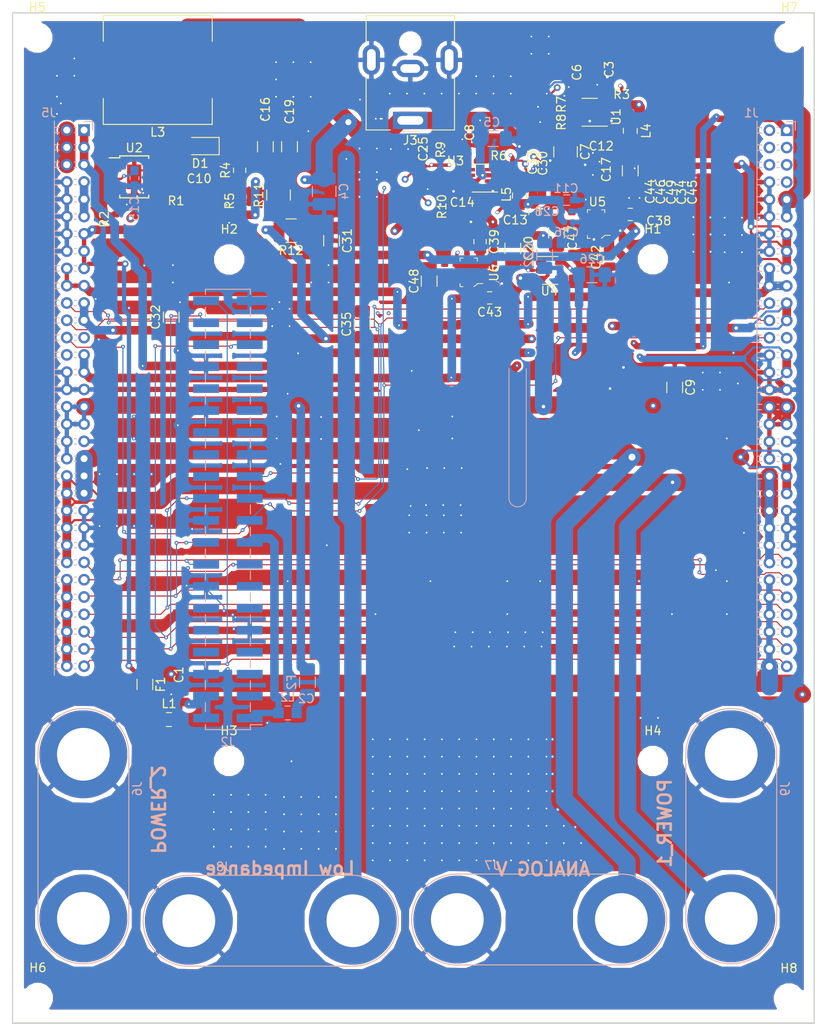
<source format=kicad_pcb>
(kicad_pcb (version 20171130) (host pcbnew "(5.0.2)-1")
  (layers (0 F.Cu signal) (1 In1.Cu signal) (2 In2.Cu signal) (31 B.Cu signal) (34 B.Paste user hide) (35 F.Paste user hide) (36 B.SilkS user) (37 F.SilkS user) (38 B.Mask user) (39 F.Mask user) (44 Edge.Cuts user))
  (net 0 "")
  (net 1 GND)
  (net 2 +5V)
  (net 3 +3V3)
  (net 4 -3V3)
  (net 5 "Net-(C48-Pad1)")
  (net 6 "Net-(C48-Pad2)")
  (net 7 "Net-(C47-Pad2)")
  (net 8 "Net-(C47-Pad1)")
  (net 9 -5V)
  (net 10 "Net-(C14-Pad1)")
  (net 11 "Net-(F1-Pad2)")
  (net 12 "Net-(C1-Pad1)")
  (net 13 "Net-(C2-Pad1)")
  (net 14 "Net-(F2-Pad2)")
  (net 15 "Net-(C12-Pad1)")
  (net 16 HT)
  (net 17 "Net-(C16-Pad1)")
  (net 18 "Net-(R12-Pad1)")
  (net 19 "Net-(R4-Pad1)")
  (net 20 "Net-(R1-Pad2)")
  (net 21 "Net-(R2-Pad2)")
  (net 22 "Net-(R3-Pad1)")
  (net 23 "Net-(R6-Pad1)")
  (net 24 "Net-(R7-Pad2)")
  (net 25 "Net-(R10-Pad1)")
  (net 26 "Net-(U4-Pad4)")
  (net 27 +1V8)
  (net 28 +12V)
  (net 29 "Net-(C15-Pad1)")
  (net 30 "Net-(D1-Pad2)")
  (net 31 "Net-(U2-Pad6)")
  (net 32 "Net-(C10-Pad1)")
  (net 33 VAA)
  (net 34 VD)
  (net 35 LO)
  (net 36 VDC)
  (net 37 S3)
  (net 38 S2)
  (net 39 S1)
  (net 40 S0)
  (net 41 SCLK0)
  (net 42 MOSI0)
  (net 43 MISO0)
  (net 44 "Net-(J2-Pad3)")
  (net 45 "Net-(J2-Pad5)")
  (net 46 "Net-(J2-Pad7)")
  (net 47 /Master/RX)
  (net 48 /Master/TX)
  (net 49 "Net-(J2-Pad11)")
  (net 50 "Net-(J2-Pad12)")
  (net 51 "Net-(J2-Pad13)")
  (net 52 "Net-(J2-Pad24)")
  (net 53 "Net-(J2-Pad26)")
  (net 54 "Net-(J2-Pad27)")
  (net 55 "Net-(J2-Pad28)")
  (net 56 "Net-(J2-Pad29)")
  (net 57 "Net-(J2-Pad31)")
  (net 58 "Net-(J2-Pad32)")
  (net 59 "Net-(J2-Pad33)")
  (net 60 "Net-(J2-Pad36)")
  (net 61 "Net-(J2-Pad37)")
  (net 62 "Net-(C6-Pad2)")
  (net 63 "Net-(C8-Pad2)")
  (net 64 "Net-(C12-Pad2)")
  (net 65 "Net-(C14-Pad2)")
  (net 66 "Net-(J1-Pad7)")
  (net 67 "Net-(J1-Pad25)")
  (net 68 SCLK1)
  (net 69 MOSI1)
  (net 70 MISO1)
  (net 71 "Net-(J5-Pad28)")
  (net 72 "Net-(J5-Pad25)")
  (module Connector:PinHeader_2x32_P2.00mm_Vertical_Clockwise (layer B.Cu) (at 169.4988 68.4784 180)
    (fp_text reference J5 (at 4.1 2 180) (layer B.SilkS) (effects (justify mirror)))
    (fp_text value Conn_02x32_Counter_Clockwise_MountingPin)
    (pad 64 thru_hole oval (at 2 -62 180) (size 1.35 1.35) (drill 0.8) (layers *.Cu *.Mask) (net 36 VDC))
    (pad 63 thru_hole oval (at 0 -62 180) (size 1.35 1.35) (drill 0.8) (layers *.Cu *.Mask) (net 70 MISO1))
    (pad 62 thru_hole oval (at 2 -60 180) (size 1.35 1.35) (drill 0.8) (layers *.Cu *.Mask) (net 36 VDC))
    (pad 61 thru_hole oval (at 0 -60 180) (size 1.35 1.35) (drill 0.8) (layers *.Cu *.Mask) (net 69 MOSI1))
    (pad 60 thru_hole oval (at 2 -58 180) (size 1.35 1.35) (drill 0.8) (layers *.Cu *.Mask) (net 36 VDC))
    (pad 59 thru_hole oval (at 0 -58 180) (size 1.35 1.35) (drill 0.8) (layers *.Cu *.Mask) (net 68 SCLK1))
    (pad 58 thru_hole oval (at 2 -56 180) (size 1.35 1.35) (drill 0.8) (layers *.Cu *.Mask) (net 36 VDC))
    (pad 57 thru_hole oval (at 0 -56 180) (size 1.35 1.35) (drill 0.8) (layers *.Cu *.Mask) (net 40 S0))
    (pad 56 thru_hole oval (at 2 -54 180) (size 1.35 1.35) (drill 0.8) (layers *.Cu *.Mask) (net 36 VDC))
    (pad 55 thru_hole oval (at 0 -54 180) (size 1.35 1.35) (drill 0.8) (layers *.Cu *.Mask) (net 39 S1))
    (pad 54 thru_hole oval (at 2 -52 180) (size 1.35 1.35) (drill 0.8) (layers *.Cu *.Mask) (net 36 VDC))
    (pad 53 thru_hole oval (at 0 -52 180) (size 1.35 1.35) (drill 0.8) (layers *.Cu *.Mask) (net 38 S2))
    (pad 52 thru_hole oval (at 2 -50 180) (size 1.35 1.35) (drill 0.8) (layers *.Cu *.Mask) (net 34 VD))
    (pad 51 thru_hole oval (at 0 -50 180) (size 1.35 1.35) (drill 0.8) (layers *.Cu *.Mask) (net 37 S3))
    (pad 50 thru_hole oval (at 2 -48 180) (size 1.35 1.35) (drill 0.8) (layers *.Cu *.Mask) (net 34 VD))
    (pad 49 thru_hole oval (at 0 -48 180) (size 1.35 1.35) (drill 0.8) (layers *.Cu *.Mask) (net 1 GND))
    (pad 48 thru_hole oval (at 2 -46 180) (size 1.35 1.35) (drill 0.8) (layers *.Cu *.Mask) (net 34 VD))
    (pad 47 thru_hole oval (at 0 -46 180) (size 1.35 1.35) (drill 0.8) (layers *.Cu *.Mask) (net 1 GND))
    (pad 46 thru_hole oval (at 2 -44 180) (size 1.35 1.35) (drill 0.8) (layers *.Cu *.Mask) (net 34 VD))
    (pad 45 thru_hole oval (at 0 -44 180) (size 1.35 1.35) (drill 0.8) (layers *.Cu *.Mask) (net 1 GND))
    (pad 44 thru_hole oval (at 2 -42 180) (size 1.35 1.35) (drill 0.8) (layers *.Cu *.Mask) (net 34 VD))
    (pad 43 thru_hole oval (at 0 -42 180) (size 1.35 1.35) (drill 0.8) (layers *.Cu *.Mask) (net 33 VAA))
    (pad 42 thru_hole oval (at 2 -40 180) (size 1.35 1.35) (drill 0.8) (layers *.Cu *.Mask) (net 34 VD))
    (pad 41 thru_hole oval (at 0 -40 180) (size 1.35 1.35) (drill 0.8) (layers *.Cu *.Mask) (net 33 VAA))
    (pad 40 thru_hole oval (at 2 -38 180) (size 1.35 1.35) (drill 0.8) (layers *.Cu *.Mask) (net 3 +3V3))
    (pad 39 thru_hole oval (at 0 -38 180) (size 1.35 1.35) (drill 0.8) (layers *.Cu *.Mask) (net 33 VAA))
    (pad 38 thru_hole oval (at 2 -36 180) (size 1.35 1.35) (drill 0.8) (layers *.Cu *.Mask) (net 3 +3V3))
    (pad 37 thru_hole oval (at 0 -36 180) (size 1.35 1.35) (drill 0.8) (layers *.Cu *.Mask) (net 1 GND))
    (pad 36 thru_hole oval (at 2 -34 180) (size 1.35 1.35) (drill 0.8) (layers *.Cu *.Mask) (net 3 +3V3))
    (pad 35 thru_hole oval (at 0 -34 180) (size 1.35 1.35) (drill 0.8) (layers *.Cu *.Mask) (net 3 +3V3))
    (pad 34 thru_hole oval (at 2 -32 180) (size 1.35 1.35) (drill 0.8) (layers *.Cu *.Mask) (net 3 +3V3))
    (pad 33 thru_hole oval (at 0 -32 180) (size 1.35 1.35) (drill 0.8) (layers *.Cu *.Mask) (net 3 +3V3))
    (pad 32 thru_hole oval (at 2 -30 180) (size 1.35 1.35) (drill 0.8) (layers *.Cu *.Mask) (net 1 GND))
    (pad 31 thru_hole oval (at 0 -30 180) (size 1.35 1.35) (drill 0.8) (layers *.Cu *.Mask) (net 1 GND))
    (pad 30 thru_hole oval (at 2 -28 180) (size 1.35 1.35) (drill 0.8) (layers *.Cu *.Mask) (net 1 GND))
    (pad 29 thru_hole oval (at 0 -28 180) (size 1.35 1.35) (drill 0.8) (layers *.Cu *.Mask) (net 4 -3V3))
    (pad 28 thru_hole oval (at 2 -26 180) (size 1.35 1.35) (drill 0.8) (layers *.Cu *.Mask) (net 71 "Net-(J5-Pad28)"))
    (pad 27 thru_hole oval (at 0 -26 180) (size 1.35 1.35) (drill 0.8) (layers *.Cu *.Mask) (net 4 -3V3))
    (pad 26 thru_hole oval (at 2 -24 180) (size 1.35 1.35) (drill 0.8) (layers *.Cu *.Mask) (net 42 MOSI0))
    (pad 25 thru_hole oval (at 0 -24 180) (size 1.35 1.35) (drill 0.8) (layers *.Cu *.Mask) (net 72 "Net-(J5-Pad25)"))
    (pad 24 thru_hole oval (at 2 -22 180) (size 1.35 1.35) (drill 0.8) (layers *.Cu *.Mask) (net 43 MISO0))
    (pad 23 thru_hole oval (at 0 -22 180) (size 1.35 1.35) (drill 0.8) (layers *.Cu *.Mask) (net 16 HT))
    (pad 22 thru_hole oval (at 2 -20 180) (size 1.35 1.35) (drill 0.8) (layers *.Cu *.Mask) (net 41 SCLK0))
    (pad 21 thru_hole oval (at 0 -20 180) (size 1.35 1.35) (drill 0.8) (layers *.Cu *.Mask) (net 16 HT))
    (pad 20 thru_hole oval (at 2 -18 180) (size 1.35 1.35) (drill 0.8) (layers *.Cu *.Mask) (net 9 -5V))
    (pad 19 thru_hole oval (at 0 -18 180) (size 1.35 1.35) (drill 0.8) (layers *.Cu *.Mask) (net 9 -5V))
    (pad 18 thru_hole oval (at 2 -16 180) (size 1.35 1.35) (drill 0.8) (layers *.Cu *.Mask) (net 9 -5V))
    (pad 17 thru_hole oval (at 0 -16 180) (size 1.35 1.35) (drill 0.8) (layers *.Cu *.Mask) (net 2 +5V))
    (pad 16 thru_hole oval (at 2 -14 180) (size 1.35 1.35) (drill 0.8) (layers *.Cu *.Mask) (net 1 GND))
    (pad 15 thru_hole oval (at 0 -14 180) (size 1.35 1.35) (drill 0.8) (layers *.Cu *.Mask) (net 2 +5V))
    (pad 14 thru_hole oval (at 2 -12 180) (size 1.35 1.35) (drill 0.8) (layers *.Cu *.Mask) (net 1 GND))
    (pad 13 thru_hole oval (at 0 -12 180) (size 1.35 1.35) (drill 0.8) (layers *.Cu *.Mask) (net 2 +5V))
    (pad 12 thru_hole oval (at 2 -10 180) (size 1.35 1.35) (drill 0.8) (layers *.Cu *.Mask) (net 1 GND))
    (pad 11 thru_hole oval (at 0 -10 180) (size 1.35 1.35) (drill 0.8) (layers *.Cu *.Mask) (net 28 +12V))
    (pad 10 thru_hole oval (at 2 -8 180) (size 1.35 1.35) (drill 0.8) (layers *.Cu *.Mask) (net 1 GND))
    (pad 9 thru_hole oval (at 0 -8 180) (size 1.35 1.35) (drill 0.8) (layers *.Cu *.Mask) (net 28 +12V))
    (pad 8 thru_hole oval (at 2 -6 180) (size 1.35 1.35) (drill 0.8) (layers *.Cu *.Mask) (net 1 GND))
    (pad 7 thru_hole oval (at 0 -6 180) (size 1.35 1.35) (drill 0.8) (layers *.Cu *.Mask) (net 28 +12V))
    (pad 6 thru_hole oval (at 2 -4 180) (size 1.35 1.35) (drill 0.8) (layers *.Cu *.Mask) (net 35 LO))
    (pad 5 thru_hole oval (at 0 -4 180) (size 1.35 1.35) (drill 0.8) (layers *.Cu *.Mask) (net 27 +1V8))
    (pad 4 thru_hole oval (at 2 -2 180) (size 1.35 1.35) (drill 0.8) (layers *.Cu *.Mask) (net 35 LO))
    (pad 3 thru_hole oval (at 0 -2 180) (size 1.35 1.35) (drill 0.8) (layers *.Cu *.Mask) (net 27 +1V8))
    (pad 2 thru_hole oval (at 2 0 180) (size 1.35 1.35) (drill 0.8) (layers *.Cu *.Mask) (net 35 LO))
    (pad 1 thru_hole rect (at 0 0 180) (size 1.35 1.35) (drill 0.8) (layers *.Cu *.Mask) (net 27 +1V8))
  )
  (module Connector:PinHeader_2x32_P2.00mm_Vertical_Clockwise (layer B.Cu) (at 250.7615 68.5023 180)
    (fp_text reference J1 (at 4.1 2 180) (layer B.SilkS) (effects (justify mirror)))
    (fp_text value Conn_02x32_Counter_Clockwise_MountingPin)
    (pad 64 thru_hole oval (at 2 -62 180) (size 1.35 1.35) (drill 0.8) (layers *.Cu *.Mask) (net 36 VDC))
    (pad 63 thru_hole oval (at 0 -62 180) (size 1.35 1.35) (drill 0.8) (layers *.Cu *.Mask) (net 70 MISO1))
    (pad 62 thru_hole oval (at 2 -60 180) (size 1.35 1.35) (drill 0.8) (layers *.Cu *.Mask) (net 36 VDC))
    (pad 61 thru_hole oval (at 0 -60 180) (size 1.35 1.35) (drill 0.8) (layers *.Cu *.Mask) (net 69 MOSI1))
    (pad 60 thru_hole oval (at 2 -58 180) (size 1.35 1.35) (drill 0.8) (layers *.Cu *.Mask) (net 36 VDC))
    (pad 59 thru_hole oval (at 0 -58 180) (size 1.35 1.35) (drill 0.8) (layers *.Cu *.Mask) (net 68 SCLK1))
    (pad 58 thru_hole oval (at 2 -56 180) (size 1.35 1.35) (drill 0.8) (layers *.Cu *.Mask) (net 36 VDC))
    (pad 57 thru_hole oval (at 0 -56 180) (size 1.35 1.35) (drill 0.8) (layers *.Cu *.Mask) (net 40 S0))
    (pad 56 thru_hole oval (at 2 -54 180) (size 1.35 1.35) (drill 0.8) (layers *.Cu *.Mask) (net 36 VDC))
    (pad 55 thru_hole oval (at 0 -54 180) (size 1.35 1.35) (drill 0.8) (layers *.Cu *.Mask) (net 39 S1))
    (pad 54 thru_hole oval (at 2 -52 180) (size 1.35 1.35) (drill 0.8) (layers *.Cu *.Mask) (net 36 VDC))
    (pad 53 thru_hole oval (at 0 -52 180) (size 1.35 1.35) (drill 0.8) (layers *.Cu *.Mask) (net 38 S2))
    (pad 52 thru_hole oval (at 2 -50 180) (size 1.35 1.35) (drill 0.8) (layers *.Cu *.Mask) (net 34 VD))
    (pad 51 thru_hole oval (at 0 -50 180) (size 1.35 1.35) (drill 0.8) (layers *.Cu *.Mask) (net 37 S3))
    (pad 50 thru_hole oval (at 2 -48 180) (size 1.35 1.35) (drill 0.8) (layers *.Cu *.Mask) (net 34 VD))
    (pad 49 thru_hole oval (at 0 -48 180) (size 1.35 1.35) (drill 0.8) (layers *.Cu *.Mask) (net 1 GND))
    (pad 48 thru_hole oval (at 2 -46 180) (size 1.35 1.35) (drill 0.8) (layers *.Cu *.Mask) (net 34 VD))
    (pad 47 thru_hole oval (at 0 -46 180) (size 1.35 1.35) (drill 0.8) (layers *.Cu *.Mask) (net 1 GND))
    (pad 46 thru_hole oval (at 2 -44 180) (size 1.35 1.35) (drill 0.8) (layers *.Cu *.Mask) (net 34 VD))
    (pad 45 thru_hole oval (at 0 -44 180) (size 1.35 1.35) (drill 0.8) (layers *.Cu *.Mask) (net 1 GND))
    (pad 44 thru_hole oval (at 2 -42 180) (size 1.35 1.35) (drill 0.8) (layers *.Cu *.Mask) (net 34 VD))
    (pad 43 thru_hole oval (at 0 -42 180) (size 1.35 1.35) (drill 0.8) (layers *.Cu *.Mask) (net 33 VAA))
    (pad 42 thru_hole oval (at 2 -40 180) (size 1.35 1.35) (drill 0.8) (layers *.Cu *.Mask) (net 34 VD))
    (pad 41 thru_hole oval (at 0 -40 180) (size 1.35 1.35) (drill 0.8) (layers *.Cu *.Mask) (net 33 VAA))
    (pad 40 thru_hole oval (at 2 -38 180) (size 1.35 1.35) (drill 0.8) (layers *.Cu *.Mask) (net 3 +3V3))
    (pad 39 thru_hole oval (at 0 -38 180) (size 1.35 1.35) (drill 0.8) (layers *.Cu *.Mask) (net 33 VAA))
    (pad 38 thru_hole oval (at 2 -36 180) (size 1.35 1.35) (drill 0.8) (layers *.Cu *.Mask) (net 3 +3V3))
    (pad 37 thru_hole oval (at 0 -36 180) (size 1.35 1.35) (drill 0.8) (layers *.Cu *.Mask) (net 1 GND))
    (pad 36 thru_hole oval (at 2 -34 180) (size 1.35 1.35) (drill 0.8) (layers *.Cu *.Mask) (net 3 +3V3))
    (pad 35 thru_hole oval (at 0 -34 180) (size 1.35 1.35) (drill 0.8) (layers *.Cu *.Mask) (net 3 +3V3))
    (pad 34 thru_hole oval (at 2 -32 180) (size 1.35 1.35) (drill 0.8) (layers *.Cu *.Mask) (net 3 +3V3))
    (pad 33 thru_hole oval (at 0 -32 180) (size 1.35 1.35) (drill 0.8) (layers *.Cu *.Mask) (net 3 +3V3))
    (pad 32 thru_hole oval (at 2 -30 180) (size 1.35 1.35) (drill 0.8) (layers *.Cu *.Mask) (net 1 GND))
    (pad 31 thru_hole oval (at 0 -30 180) (size 1.35 1.35) (drill 0.8) (layers *.Cu *.Mask) (net 1 GND))
    (pad 30 thru_hole oval (at 2 -28 180) (size 1.35 1.35) (drill 0.8) (layers *.Cu *.Mask) (net 1 GND))
    (pad 29 thru_hole oval (at 0 -28 180) (size 1.35 1.35) (drill 0.8) (layers *.Cu *.Mask) (net 4 -3V3))
    (pad 28 thru_hole oval (at 2 -26 180) (size 1.35 1.35) (drill 0.8) (layers *.Cu *.Mask) (net 1 GND))
    (pad 27 thru_hole oval (at 0 -26 180) (size 1.35 1.35) (drill 0.8) (layers *.Cu *.Mask) (net 4 -3V3))
    (pad 26 thru_hole oval (at 2 -24 180) (size 1.35 1.35) (drill 0.8) (layers *.Cu *.Mask) (net 42 MOSI0))
    (pad 25 thru_hole oval (at 0 -24 180) (size 1.35 1.35) (drill 0.8) (layers *.Cu *.Mask) (net 67 "Net-(J1-Pad25)"))
    (pad 24 thru_hole oval (at 2 -22 180) (size 1.35 1.35) (drill 0.8) (layers *.Cu *.Mask) (net 43 MISO0))
    (pad 23 thru_hole oval (at 0 -22 180) (size 1.35 1.35) (drill 0.8) (layers *.Cu *.Mask) (net 16 HT))
    (pad 22 thru_hole oval (at 2 -20 180) (size 1.35 1.35) (drill 0.8) (layers *.Cu *.Mask) (net 41 SCLK0))
    (pad 21 thru_hole oval (at 0 -20 180) (size 1.35 1.35) (drill 0.8) (layers *.Cu *.Mask) (net 16 HT))
    (pad 20 thru_hole oval (at 2 -18 180) (size 1.35 1.35) (drill 0.8) (layers *.Cu *.Mask) (net 9 -5V))
    (pad 19 thru_hole oval (at 0 -18 180) (size 1.35 1.35) (drill 0.8) (layers *.Cu *.Mask) (net 9 -5V))
    (pad 18 thru_hole oval (at 2 -16 180) (size 1.35 1.35) (drill 0.8) (layers *.Cu *.Mask) (net 9 -5V))
    (pad 17 thru_hole oval (at 0 -16 180) (size 1.35 1.35) (drill 0.8) (layers *.Cu *.Mask) (net 2 +5V))
    (pad 16 thru_hole oval (at 2 -14 180) (size 1.35 1.35) (drill 0.8) (layers *.Cu *.Mask) (net 1 GND))
    (pad 15 thru_hole oval (at 0 -14 180) (size 1.35 1.35) (drill 0.8) (layers *.Cu *.Mask) (net 2 +5V))
    (pad 14 thru_hole oval (at 2 -12 180) (size 1.35 1.35) (drill 0.8) (layers *.Cu *.Mask) (net 1 GND))
    (pad 13 thru_hole oval (at 0 -12 180) (size 1.35 1.35) (drill 0.8) (layers *.Cu *.Mask) (net 2 +5V))
    (pad 12 thru_hole oval (at 2 -10 180) (size 1.35 1.35) (drill 0.8) (layers *.Cu *.Mask) (net 1 GND))
    (pad 11 thru_hole oval (at 0 -10 180) (size 1.35 1.35) (drill 0.8) (layers *.Cu *.Mask) (net 28 +12V))
    (pad 10 thru_hole oval (at 2 -8 180) (size 1.35 1.35) (drill 0.8) (layers *.Cu *.Mask) (net 1 GND))
    (pad 9 thru_hole oval (at 0 -8 180) (size 1.35 1.35) (drill 0.8) (layers *.Cu *.Mask) (net 28 +12V))
    (pad 8 thru_hole oval (at 2 -6 180) (size 1.35 1.35) (drill 0.8) (layers *.Cu *.Mask) (net 1 GND))
    (pad 7 thru_hole oval (at 0 -6 180) (size 1.35 1.35) (drill 0.8) (layers *.Cu *.Mask) (net 66 "Net-(J1-Pad7)"))
    (pad 6 thru_hole oval (at 2 -4 180) (size 1.35 1.35) (drill 0.8) (layers *.Cu *.Mask) (net 35 LO))
    (pad 5 thru_hole oval (at 0 -4 180) (size 1.35 1.35) (drill 0.8) (layers *.Cu *.Mask) (net 27 +1V8))
    (pad 4 thru_hole oval (at 2 -2 180) (size 1.35 1.35) (drill 0.8) (layers *.Cu *.Mask) (net 35 LO))
    (pad 3 thru_hole oval (at 0 -2 180) (size 1.35 1.35) (drill 0.8) (layers *.Cu *.Mask) (net 27 +1V8))
    (pad 2 thru_hole oval (at 2 0 180) (size 1.35 1.35) (drill 0.8) (layers *.Cu *.Mask) (net 35 LO))
    (pad 1 thru_hole rect (at 0 0 180) (size 1.35 1.35) (drill 0.8) (layers *.Cu *.Mask) (net 27 +1V8))
  )
  (module Capacitor_SMD:C_1206_3216Metric_Pad1.42x1.75mm_HandSolder (layer F.Cu) (at 237.8075 98.2345 270)
    (fp_text reference C9 (at 0 -1.82 270) (layer F.SilkS))
    (fp_text value 4.7uF)
    (pad 1 smd roundrect (at -1.4875 0 270) (size 1.425 1.75) (layers F.Cu F.Paste F.Mask) (roundrect_rratio 0.175439) (net 1 GND))
    (pad 2 smd roundrect (at 1.4875 0 270) (size 1.425 1.75) (layers F.Cu F.Paste F.Mask) (roundrect_rratio 0.175439) (net 3 +3V3))
  )
  (module Connector:Banana_Jack_2Pin_Standard_Spacing (layer B.Cu) (at 169.418 159.639 90)
    (fp_text reference J6 (at 14.985 6.24 90) (layer B.SilkS) (effects (justify mirror)))
    (fp_text value "Banana Jack")
    (pad 1 thru_hole circle (at 0 0 90) (size 10.16 10.16) (drill 6.1) (layers *.Cu *.Mask) (net 36 VDC))
    (pad 2 thru_hole circle (at 18.97 0 90) (size 10.16 10.16) (drill 6.1) (layers *.Cu *.Mask) (net 1 GND))
  )
  (module MountingHole:MountingHole_2.5mm (layer F.Cu) (at 251.0155 168.91)
    (fp_text reference H8 (at 0 -3.5) (layer F.SilkS))
    (fp_text value MountingHole)
    (pad 1 np_thru_hole circle (at 0 0) (size 2.5 2.5) (drill 2.5) (layers *.Cu *.Mask))
  )
  (module MountingHole:MountingHole_2.5mm (layer F.Cu) (at 251.079 57.785)
    (fp_text reference H7 (at 0 -3.5) (layer F.SilkS))
    (fp_text value MountingHole)
    (pad 1 np_thru_hole circle (at 0 0) (size 2.5 2.5) (drill 2.5) (layers *.Cu *.Mask))
  )
  (module MountingHole:MountingHole_2.5mm (layer F.Cu) (at 164.1475 168.8465)
    (fp_text reference H6 (at 0 -3.5) (layer F.SilkS))
    (fp_text value MountingHole)
    (pad 1 np_thru_hole circle (at 0 0) (size 2.5 2.5) (drill 2.5) (layers *.Cu *.Mask))
  )
  (module MountingHole:MountingHole_2.5mm (layer F.Cu) (at 164.084 57.785)
    (fp_text reference H5 (at 0 -3.5) (layer F.SilkS))
    (fp_text value MountingHole)
    (pad 1 np_thru_hole circle (at 0 0) (size 2.5 2.5) (drill 2.5) (layers *.Cu *.Mask))
  )
  (module Fuse:Fuse_1206_3216Metric_Pad1.42x1.75mm_HandSolder (layer F.Cu) (at 176.53 132.588 270)
    (fp_text reference F1 (at 0 -1.82 270) (layer F.SilkS))
    (fp_text value Fuse)
    (pad 2 smd roundrect (at 1.4875 0 270) (size 1.425 1.75) (layers F.Cu F.Paste F.Mask) (roundrect_rratio 0.175439) (net 11 "Net-(F1-Pad2)"))
    (pad 1 smd roundrect (at -1.4875 0 270) (size 1.425 1.75) (layers F.Cu F.Paste F.Mask) (roundrect_rratio 0.175439) (net 2 +5V))
  )
  (module Inductor_SMD:L_Wuerth_WE-PD-Typ-LS_Handsoldering (layer F.Cu) (at 178.017449 61.521156 180)
    (fp_text reference L3 (at 0 -7.2 180) (layer F.SilkS))
    (fp_text value L_Core_Ferrite)
    (pad 1 smd rect (at -5.9 0 180) (size 4.9 5.4) (layers F.Cu F.Paste F.Mask) (net 30 "Net-(D1-Pad2)"))
    (pad 2 smd rect (at 5.9 0 180) (size 4.9 5.4) (layers F.Cu F.Paste F.Mask) (net 28 +12V))
  )
  (module Connector_PinSocket_2.54mm:PinSocket_2x20_P2.54mm_Vertical_SMD (layer B.Cu) (at 186.1312 112.3518)
    (fp_text reference J2 (at 0 26.9) (layer B.SilkS) (effects (justify mirror)))
    (fp_text value Raspberry_Pi_2_3)
    (pad 1 smd rect (at 2.52 24.13) (size 3 1) (layers B.Cu B.Paste B.Mask) (net 13 "Net-(C2-Pad1)"))
    (pad 2 smd rect (at -2.52 24.13) (size 3 1) (layers B.Cu B.Paste B.Mask) (net 12 "Net-(C1-Pad1)"))
    (pad 3 smd rect (at 2.52 21.59) (size 3 1) (layers B.Cu B.Paste B.Mask) (net 44 "Net-(J2-Pad3)"))
    (pad 4 smd rect (at -2.52 21.59) (size 3 1) (layers B.Cu B.Paste B.Mask) (net 12 "Net-(C1-Pad1)"))
    (pad 5 smd rect (at 2.52 19.05) (size 3 1) (layers B.Cu B.Paste B.Mask) (net 45 "Net-(J2-Pad5)"))
    (pad 6 smd rect (at -2.52 19.05) (size 3 1) (layers B.Cu B.Paste B.Mask) (net 1 GND))
    (pad 7 smd rect (at 2.52 16.51) (size 3 1) (layers B.Cu B.Paste B.Mask) (net 46 "Net-(J2-Pad7)"))
    (pad 8 smd rect (at -2.52 16.51) (size 3 1) (layers B.Cu B.Paste B.Mask) (net 47 /Master/RX))
    (pad 9 smd rect (at 2.52 13.97) (size 3 1) (layers B.Cu B.Paste B.Mask) (net 1 GND))
    (pad 10 smd rect (at -2.52 13.97) (size 3 1) (layers B.Cu B.Paste B.Mask) (net 48 /Master/TX))
    (pad 11 smd rect (at 2.52 11.43) (size 3 1) (layers B.Cu B.Paste B.Mask) (net 49 "Net-(J2-Pad11)"))
    (pad 12 smd rect (at -2.52 11.43) (size 3 1) (layers B.Cu B.Paste B.Mask) (net 50 "Net-(J2-Pad12)"))
    (pad 13 smd rect (at 2.52 8.89) (size 3 1) (layers B.Cu B.Paste B.Mask) (net 51 "Net-(J2-Pad13)"))
    (pad 14 smd rect (at -2.52 8.89) (size 3 1) (layers B.Cu B.Paste B.Mask) (net 1 GND))
    (pad 15 smd rect (at 2.52 6.35) (size 3 1) (layers B.Cu B.Paste B.Mask) (net 37 S3))
    (pad 16 smd rect (at -2.52 6.35) (size 3 1) (layers B.Cu B.Paste B.Mask) (net 38 S2))
    (pad 17 smd rect (at 2.52 3.81) (size 3 1) (layers B.Cu B.Paste B.Mask) (net 13 "Net-(C2-Pad1)"))
    (pad 18 smd rect (at -2.52 3.81) (size 3 1) (layers B.Cu B.Paste B.Mask) (net 39 S1))
    (pad 19 smd rect (at 2.52 1.27) (size 3 1) (layers B.Cu B.Paste B.Mask) (net 42 MOSI0))
    (pad 20 smd rect (at -2.52 1.27) (size 3 1) (layers B.Cu B.Paste B.Mask) (net 1 GND))
    (pad 21 smd rect (at 2.52 -1.27) (size 3 1) (layers B.Cu B.Paste B.Mask) (net 43 MISO0))
    (pad 22 smd rect (at -2.52 -1.27) (size 3 1) (layers B.Cu B.Paste B.Mask) (net 40 S0))
    (pad 23 smd rect (at 2.52 -3.81) (size 3 1) (layers B.Cu B.Paste B.Mask) (net 41 SCLK0))
    (pad 24 smd rect (at -2.52 -3.81) (size 3 1) (layers B.Cu B.Paste B.Mask) (net 52 "Net-(J2-Pad24)"))
    (pad 25 smd rect (at 2.52 -6.35) (size 3 1) (layers B.Cu B.Paste B.Mask) (net 1 GND))
    (pad 26 smd rect (at -2.52 -6.35) (size 3 1) (layers B.Cu B.Paste B.Mask) (net 53 "Net-(J2-Pad26)"))
    (pad 27 smd rect (at 2.52 -8.89) (size 3 1) (layers B.Cu B.Paste B.Mask) (net 54 "Net-(J2-Pad27)"))
    (pad 28 smd rect (at -2.52 -8.89) (size 3 1) (layers B.Cu B.Paste B.Mask) (net 55 "Net-(J2-Pad28)"))
    (pad 29 smd rect (at 2.52 -11.43) (size 3 1) (layers B.Cu B.Paste B.Mask) (net 56 "Net-(J2-Pad29)"))
    (pad 30 smd rect (at -2.52 -11.43) (size 3 1) (layers B.Cu B.Paste B.Mask) (net 1 GND))
    (pad 31 smd rect (at 2.52 -13.97) (size 3 1) (layers B.Cu B.Paste B.Mask) (net 57 "Net-(J2-Pad31)"))
    (pad 32 smd rect (at -2.52 -13.97) (size 3 1) (layers B.Cu B.Paste B.Mask) (net 58 "Net-(J2-Pad32)"))
    (pad 33 smd rect (at 2.52 -16.51) (size 3 1) (layers B.Cu B.Paste B.Mask) (net 59 "Net-(J2-Pad33)"))
    (pad 34 smd rect (at -2.52 -16.51) (size 3 1) (layers B.Cu B.Paste B.Mask) (net 1 GND))
    (pad 35 smd rect (at 2.52 -19.05) (size 3 1) (layers B.Cu B.Paste B.Mask) (net 68 SCLK1))
    (pad 36 smd rect (at -2.52 -19.05) (size 3 1) (layers B.Cu B.Paste B.Mask) (net 60 "Net-(J2-Pad36)"))
    (pad 37 smd rect (at 2.52 -21.59) (size 3 1) (layers B.Cu B.Paste B.Mask) (net 61 "Net-(J2-Pad37)"))
    (pad 38 smd rect (at -2.52 -21.59) (size 3 1) (layers B.Cu B.Paste B.Mask) (net 69 MOSI1))
    (pad 39 smd rect (at 2.52 -24.13) (size 3 1) (layers B.Cu B.Paste B.Mask) (net 1 GND))
    (pad 40 smd rect (at -2.52 -24.13) (size 3 1) (layers B.Cu B.Paste B.Mask) (net 70 MISO1))
  )
  (module Connector_BarrelJack:BarrelJack_CUI_PJ-063AH_Horizontal (layer F.Cu) (at 207.2259 67.3608 180)
    (fp_text reference J3 (at 0 -2.3 180) (layer F.SilkS))
    (fp_text value Barrel_Jack_MountingPin)
    (pad "" np_thru_hole circle (at 0 9 180) (size 1.6 1.6) (drill 1.6) (layers *.Cu *.Mask))
    (pad MP thru_hole oval (at 4.5 7 180) (size 2 3.5) (drill oval 1 2.5) (layers *.Cu *.Mask) (net 1 GND))
    (pad MP thru_hole oval (at -4.5 7 180) (size 2 3.5) (drill oval 1 2.5) (layers *.Cu *.Mask) (net 1 GND))
    (pad 2 thru_hole oval (at 0 6 180) (size 3.3 2) (drill oval 2.3 1) (layers *.Cu *.Mask) (net 1 GND))
    (pad 1 thru_hole rect (at 0 0 180) (size 4 2) (drill oval 3 1) (layers *.Cu *.Mask) (net 28 +12V))
  )
  (module MountingHole:MountingHole_2.5mm (layer F.Cu) (at 235.2836 141.4475)
    (fp_text reference H4 (at 0 -3.5) (layer F.SilkS))
    (fp_text value MountingHole)
    (pad 1 np_thru_hole circle (at 0 0) (size 2.5 2.5) (drill 2.5) (layers *.Cu *.Mask))
  )
  (module MountingHole:MountingHole_2.5mm (layer F.Cu) (at 186.2582 141.4407)
    (fp_text reference H3 (at 0 -3.5) (layer F.SilkS))
    (fp_text value MountingHole)
    (pad 1 np_thru_hole circle (at 0 0) (size 2.5 2.5) (drill 2.5) (layers *.Cu *.Mask))
  )
  (module MountingHole:MountingHole_2.5mm (layer F.Cu) (at 186.2836 83.4475)
    (fp_text reference H2 (at 0 -3.5) (layer F.SilkS))
    (fp_text value MountingHole)
    (pad 1 np_thru_hole circle (at 0 0) (size 2.5 2.5) (drill 2.5) (layers *.Cu *.Mask))
  )
  (module MountingHole:MountingHole_2.5mm (layer F.Cu) (at 235.2802 83.4221)
    (fp_text reference H1 (at 0 -3.5) (layer F.SilkS))
    (fp_text value MountingHole)
    (pad 1 np_thru_hole circle (at 0 0) (size 2.5 2.5) (drill 2.5) (layers *.Cu *.Mask))
  )
  (module .pretty:C_0402_1005Metric (layer F.Cu) (at 180.139949 74.221156)
    (fp_text reference C10 (at 2.663896 -0.12841) (layer F.SilkS))
    (fp_text value 1uF)
    (pad 2 smd roundrect (at 0.485 0) (size 0.59 0.64) (layers F.Cu F.Paste F.Mask) (net 1 GND))
    (pad 1 smd roundrect (at -0.485 0) (size 0.59 0.64) (layers F.Cu F.Paste F.Mask) (net 32 "Net-(C10-Pad1)"))
  )
  (module Resistor_SMD:R_0402_1005Metric (layer F.Cu) (at 180.139949 75.491156 180)
    (fp_text reference R1 (at 0 -1.17 180) (layer F.SilkS))
    (fp_text value 25.5K)
    (pad 2 smd roundrect (at 0.485 0 180) (size 0.59 0.64) (layers F.Cu F.Paste F.Mask) (net 20 "Net-(R1-Pad2)"))
    (pad 1 smd roundrect (at -0.485 0 180) (size 0.59 0.64) (layers F.Cu F.Paste F.Mask) (net 1 GND))
  )
  (module Capacitor_SMD:C_1206_3216Metric_Pad1.42x1.75mm_HandSolder (layer F.Cu) (at 201.676 90.932 90)
    (fp_text reference C35 (at 0 -1.82 90) (layer F.SilkS))
    (fp_text value .1uF)
    (pad 2 smd roundrect (at 1.4875 0 90) (size 1.425 1.75) (layers F.Cu F.Paste F.Mask) (roundrect_rratio 0.175439) (net 1 GND))
    (pad 1 smd roundrect (at -1.4875 0 90) (size 1.425 1.75) (layers F.Cu F.Paste F.Mask) (roundrect_rratio 0.175439) (net 16 HT))
  )
  (module .pretty:C_0402_1005Metric (layer F.Cu) (at 229.108 69.088 180)
    (fp_text reference C12 (at -0.2032 -1.2446 180) (layer F.SilkS))
    (fp_text value 100nF)
    (pad 2 smd roundrect (at 0.485 0 180) (size 0.59 0.64) (layers F.Cu F.Paste F.Mask) (net 64 "Net-(C12-Pad2)"))
    (pad 1 smd roundrect (at -0.485 0 180) (size 0.59 0.64) (layers F.Cu F.Paste F.Mask) (net 15 "Net-(C12-Pad1)"))
  )
  (module .pretty:SOT-23-8_Handsoldering (layer F.Cu) (at 227.979065 66.418225 180)
    (fp_text reference U1 (at -3.046635 -0.523475 270) (layer F.SilkS))
    (fp_text value TPS563210)
    (pad 1 smd rect (at -1.35 -0.98 180) (size 1.56 0.4) (layers F.Cu F.Paste F.Mask) (net 1 GND))
    (pad 2 smd rect (at -1.35 -0.33 180) (size 1.56 0.4) (layers F.Cu F.Paste F.Mask) (net 15 "Net-(C12-Pad1)"))
    (pad 3 smd rect (at -1.35 0.33 180) (size 1.56 0.4) (layers F.Cu F.Paste F.Mask) (net 28 +12V))
    (pad 4 smd rect (at -1.35 0.98 180) (size 1.56 0.4) (layers F.Cu F.Paste F.Mask) (net 22 "Net-(R3-Pad1)"))
    (pad 5 smd rect (at 1.35 0.98 180) (size 1.56 0.4) (layers F.Cu F.Paste F.Mask) (net 62 "Net-(C6-Pad2)"))
    (pad 6 smd rect (at 1.35 0.33 180) (size 1.56 0.4) (layers F.Cu F.Paste F.Mask) (net 24 "Net-(R7-Pad2)"))
    (pad 7 smd rect (at 1.35 -0.33 180) (size 1.56 0.4) (layers F.Cu F.Paste F.Mask) (net 28 +12V))
    (pad 8 smd rect (at 1.35 -0.98 180) (size 1.56 0.4) (layers F.Cu F.Paste F.Mask) (net 64 "Net-(C12-Pad2)"))
  )
  (module Capacitor_SMD:C_1206_3216Metric_Pad1.42x1.75mm_HandSolder (layer F.Cu) (at 179.578 90.1065 90)
    (fp_text reference C32 (at 0 -1.82 90) (layer F.SilkS))
    (fp_text value .1uF)
    (pad 1 smd roundrect (at -1.4875 0 90) (size 1.425 1.75) (layers F.Cu F.Paste F.Mask) (roundrect_rratio 0.175439) (net 16 HT))
    (pad 2 smd roundrect (at 1.4875 0 90) (size 1.425 1.75) (layers F.Cu F.Paste F.Mask) (roundrect_rratio 0.175439) (net 1 GND))
  )
  (module .pretty:C_0402_1005Metric (layer F.Cu) (at 180.594 134.135 90)
    (fp_text reference C1 (at 2.663896 -0.12841 90) (layer F.SilkS))
    (fp_text value 100nF)
    (pad 2 smd roundrect (at 0.485 0 90) (size 0.59 0.64) (layers F.Cu F.Paste F.Mask) (net 1 GND))
    (pad 1 smd roundrect (at -0.485 0 90) (size 0.59 0.64) (layers F.Cu F.Paste F.Mask) (net 12 "Net-(C1-Pad1)"))
  )
  (module .pretty:C_0402_1005Metric (layer B.Cu) (at 192.532 134.112)
    (fp_text reference C2 (at 2.663896 0.12841) (layer B.SilkS) (effects (justify mirror)))
    (fp_text value 100nF)
    (pad 1 smd roundrect (at -0.485 0) (size 0.59 0.64) (layers B.Cu B.Paste B.Mask) (net 13 "Net-(C2-Pad1)"))
    (pad 2 smd roundrect (at 0.485 0) (size 0.59 0.64) (layers B.Cu B.Paste B.Mask) (net 1 GND))
  )
  (module .pretty:C_0402_1005Metric (layer F.Cu) (at 215.9 76.708 180)
    (fp_text reference C14 (at 2.663896 -0.12841 180) (layer F.SilkS))
    (fp_text value 100nF)
    (pad 2 smd roundrect (at 0.485 0 180) (size 0.59 0.64) (layers F.Cu F.Paste F.Mask) (net 65 "Net-(C14-Pad2)"))
    (pad 1 smd roundrect (at -0.485 0 180) (size 0.59 0.64) (layers F.Cu F.Paste F.Mask) (net 10 "Net-(C14-Pad1)"))
  )
  (module .pretty:C_0603_HandSoldering (layer B.Cu) (at 225.312065 76.578225)
    (fp_text reference C11 (at -0.077565 -1.343425) (layer B.SilkS) (effects (justify mirror)))
    (fp_text value .1uF)
    (pad 1 smd rect (at -0.95 0) (size 1.2 0.75) (layers B.Cu B.Paste B.Mask) (net 3 +3V3))
    (pad 2 smd rect (at 0.95 0) (size 1.2 0.75) (layers B.Cu B.Paste B.Mask) (net 1 GND))
  )
  (module .pretty:C_0603_HandSoldering (layer F.Cu) (at 221.5515 77.9145 270)
    (fp_text reference C13 (at 0.9652 2.1844) (layer F.SilkS))
    (fp_text value .1uF)
    (pad 2 smd rect (at 0.95 0 270) (size 1.2 0.75) (layers F.Cu F.Paste F.Mask) (net 1 GND))
    (pad 1 smd rect (at -0.95 0 270) (size 1.2 0.75) (layers F.Cu F.Paste F.Mask) (net 3 +3V3))
  )
  (module .pretty:SOT-23-8_Handsoldering (layer F.Cu) (at 215.279065 74.038225 180)
    (fp_text reference U3 (at 2.820765 1.991125 180) (layer F.SilkS))
    (fp_text value TPS563210)
    (pad 8 smd rect (at 1.35 -0.98 180) (size 1.56 0.4) (layers F.Cu F.Paste F.Mask) (net 65 "Net-(C14-Pad2)"))
    (pad 7 smd rect (at 1.35 -0.33 180) (size 1.56 0.4) (layers F.Cu F.Paste F.Mask) (net 28 +12V))
    (pad 6 smd rect (at 1.35 0.33 180) (size 1.56 0.4) (layers F.Cu F.Paste F.Mask) (net 25 "Net-(R10-Pad1)"))
    (pad 5 smd rect (at 1.35 0.98 180) (size 1.56 0.4) (layers F.Cu F.Paste F.Mask) (net 63 "Net-(C8-Pad2)"))
    (pad 4 smd rect (at -1.35 0.98 180) (size 1.56 0.4) (layers F.Cu F.Paste F.Mask) (net 23 "Net-(R6-Pad1)"))
    (pad 3 smd rect (at -1.35 0.33 180) (size 1.56 0.4) (layers F.Cu F.Paste F.Mask) (net 28 +12V))
    (pad 2 smd rect (at -1.35 -0.33 180) (size 1.56 0.4) (layers F.Cu F.Paste F.Mask) (net 10 "Net-(C14-Pad1)"))
    (pad 1 smd rect (at -1.35 -0.98 180) (size 1.56 0.4) (layers F.Cu F.Paste F.Mask) (net 1 GND))
  )
  (module Capacitor_SMD:C_1206_3216Metric_Pad1.42x1.75mm_HandSolder (layer B.Cu) (at 216.803065 69.466225)
    (fp_text reference C5 (at -0.153765 -1.889525) (layer B.SilkS) (effects (justify mirror)))
    (fp_text value 22uF)
    (pad 2 smd roundrect (at 1.4875 0) (size 1.425 1.75) (layers B.Cu B.Paste B.Mask) (roundrect_rratio 0.175439) (net 1 GND))
    (pad 1 smd roundrect (at -1.4875 0) (size 1.425 1.75) (layers B.Cu B.Paste B.Mask) (roundrect_rratio 0.175439) (net 28 +12V))
  )
  (module Capacitor_SMD:C_1206_3216Metric_Pad1.42x1.75mm_HandSolder (layer F.Cu) (at 232.664 73.1885 270)
    (fp_text reference C17 (at -0.1381 2.7686 270) (layer F.SilkS))
    (fp_text value 47uF)
    (pad 1 smd roundrect (at -1.4875 0 270) (size 1.425 1.75) (layers F.Cu F.Paste F.Mask) (roundrect_rratio 0.175439) (net 2 +5V))
    (pad 2 smd roundrect (at 1.4875 0 270) (size 1.425 1.75) (layers F.Cu F.Paste F.Mask) (roundrect_rratio 0.175439) (net 1 GND))
  )
  (module Capacitor_SMD:C_1210_3225Metric_Pad1.42x2.65mm_HandSolder (layer F.Cu) (at 225.181065 70.991635 270)
    (fp_text reference C7 (at 0 -2.28 270) (layer F.SilkS))
    (fp_text value 100uF)
    (pad 1 smd roundrect (at -1.4875 0 270) (size 1.425 2.65) (layers F.Cu F.Paste F.Mask) (roundrect_rratio 0.175439) (net 28 +12V))
    (pad 2 smd roundrect (at 1.4875 0 270) (size 1.425 2.65) (layers F.Cu F.Paste F.Mask) (roundrect_rratio 0.175439) (net 1 GND))
  )
  (module Fuse:Fuse_1206_3216Metric_Pad1.42x1.75mm_HandSolder (layer B.Cu) (at 195.326 132.334 270)
    (fp_text reference F2 (at 0 1.82 270) (layer B.SilkS) (effects (justify mirror)))
    (fp_text value Fuse)
    (pad 1 smd roundrect (at -1.4875 0 270) (size 1.425 1.75) (layers B.Cu B.Paste B.Mask) (roundrect_rratio 0.175439) (net 3 +3V3))
    (pad 2 smd roundrect (at 1.4875 0 270) (size 1.425 1.75) (layers B.Cu B.Paste B.Mask) (roundrect_rratio 0.175439) (net 14 "Net-(F2-Pad2)"))
  )
  (module Resistor_SMD:R_0402_1005Metric (layer F.Cu) (at 231.671 65.532)
    (fp_text reference R3 (at 0 -1.17) (layer F.SilkS))
    (fp_text value 100K)
    (pad 1 smd roundrect (at -0.485 0) (size 0.59 0.64) (layers F.Cu F.Paste F.Mask) (net 22 "Net-(R3-Pad1)"))
    (pad 2 smd roundrect (at 0.485 0) (size 0.59 0.64) (layers F.Cu F.Paste F.Mask) (net 2 +5V))
  )
  (module digikey-footprints:0805 (layer F.Cu) (at 232.664 68.58 270)
    (fp_text reference L4 (at 0 -1.84 270) (layer F.SilkS))
    (fp_text value 3.3uH)
    (pad 2 smd rect (at 1.05 0 270) (size 1.2 1.2) (layers F.Cu F.Paste F.Mask) (net 2 +5V))
    (pad 1 smd rect (at -1.05 0 270) (size 1.2 1.2) (layers F.Cu F.Paste F.Mask) (net 15 "Net-(C12-Pad1)"))
  )
  (module digikey-footprints:SOT-23-6 (layer F.Cu) (at 213.979065 84.936225 90)
    (fp_text reference U6 (at -0.064875 2.936935 90) (layer F.SilkS))
    (fp_text value LM2776)
    (pad 3 smd rect (at 0.95 1.35 90) (size 0.55 1) (layers F.Cu F.Paste F.Mask) (net 3 +3V3))
    (pad 2 smd rect (at 0 1.35 90) (size 0.55 1) (layers F.Cu F.Paste F.Mask) (net 1 GND))
    (pad 1 smd rect (at -0.95 1.35 90) (size 0.55 1) (layers F.Cu F.Paste F.Mask) (net 4 -3V3))
    (pad 4 smd rect (at 0.95 -1.35 90) (size 0.55 1) (layers F.Cu F.Paste F.Mask) (net 3 +3V3))
    (pad 5 smd rect (at 0 -1.35 90) (size 0.55 1) (layers F.Cu F.Paste F.Mask) (net 5 "Net-(C48-Pad1)"))
    (pad 6 smd rect (at -0.95 -1.35 90) (size 0.55 1) (layers F.Cu F.Paste F.Mask) (net 6 "Net-(C48-Pad2)"))
  )
  (module Capacitor_SMD:C_0402_1005Metric (layer F.Cu) (at 214.009065 70.736225 270)
    (fp_text reference C8 (at -1.978425 -0.087535 270) (layer F.SilkS))
    (fp_text value 8.2nF)
    (pad 1 smd roundrect (at -0.485 0 270) (size 0.59 0.64) (layers F.Cu F.Paste F.Mask) (net 1 GND))
    (pad 2 smd roundrect (at 0.485 0 270) (size 0.59 0.64) (layers F.Cu F.Paste F.Mask) (net 63 "Net-(C8-Pad2)"))
  )
  (module Capacitor_SMD:C_0402_1005Metric (layer F.Cu) (at 226.5045 63.5635 270)
    (fp_text reference C6 (at -1.7653 0.0127 270) (layer F.SilkS))
    (fp_text value 8.2nF)
    (pad 1 smd roundrect (at -0.485 0 270) (size 0.59 0.64) (layers F.Cu F.Paste F.Mask) (net 1 GND))
    (pad 2 smd roundrect (at 0.485 0 270) (size 0.59 0.64) (layers F.Cu F.Paste F.Mask) (net 62 "Net-(C6-Pad2)"))
  )
  (module Capacitor_SMD:C_0805_2012Metric (layer F.Cu) (at 230.313565 83.333725 90)
    (fp_text reference C42 (at 0.136465 -1.588875 90) (layer F.SilkS))
    (fp_text value 2.2uF)
    (pad 2 smd roundrect (at 0.9375 0 90) (size 0.975 1.4) (layers F.Cu F.Paste F.Mask) (net 9 -5V))
    (pad 1 smd roundrect (at -0.9375 0 90) (size 0.975 1.4) (layers F.Cu F.Paste F.Mask) (net 1 GND))
  )
  (module Capacitor_SMD:C_0805_2012Metric (layer F.Cu) (at 216.408 87.884 180)
    (fp_text reference C43 (at 0 -1.65 180) (layer F.SilkS))
    (fp_text value 2.2uF)
    (pad 2 smd roundrect (at 0.9375 0 180) (size 0.975 1.4) (layers F.Cu F.Paste F.Mask) (net 4 -3V3))
    (pad 1 smd roundrect (at -0.9375 0 180) (size 0.975 1.4) (layers F.Cu F.Paste F.Mask) (net 1 GND))
  )
  (module Capacitor_SMD:C_0805_2012Metric (layer F.Cu) (at 215.296066 81.380225 270)
    (fp_text reference C39 (at 0 -1.65 270) (layer F.SilkS))
    (fp_text value 2.2uF)
    (pad 1 smd roundrect (at -0.9375 0 270) (size 0.975 1.4) (layers F.Cu F.Paste F.Mask) (net 1 GND))
    (pad 2 smd roundrect (at 0.9375 0 270) (size 0.975 1.4) (layers F.Cu F.Paste F.Mask) (net 3 +3V3))
  )
  (module digikey-footprints:0805 (layer F.Cu) (at 219.851065 76.070225 270)
    (fp_text reference L5 (at -0.149625 1.499965 270) (layer F.SilkS))
    (fp_text value 3.3uH)
    (pad 2 smd rect (at 1.05 0 270) (size 1.2 1.2) (layers F.Cu F.Paste F.Mask) (net 3 +3V3))
    (pad 1 smd rect (at -1.05 0 270) (size 1.2 1.2) (layers F.Cu F.Paste F.Mask) (net 10 "Net-(C14-Pad1)"))
  )
  (module Capacitor_SMD:C_1206_3216Metric_Pad1.42x1.75mm_HandSolder (layer F.Cu) (at 224.139065 80.364225 270)
    (fp_text reference C47 (at 0.547475 -1.844735 270) (layer F.SilkS))
    (fp_text value 1uF)
    (pad 2 smd roundrect (at 1.4875 0 270) (size 1.425 1.75) (layers F.Cu F.Paste F.Mask) (roundrect_rratio 0.175439) (net 7 "Net-(C47-Pad2)"))
    (pad 1 smd roundrect (at -1.4875 0 270) (size 1.425 1.75) (layers F.Cu F.Paste F.Mask) (roundrect_rratio 0.175439) (net 8 "Net-(C47-Pad1)"))
  )
  (module Capacitor_SMD:C_1206_3216Metric_Pad1.42x1.75mm_HandSolder (layer F.Cu) (at 209.407065 85.952225 270)
    (fp_text reference C48 (at 0 1.748 270) (layer F.SilkS))
    (fp_text value 1uF)
    (pad 2 smd roundrect (at 1.4875 0 270) (size 1.425 1.75) (layers F.Cu F.Paste F.Mask) (roundrect_rratio 0.175439) (net 6 "Net-(C48-Pad2)"))
    (pad 1 smd roundrect (at -1.4875 0 270) (size 1.425 1.75) (layers F.Cu F.Paste F.Mask) (roundrect_rratio 0.175439) (net 5 "Net-(C48-Pad1)"))
  )
  (module Capacitor_SMD:C_1206_3216Metric_Pad1.42x1.75mm_HandSolder (layer F.Cu) (at 219.085065 82.158225 270)
    (fp_text reference C20 (at 0 -1.82 270) (layer F.SilkS))
    (fp_text value 47uF)
    (pad 1 smd roundrect (at -1.4875 0 270) (size 1.425 1.75) (layers F.Cu F.Paste F.Mask) (roundrect_rratio 0.175439) (net 3 +3V3))
    (pad 2 smd roundrect (at 1.4875 0 270) (size 1.425 1.75) (layers F.Cu F.Paste F.Mask) (roundrect_rratio 0.175439) (net 1 GND))
  )
  (module Resistor_SMD:R_0402_1005Metric (layer F.Cu) (at 210.707065 75.077225 270)
    (fp_text reference R10 (at 2.253075 -0.176435 270) (layer F.SilkS))
    (fp_text value 10K)
    (pad 1 smd roundrect (at -0.485 0 270) (size 0.59 0.64) (layers F.Cu F.Paste F.Mask) (net 25 "Net-(R10-Pad1)"))
    (pad 2 smd roundrect (at 0.485 0 270) (size 0.59 0.64) (layers F.Cu F.Paste F.Mask) (net 1 GND))
  )
  (module Resistor_SMD:R_0402_1005Metric (layer F.Cu) (at 219.085065 72.506225 90)
    (fp_text reference R6 (at 1.056025 -1.635665 180) (layer F.SilkS))
    (fp_text value 100K)
    (pad 1 smd roundrect (at -0.485 0 90) (size 0.59 0.64) (layers F.Cu F.Paste F.Mask) (net 23 "Net-(R6-Pad1)"))
    (pad 2 smd roundrect (at 0.485 0 90) (size 0.59 0.64) (layers F.Cu F.Paste F.Mask) (net 3 +3V3))
  )
  (module digikey-footprints:SOT-23-6 (layer F.Cu) (at 228.711065 79.348225 90)
    (fp_text reference U5 (at 2.564025 0.155635 180) (layer F.SilkS))
    (fp_text value LM2776)
    (pad 6 smd rect (at -0.95 -1.35 90) (size 0.55 1) (layers F.Cu F.Paste F.Mask) (net 7 "Net-(C47-Pad2)"))
    (pad 5 smd rect (at 0 -1.35 90) (size 0.55 1) (layers F.Cu F.Paste F.Mask) (net 8 "Net-(C47-Pad1)"))
    (pad 4 smd rect (at 0.95 -1.35 90) (size 0.55 1) (layers F.Cu F.Paste F.Mask) (net 2 +5V))
    (pad 1 smd rect (at -0.95 1.35 90) (size 0.55 1) (layers F.Cu F.Paste F.Mask) (net 9 -5V))
    (pad 2 smd rect (at 0 1.35 90) (size 0.55 1) (layers F.Cu F.Paste F.Mask) (net 1 GND))
    (pad 3 smd rect (at 0.95 1.35 90) (size 0.55 1) (layers F.Cu F.Paste F.Mask) (net 2 +5V))
  )
  (module Resistor_SMD:R_0402_1005Metric (layer F.Cu) (at 210.707065 73.022225 270)
    (fp_text reference R9 (at -2.270525 -0.036735 270) (layer F.SilkS))
    (fp_text value 33.2K)
    (pad 2 smd roundrect (at 0.485 0 270) (size 0.59 0.64) (layers F.Cu F.Paste F.Mask) (net 25 "Net-(R10-Pad1)"))
    (pad 1 smd roundrect (at -0.485 0 270) (size 0.59 0.64) (layers F.Cu F.Paste F.Mask) (net 3 +3V3))
  )
  (module Capacitor_SMD:C_1206_3216Metric_Pad1.42x1.75mm_HandSolder (layer B.Cu) (at 228.233065 85.214225 180)
    (fp_text reference C26 (at 0 1.82 180) (layer B.SilkS) (effects (justify mirror)))
    (fp_text value 1uF)
    (pad 1 smd roundrect (at -1.4875 0 180) (size 1.425 1.75) (layers B.Cu B.Paste B.Mask) (roundrect_rratio 0.175439) (net 1 GND))
    (pad 2 smd roundrect (at 1.4875 0 180) (size 1.425 1.75) (layers B.Cu B.Paste B.Mask) (roundrect_rratio 0.175439) (net 27 +1V8))
  )
  (module Capacitor_SMD:C_1206_3216Metric_Pad1.42x1.75mm_HandSolder (layer B.Cu) (at 222.772065 82.928225 270)
    (fp_text reference C22 (at 0 1.82 270) (layer B.SilkS) (effects (justify mirror)))
    (fp_text value 1uF)
    (pad 2 smd roundrect (at 1.4875 0 270) (size 1.425 1.75) (layers B.Cu B.Paste B.Mask) (roundrect_rratio 0.175439) (net 1 GND))
    (pad 1 smd roundrect (at -1.4875 0 270) (size 1.425 1.75) (layers B.Cu B.Paste B.Mask) (roundrect_rratio 0.175439) (net 3 +3V3))
  )
  (module Package_TO_SOT_SMD:SOT-23-5 (layer F.Cu) (at 223.407065 84.706225)
    (fp_text reference U4 (at -0.090265 2.377675) (layer F.SilkS))
    (fp_text value TLV70018_SOT23-5)
    (pad 5 smd rect (at 1.1 -0.95) (size 1.06 0.65) (layers F.Cu F.Paste F.Mask) (net 27 +1V8))
    (pad 4 smd rect (at 1.1 0.95) (size 1.06 0.65) (layers F.Cu F.Paste F.Mask) (net 26 "Net-(U4-Pad4)"))
    (pad 3 smd rect (at -1.1 0.95) (size 1.06 0.65) (layers F.Cu F.Paste F.Mask) (net 3 +3V3))
    (pad 2 smd rect (at -1.1 0) (size 1.06 0.65) (layers F.Cu F.Paste F.Mask) (net 1 GND))
    (pad 1 smd rect (at -1.1 -0.95) (size 1.06 0.65) (layers F.Cu F.Paste F.Mask) (net 3 +3V3))
  )
  (module Resistor_SMD:R_0402_1005Metric (layer F.Cu) (at 173.014292 77.72142 90)
    (fp_text reference R2 (at -1.071736 -1.17 90) (layer F.SilkS))
    (fp_text value 25.5K)
    (pad 1 smd roundrect (at -0.485 0 90) (size 0.59 0.64) (layers F.Cu F.Paste F.Mask) (net 1 GND))
    (pad 2 smd roundrect (at 0.485 0 90) (size 0.59 0.64) (layers F.Cu F.Paste F.Mask) (net 21 "Net-(R2-Pad2)"))
  )
  (module Capacitor_SMD:C_0603_1608Metric_Pad1.05x0.95mm_HandSolder (layer B.Cu) (at 175.3235 74.041 270)
    (fp_text reference C15 (at 3.556 0 270) (layer B.SilkS) (effects (justify mirror)))
    (fp_text value 1uF)
    (pad 2 smd roundrect (at 0.875 0 270) (size 1.05 0.95) (layers B.Cu B.Paste B.Mask) (net 1 GND))
    (pad 1 smd roundrect (at -0.875 0 270) (size 1.05 0.95) (layers B.Cu B.Paste B.Mask) (net 29 "Net-(C15-Pad1)"))
  )
  (module Resistor_SMD:R_1210_3225Metric (layer F.Cu) (at 193.4464 80.1116 180)
    (fp_text reference R12 (at 0 -2.28 180) (layer F.SilkS))
    (fp_text value 25.5K)
    (pad 2 smd roundrect (at 1.4 0 180) (size 1.25 2.65) (layers F.Cu F.Paste F.Mask) (roundrect_rratio 0.2) (net 16 HT))
    (pad 1 smd roundrect (at -1.4 0 180) (size 1.25 2.65) (layers F.Cu F.Paste F.Mask) (roundrect_rratio 0.2) (net 18 "Net-(R12-Pad1)"))
  )
  (module Resistor_SMD:R_0402_1005Metric (layer F.Cu) (at 187.492292 76.68242 90)
    (fp_text reference R5 (at 0 -1.17 90) (layer F.SilkS))
    (fp_text value 25.5K)
    (pad 2 smd roundrect (at 0.485 0 90) (size 0.59 0.64) (layers F.Cu F.Paste F.Mask) (net 19 "Net-(R4-Pad1)"))
    (pad 1 smd roundrect (at -0.485 0 90) (size 0.59 0.64) (layers F.Cu F.Paste F.Mask) (net 1 GND))
  )
  (module Capacitor_SMD:C_1206_3216Metric_Pad1.42x1.75mm_HandSolder (layer F.Cu) (at 190.463449 70.411156 90)
    (fp_text reference C16 (at 4.318 0 90) (layer F.SilkS))
    (fp_text value 1.5uF)
    (pad 2 smd roundrect (at 1.4875 0 90) (size 1.425 1.75) (layers F.Cu F.Paste F.Mask) (roundrect_rratio 0.175439) (net 1 GND))
    (pad 1 smd roundrect (at -1.4875 0 90) (size 1.425 1.75) (layers F.Cu F.Paste F.Mask) (roundrect_rratio 0.175439) (net 17 "Net-(C16-Pad1)"))
  )
  (module Resistor_SMD:R_0805_2012Metric_Pad1.15x1.40mm_HandSolder (layer F.Cu) (at 187.492292 73.12642 90)
    (fp_text reference R4 (at 0 -1.65 90) (layer F.SilkS))
    (fp_text value 1M)
    (pad 2 smd roundrect (at 1.025 0 90) (size 1.15 1.4) (layers F.Cu F.Paste F.Mask) (roundrect_rratio 0.217391) (net 17 "Net-(C16-Pad1)"))
    (pad 1 smd roundrect (at -1.025 0 90) (size 1.15 1.4) (layers F.Cu F.Paste F.Mask) (roundrect_rratio 0.217391) (net 19 "Net-(R4-Pad1)"))
  )
  (module Capacitor_SMD:C_1206_3216Metric_Pad1.42x1.75mm_HandSolder (layer F.Cu) (at 193.257449 70.411156 90)
    (fp_text reference C19 (at 4.064 0 90) (layer F.SilkS))
    (fp_text value 1.5uF)
    (pad 1 smd roundrect (at -1.4875 0 90) (size 1.425 1.75) (layers F.Cu F.Paste F.Mask) (roundrect_rratio 0.175439) (net 17 "Net-(C16-Pad1)"))
    (pad 2 smd roundrect (at 1.4875 0 90) (size 1.425 1.75) (layers F.Cu F.Paste F.Mask) (roundrect_rratio 0.175439) (net 1 GND))
  )
  (module Resistor_SMD:R_1210_3225Metric_Pad1.42x2.65mm_HandSolder (layer F.Cu) (at 191.987449 75.999156 90)
    (fp_text reference R11 (at 0 -2.28 90) (layer F.SilkS))
    (fp_text value 25.5K)
    (pad 2 smd roundrect (at 1.4875 0 90) (size 1.425 2.65) (layers F.Cu F.Paste F.Mask) (roundrect_rratio 0.175439) (net 17 "Net-(C16-Pad1)"))
    (pad 1 smd roundrect (at -1.4875 0 90) (size 1.425 2.65) (layers F.Cu F.Paste F.Mask) (roundrect_rratio 0.175439) (net 16 HT))
  )
  (module Diode_SMD:D_PowerDI-123 (layer F.Cu) (at 182.920292 70.33242 180)
    (fp_text reference D1 (at 0 -2 180) (layer F.SilkS))
    (fp_text value D_Schottky)
    (pad 2 smd rect (at 1.525 0) (size 1.05 1.5) (layers F.Cu F.Paste F.Mask) (net 30 "Net-(D1-Pad2)"))
    (pad 1 smd rect (at -0.85 0) (size 2.4 1.5) (layers F.Cu F.Paste F.Mask) (net 17 "Net-(C16-Pad1)"))
  )
  (module Connector:Banana_Jack_2Pin_Standard_Spacing (layer B.Cu) (at 200.5838 159.9184 180)
    (fp_text reference J8 (at 14.985 6.24 180) (layer B.SilkS) (effects (justify mirror)))
    (fp_text value "Banana Jack")
    (pad 2 thru_hole circle (at 18.97 0 180) (size 10.16 10.16) (drill 6.1) (layers *.Cu *.Mask) (net 1 GND))
    (pad 1 thru_hole circle (at 0 0 180) (size 10.16 10.16) (drill 6.1) (layers *.Cu *.Mask) (net 35 LO))
  )
  (module Connector:Banana_Jack_2Pin_Standard_Spacing (layer B.Cu) (at 231.6353 159.7787 180)
    (fp_text reference J7 (at 14.985 6.24 180) (layer B.SilkS) (effects (justify mirror)))
    (fp_text value "Banana Jack")
    (pad 1 thru_hole circle (at 0 0 180) (size 10.16 10.16) (drill 6.1) (layers *.Cu *.Mask) (net 33 VAA))
    (pad 2 thru_hole circle (at 18.97 0 180) (size 10.16 10.16) (drill 6.1) (layers *.Cu *.Mask) (net 1 GND))
  )
  (module Connector:Banana_Jack_2Pin_Standard_Spacing (layer B.Cu) (at 244.348 159.639 90)
    (fp_text reference J9 (at 14.985 6.24 90) (layer B.SilkS) (effects (justify mirror)))
    (fp_text value "Banana Jack")
    (pad 2 thru_hole circle (at 18.97 0 90) (size 10.16 10.16) (drill 6.1) (layers *.Cu *.Mask) (net 1 GND))
    (pad 1 thru_hole circle (at 0 0 90) (size 10.16 10.16) (drill 6.1) (layers *.Cu *.Mask) (net 34 VD))
  )
  (module Capacitor_SMD:C_1210_3225Metric_Pad1.42x2.65mm_HandSolder (layer B.Cu) (at 197.2675 75.565 90)
    (fp_text reference C4 (at 0 2.28 90) (layer B.SilkS) (effects (justify mirror)))
    (fp_text value 47uF)
    (pad 1 smd roundrect (at -1.4875 0 90) (size 1.425 2.65) (layers B.Cu B.Paste B.Mask) (roundrect_rratio 0.175439) (net 1 GND))
    (pad 2 smd roundrect (at 1.4875 0 90) (size 1.425 2.65) (layers B.Cu B.Paste B.Mask) (roundrect_rratio 0.175439) (net 28 +12V))
  )
  (module Package_SO:MSOP-12-16-1EP_3x4mm_P0.5mm_EP1.65x2.85mm (layer F.Cu) (at 175.300292 73.88842)
    (fp_text reference U2 (at 0 -3.35) (layer F.SilkS))
    (fp_text value LT8361)
    (pad 17 smd rect (at 0 0) (size 1.65 2.85) (layers F.Cu F.Mask) (net 1 GND))
    (pad 9 smd rect (at 2.2 1.75) (size 1.4 0.3) (layers F.Cu F.Paste F.Mask) (net 19 "Net-(R4-Pad1)"))
    (pad 10 smd rect (at 2.2 1.25) (size 1.4 0.3) (layers F.Cu F.Paste F.Mask) (net 20 "Net-(R1-Pad2)"))
    (pad 11 smd rect (at 2.2 0.75) (size 1.4 0.3) (layers F.Cu F.Paste F.Mask) (net 32 "Net-(C10-Pad1)"))
    (pad 8 smd rect (at -2.2 1.75) (size 1.4 0.3) (layers F.Cu F.Paste F.Mask) (net 21 "Net-(R2-Pad2)"))
    (pad 7 smd rect (at -2.2 1.25) (size 1.4 0.3) (layers F.Cu F.Paste F.Mask) (net 1 GND))
    (pad 6 smd rect (at -2.2 0.75) (size 1.4 0.3) (layers F.Cu F.Paste F.Mask) (net 31 "Net-(U2-Pad6)"))
    (pad 16 smd rect (at 2.2 -1.75) (size 1.4 0.3) (layers F.Cu F.Paste F.Mask) (net 30 "Net-(D1-Pad2)"))
    (pad 14 smd rect (at 2.2 -0.75) (size 1.4 0.3) (layers F.Cu F.Paste F.Mask) (net 1 GND))
    (pad 12 smd rect (at 2.2 0.25) (size 1.4 0.3) (layers F.Cu F.Paste F.Mask))
    (pad 5 smd rect (at -2.2 0.25) (size 1.4 0.3) (layers F.Cu F.Paste F.Mask) (net 29 "Net-(C15-Pad1)"))
    (pad 3 smd rect (at -2.2 -0.75) (size 1.4 0.3) (layers F.Cu F.Paste F.Mask) (net 28 +12V))
    (pad 1 smd rect (at -2.2 -1.75) (size 1.4 0.3) (layers F.Cu F.Paste F.Mask) (net 28 +12V))
  )
  (module Capacitor_SMD:C_0402_1005Metric (layer F.Cu) (at 230.011065 63.5635 90)
    (fp_text reference C3 (at 2.1082 0.214535 90) (layer F.SilkS))
    (fp_text value 22uF)
    (pad 2 smd roundrect (at 0.485 0 90) (size 0.59 0.64) (layers F.Cu F.Paste F.Mask) (net 1 GND))
    (pad 1 smd roundrect (at -0.485 0 90) (size 0.59 0.64) (layers F.Cu F.Paste F.Mask) (net 28 +12V))
  )
  (module Capacitor_SMD:C_0402_1005Metric (layer F.Cu) (at 208.788 73.152 270)
    (fp_text reference C25 (at -2.4892 0.0762 270) (layer F.SilkS))
    (fp_text value .1uF)
    (pad 1 smd roundrect (at -0.485 0 270) (size 0.59 0.64) (layers F.Cu F.Paste F.Mask) (net 3 +3V3))
    (pad 2 smd roundrect (at 0.485 0 270) (size 0.59 0.64) (layers F.Cu F.Paste F.Mask) (net 1 GND))
  )
  (module Capacitor_SMD:C_0402_1005Metric (layer B.Cu) (at 225.312065 77.848225)
    (fp_text reference C28 (at -2.261965 0.040875) (layer B.SilkS) (effects (justify mirror)))
    (fp_text value .01uF)
    (pad 1 smd roundrect (at -0.485 0) (size 0.59 0.64) (layers B.Cu B.Paste B.Mask) (net 3 +3V3))
    (pad 2 smd roundrect (at 0.485 0) (size 0.59 0.64) (layers B.Cu B.Paste B.Mask) (net 1 GND))
  )
  (module Capacitor_SMD:C_0402_1005Metric (layer F.Cu) (at 222.4405 74.93 90)
    (fp_text reference C30 (at 2.6162 0.1143 90) (layer F.SilkS))
    (fp_text value .001uF)
    (pad 2 smd roundrect (at 0.485 0 90) (size 0.59 0.64) (layers F.Cu F.Paste F.Mask) (net 1 GND))
    (pad 1 smd roundrect (at -0.485 0 90) (size 0.59 0.64) (layers F.Cu F.Paste F.Mask) (net 3 +3V3))
  )
  (module Capacitor_SMD:C_1206_3216Metric_Pad1.42x1.75mm_HandSolder (layer F.Cu) (at 198.12 81.28 270)
    (fp_text reference C31 (at 0 -1.82 270) (layer F.SilkS))
    (fp_text value 4.7uF)
    (pad 1 smd roundrect (at -1.4875 0 270) (size 1.425 1.75) (layers F.Cu F.Paste F.Mask) (roundrect_rratio 0.175439) (net 1 GND))
    (pad 2 smd roundrect (at 1.4875 0 270) (size 1.425 1.75) (layers F.Cu F.Paste F.Mask) (roundrect_rratio 0.175439) (net 2 +5V))
  )
  (module Capacitor_SMD:C_0402_1005Metric (layer F.Cu) (at 221.4245 74.93 90)
    (fp_text reference C33 (at 2.7305 -0.0635 90) (layer F.SilkS))
    (fp_text value 10pf)
    (pad 1 smd roundrect (at -0.485 0 90) (size 0.59 0.64) (layers F.Cu F.Paste F.Mask) (net 3 +3V3))
    (pad 2 smd roundrect (at 0.485 0 90) (size 0.59 0.64) (layers F.Cu F.Paste F.Mask) (net 1 GND))
  )
  (module Capacitor_SMD:C_0402_1005Metric (layer F.Cu) (at 238.49656 73.091962 270)
    (fp_text reference C34 (at 2.587338 -0.11104 270) (layer F.SilkS))
    (fp_text value .1uF)
    (pad 2 smd roundrect (at 0.485 0 270) (size 0.59 0.64) (layers F.Cu F.Paste F.Mask) (net 1 GND))
    (pad 1 smd roundrect (at -0.485 0 270) (size 0.59 0.64) (layers F.Cu F.Paste F.Mask) (net 2 +5V))
  )
  (module Capacitor_SMD:C_0402_1005Metric (layer B.Cu) (at 225.497065 79.118225)
    (fp_text reference C36 (at -0.211765 1.17) (layer B.SilkS) (effects (justify mirror)))
    (fp_text value 100pf)
    (pad 2 smd roundrect (at 0.485 0) (size 0.59 0.64) (layers B.Cu B.Paste B.Mask) (net 1 GND))
    (pad 1 smd roundrect (at -0.485 0) (size 0.59 0.64) (layers B.Cu B.Paste B.Mask) (net 3 +3V3))
  )
  (module Capacitor_SMD:C_0805_2012Metric (layer F.Cu) (at 232.664 78.232 180)
    (fp_text reference C38 (at -3.302 -0.7493 180) (layer F.SilkS))
    (fp_text value 2.2uF)
    (pad 1 smd roundrect (at -0.9375 0 180) (size 0.975 1.4) (layers F.Cu F.Paste F.Mask) (net 1 GND))
    (pad 2 smd roundrect (at 0.9375 0 180) (size 0.975 1.4) (layers F.Cu F.Paste F.Mask) (net 2 +5V))
  )
  (module Capacitor_SMD:C_0402_1005Metric (layer F.Cu) (at 235.482214 73.091962 270)
    (fp_text reference C44 (at 2.485738 0.519514 270) (layer F.SilkS))
    (fp_text value .01uF)
    (pad 1 smd roundrect (at -0.485 0 270) (size 0.59 0.64) (layers F.Cu F.Paste F.Mask) (net 2 +5V))
    (pad 2 smd roundrect (at 0.485 0 270) (size 0.59 0.64) (layers F.Cu F.Paste F.Mask) (net 1 GND))
  )
  (module Capacitor_SMD:C_0402_1005Metric (layer F.Cu) (at 239.501342 73.091962 270)
    (fp_text reference C45 (at 2.574638 -0.350858 270) (layer F.SilkS))
    (fp_text value .001uF)
    (pad 1 smd roundrect (at -0.485 0 270) (size 0.59 0.64) (layers F.Cu F.Paste F.Mask) (net 2 +5V))
    (pad 2 smd roundrect (at 0.485 0 270) (size 0.59 0.64) (layers F.Cu F.Paste F.Mask) (net 1 GND))
  )
  (module Capacitor_SMD:C_0402_1005Metric (layer F.Cu) (at 236.486996 73.091962 270)
    (fp_text reference C46 (at 2.54 0.298872 270) (layer F.SilkS))
    (fp_text value 10pf)
    (pad 2 smd roundrect (at 0.485 0 270) (size 0.59 0.64) (layers F.Cu F.Paste F.Mask) (net 1 GND))
    (pad 1 smd roundrect (at -0.485 0 270) (size 0.59 0.64) (layers F.Cu F.Paste F.Mask) (net 2 +5V))
  )
  (module Capacitor_SMD:C_0402_1005Metric (layer F.Cu) (at 237.491778 73.091962 270)
    (fp_text reference C49 (at 2.561938 0.077978 270) (layer F.SilkS))
    (fp_text value 100pf)
    (pad 1 smd roundrect (at -0.485 0 270) (size 0.59 0.64) (layers F.Cu F.Paste F.Mask) (net 2 +5V))
    (pad 2 smd roundrect (at 0.485 0 270) (size 0.59 0.64) (layers F.Cu F.Paste F.Mask) (net 1 GND))
  )
  (module digikey-footprints:0805 (layer F.Cu) (at 179.324 136.652)
    (fp_text reference L1 (at 0 -1.84) (layer F.SilkS))
    (fp_text value 10uH)
    (pad 1 smd rect (at -1.05 0) (size 1.2 1.2) (layers F.Cu F.Paste F.Mask) (net 11 "Net-(F1-Pad2)"))
    (pad 2 smd rect (at 1.05 0) (size 1.2 1.2) (layers F.Cu F.Paste F.Mask) (net 12 "Net-(C1-Pad1)"))
  )
  (module digikey-footprints:0805 (layer B.Cu) (at 193.04 135.89 180)
    (fp_text reference L2 (at 0 1.84 180) (layer B.SilkS) (effects (justify mirror)))
    (fp_text value 10uH)
    (pad 2 smd rect (at 1.05 0 180) (size 1.2 1.2) (layers B.Cu B.Paste B.Mask) (net 13 "Net-(C2-Pad1)"))
    (pad 1 smd rect (at -1.05 0 180) (size 1.2 1.2) (layers B.Cu B.Paste B.Mask) (net 14 "Net-(F2-Pad2)"))
  )
  (module Resistor_SMD:R_0402_1005Metric (layer F.Cu) (at 223.52 65.509 270)
    (fp_text reference R7 (at 0 -1.17 270) (layer F.SilkS))
    (fp_text value 56.2K)
    (pad 2 smd roundrect (at 0.485 0 270) (size 0.59 0.64) (layers F.Cu F.Paste F.Mask) (net 24 "Net-(R7-Pad2)"))
    (pad 1 smd roundrect (at -0.485 0 270) (size 0.59 0.64) (layers F.Cu F.Paste F.Mask) (net 2 +5V))
  )
  (module Resistor_SMD:R_0402_1005Metric (layer F.Cu) (at 223.52 67.564 270)
    (fp_text reference R8 (at 0 -1.17 270) (layer F.SilkS))
    (fp_text value 10K)
    (pad 1 smd roundrect (at -0.485 0 270) (size 0.59 0.64) (layers F.Cu F.Paste F.Mask) (net 24 "Net-(R7-Pad2)"))
    (pad 2 smd roundrect (at 0.485 0 270) (size 0.59 0.64) (layers F.Cu F.Paste F.Mask) (net 1 GND))
  )
  (gr_line (start 253.9365 171.7675) (end 253.9365 54.9275) (layer Edge.Cuts) (width 0.15))
  (gr_text POWER_2 (at 178.0286 147.0533 270) (layer B.SilkS) (effects (font (size 1.5 1.5) (thickness 0.3)) (justify mirror)))
  (gr_text "Low Impedance" (at 192.1383 153.8605) (layer B.SilkS) (effects (font (size 1.5 1.5) (thickness 0.3)) (justify mirror)))
  (gr_text POWER_1 (at 236.6645 148.6535 90) (layer B.SilkS) (effects (font (size 1.5 1.5) (thickness 0.3)) (justify mirror)))
  (gr_line (start 161.2265 54.9275) (end 161.2265 171.7675) (layer Edge.Cuts) (width 0.15))
  (gr_line (start 253.9365 54.9275) (end 161.2265 54.9275) (layer Edge.Cuts) (width 0.15))
  (gr_line (start 161.2265 171.7675) (end 253.9365 171.7675) (layer Edge.Cuts) (width 0.2))
  (gr_text "ANALOG V" (at 222.58816 153.968158) (layer B.SilkS) (effects (font (size 1.5 1.5) (thickness 0.3)) (justify mirror)))
  (gr_arc (start 217.124152 86.453438) (end 217.124152 85.953438) (angle 90) (layer B.SilkS) (width 0.1))
  (gr_line (start 220.640789 96.050905) (end 220.640789 111.050905) (layer B.SilkS) (width 0.1))
  (gr_line (start 218.640789 111.050905) (end 218.640789 96.050905) (layer B.SilkS) (width 0.1))
  (gr_arc (start 219.640789 111.050905) (end 220.640789 111.050905) (angle 180) (layer B.SilkS) (width 0.1))
  (via (at 218.4065 128.206) (size 0.45) (drill 0.2) (layers F.Cu B.Cu) (net 1))
  (via (at 220.4065 128.206) (size 0.45) (drill 0.2) (layers F.Cu B.Cu) (net 1))
  (via (at 222.4065 128.206) (size 0.45) (drill 0.2) (layers F.Cu B.Cu) (net 1))
  (via (at 214.3105 128.206) (size 0.45) (drill 0.2) (layers F.Cu B.Cu) (net 1))
  (via (at 216.3105 128.206) (size 0.45) (drill 0.2) (layers F.Cu B.Cu) (net 1))
  (via (at 212.3105 128.206) (size 0.45) (drill 0.2) (layers F.Cu B.Cu) (net 1))
  (via (at 218.5335 126.555) (size 0.45) (drill 0.2) (layers F.Cu B.Cu) (net 1))
  (via (at 220.5335 126.555) (size 0.45) (drill 0.2) (layers F.Cu B.Cu) (net 1))
  (via (at 222.5335 126.555) (size 0.45) (drill 0.2) (layers F.Cu B.Cu) (net 1))
  (via (at 214.4375 126.555) (size 0.45) (drill 0.2) (layers F.Cu B.Cu) (net 1))
  (via (at 216.4375 126.555) (size 0.45) (drill 0.2) (layers F.Cu B.Cu) (net 1))
  (via (at 212.4375 126.555) (size 0.45) (drill 0.2) (layers F.Cu B.Cu) (net 1))
  (via (at 186.69 124.5235) (size 0.45) (drill 0.2) (layers F.Cu B.Cu) (net 1))
  (segment (start 186.817 124.3965) (end 186.69 124.5235) (width 0.125) (layer B.Cu) (net 1))
  (via (at 179.7685 86.1055) (size 0.45) (drill 0.2) (layers F.Cu B.Cu) (net 1))
  (via (at 195.7685 86.1055) (size 0.45) (drill 0.2) (layers F.Cu B.Cu) (net 1))
  (via (at 197.7685 86.1055) (size 0.45) (drill 0.2) (layers F.Cu B.Cu) (net 1))
  (via (at 179.7685 84.1055) (size 0.45) (drill 0.2) (layers F.Cu B.Cu) (net 1))
  (via (at 197.7685 84.1055) (size 0.45) (drill 0.2) (layers F.Cu B.Cu) (net 1))
  (via (at 214.8505 62.2615) (size 0.45) (drill 0.2) (layers F.Cu B.Cu) (net 1))
  (via (at 206.8505 64.2615) (size 0.45) (drill 0.2) (layers F.Cu B.Cu) (net 1))
  (via (at 208.8505 64.2615) (size 0.45) (drill 0.2) (layers F.Cu B.Cu) (net 1))
  (via (at 210.8505 64.2615) (size 0.45) (drill 0.2) (layers F.Cu B.Cu) (net 1))
  (via (at 212.8505 64.2615) (size 0.45) (drill 0.2) (layers F.Cu B.Cu) (net 1))
  (via (at 204.8505 64.2615) (size 0.45) (drill 0.2) (layers F.Cu B.Cu) (net 1))
  (via (at 214.8505 64.2615) (size 0.45) (drill 0.2) (layers F.Cu B.Cu) (net 1))
  (via (at 216.8505 64.2615) (size 0.45) (drill 0.2) (layers F.Cu B.Cu) (net 1))
  (via (at 218.8505 64.2615) (size 0.45) (drill 0.2) (layers F.Cu B.Cu) (net 1))
  (via (at 216.8505 62.2615) (size 0.45) (drill 0.2) (layers F.Cu B.Cu) (net 1))
  (via (at 218.8505 62.2615) (size 0.45) (drill 0.2) (layers F.Cu B.Cu) (net 1))
  (via (at 170.8445 88.0095) (size 0.45) (drill 0.2) (layers F.Cu B.Cu) (net 1))
  (via (at 193.703949 60.630656) (size 0.45) (drill 0.2) (layers F.Cu B.Cu) (net 1))
  (via (at 193.703949 64.630656) (size 0.45) (drill 0.2) (layers F.Cu B.Cu) (net 1))
  (via (at 191.703949 64.630656) (size 0.45) (drill 0.2) (layers F.Cu B.Cu) (net 1))
  (via (at 195.703949 64.630656) (size 0.45) (drill 0.2) (layers F.Cu B.Cu) (net 1))
  (via (at 191.703949 60.630656) (size 0.45) (drill 0.2) (layers F.Cu B.Cu) (net 1))
  (via (at 191.703949 62.630656) (size 0.45) (drill 0.2) (layers F.Cu B.Cu) (net 1))
  (via (at 166.3685 66.6095) (size 0.45) (drill 0.2) (layers F.Cu B.Cu) (net 1))
  (via (at 195.703949 60.630656) (size 0.45) (drill 0.2) (layers F.Cu B.Cu) (net 1))
  (via (at 166.3685 64.6095) (size 0.45) (drill 0.2) (layers F.Cu B.Cu) (net 1))
  (via (at 247.5845 78.6115) (size 0.45) (drill 0.2) (layers F.Cu B.Cu) (net 1))
  (via (at 245.5845 80.6115) (size 0.45) (drill 0.2) (layers F.Cu B.Cu) (net 1))
  (via (at 247.5845 82.6115) (size 0.45) (drill 0.2) (layers F.Cu B.Cu) (net 1))
  (via (at 247.5845 80.6115) (size 0.45) (drill 0.2) (layers F.Cu B.Cu) (net 1))
  (via (at 245.5845 82.6115) (size 0.45) (drill 0.2) (layers F.Cu B.Cu) (net 1))
  (via (at 243.5845 82.6115) (size 0.45) (drill 0.2) (layers F.Cu B.Cu) (net 1))
  (via (at 243.5845 78.6115) (size 0.45) (drill 0.2) (layers F.Cu B.Cu) (net 1))
  (via (at 245.5845 78.6115) (size 0.45) (drill 0.2) (layers F.Cu B.Cu) (net 1))
  (via (at 243.5845 80.6115) (size 0.45) (drill 0.2) (layers F.Cu B.Cu) (net 1))
  (via (at 208.9765 70.6735) (size 0.45) (drill 0.2) (layers F.Cu B.Cu) (net 1))
  (via (at 210.9765 70.6735) (size 0.45) (drill 0.2) (layers F.Cu B.Cu) (net 1))
  (via (at 206.9765 70.6735) (size 0.45) (drill 0.2) (layers F.Cu B.Cu) (net 1))
  (via (at 204.9765 70.6735) (size 0.45) (drill 0.2) (layers F.Cu B.Cu) (net 1))
  (via (at 222.9785 138.9375) (size 0.45) (drill 0.2) (layers F.Cu B.Cu) (net 1))
  (via (at 224.9785 148.9375) (size 0.45) (drill 0.2) (layers F.Cu B.Cu) (net 1))
  (via (at 226.9785 150.9375) (size 0.45) (drill 0.2) (layers F.Cu B.Cu) (net 1))
  (via (at 222.9785 152.9375) (size 0.45) (drill 0.2) (layers F.Cu B.Cu) (net 1))
  (via (at 222.9785 144.9375) (size 0.45) (drill 0.2) (layers F.Cu B.Cu) (net 1))
  (via (at 222.9785 148.9375) (size 0.45) (drill 0.2) (layers F.Cu B.Cu) (net 1))
  (via (at 222.9785 150.9375) (size 0.45) (drill 0.2) (layers F.Cu B.Cu) (net 1))
  (via (at 222.9785 140.9375) (size 0.45) (drill 0.2) (layers F.Cu B.Cu) (net 1))
  (via (at 222.9785 142.9375) (size 0.45) (drill 0.2) (layers F.Cu B.Cu) (net 1))
  (via (at 224.9785 152.9375) (size 0.45) (drill 0.2) (layers F.Cu B.Cu) (net 1))
  (via (at 226.9785 152.9375) (size 0.45) (drill 0.2) (layers F.Cu B.Cu) (net 1))
  (via (at 222.9785 146.9375) (size 0.45) (drill 0.2) (layers F.Cu B.Cu) (net 1))
  (via (at 224.9785 150.9375) (size 0.45) (drill 0.2) (layers F.Cu B.Cu) (net 1))
  (via (at 174.6885 89.0595) (size 0.45) (drill 0.2) (layers F.Cu B.Cu) (net 1))
  (via (at 166.809949 65.394656) (size 0.45) (drill 0.2) (layers F.Cu B.Cu) (net 1))
  (via (at 201.3585 70.6115) (size 0.45) (drill 0.2) (layers F.Cu B.Cu) (net 1))
  (via (at 203.3585 70.6115) (size 0.45) (drill 0.2) (layers F.Cu B.Cu) (net 1))
  (via (at 203.3585 73.3425) (size 0.45) (drill 0.2) (layers F.Cu B.Cu) (net 1))
  (via (at 203.3585 74.1995) (size 0.45) (drill 0.2) (layers F.Cu B.Cu) (net 1))
  (via (at 201.3585 74.1995) (size 0.45) (drill 0.2) (layers F.Cu B.Cu) (net 1))
  (via (at 201.3585 76.1995) (size 0.45) (drill 0.2) (layers F.Cu B.Cu) (net 1))
  (via (at 203.3585 76.1995) (size 0.45) (drill 0.2) (layers F.Cu B.Cu) (net 1))
  (via (at 201.3585 73.3425) (size 0.45) (drill 0.2) (layers F.Cu B.Cu) (net 1))
  (via (at 198.6265 151.6055) (size 0.45) (drill 0.2) (layers F.Cu B.Cu) (net 1))
  (via (at 194.6265 147.6055) (size 0.45) (drill 0.2) (layers F.Cu B.Cu) (net 1))
  (via (at 192.6265 149.6055) (size 0.45) (drill 0.2) (layers F.Cu B.Cu) (net 1))
  (via (at 194.6265 149.6055) (size 0.45) (drill 0.2) (layers F.Cu B.Cu) (net 1))
  (via (at 196.6265 149.6055) (size 0.45) (drill 0.2) (layers F.Cu B.Cu) (net 1))
  (via (at 198.6265 149.6055) (size 0.45) (drill 0.2) (layers F.Cu B.Cu) (net 1))
  (via (at 194.6265 145.6055) (size 0.45) (drill 0.2) (layers F.Cu B.Cu) (net 1))
  (via (at 192.6265 147.6055) (size 0.45) (drill 0.2) (layers F.Cu B.Cu) (net 1))
  (via (at 196.6265 147.6055) (size 0.45) (drill 0.2) (layers F.Cu B.Cu) (net 1))
  (via (at 198.6265 147.6055) (size 0.45) (drill 0.2) (layers F.Cu B.Cu) (net 1))
  (via (at 196.6265 145.6055) (size 0.45) (drill 0.2) (layers F.Cu B.Cu) (net 1))
  (via (at 198.6265 145.6055) (size 0.45) (drill 0.2) (layers F.Cu B.Cu) (net 1))
  (via (at 192.6265 145.6055) (size 0.45) (drill 0.2) (layers F.Cu B.Cu) (net 1))
  (via (at 192.6265 151.6055) (size 0.45) (drill 0.2) (layers F.Cu B.Cu) (net 1))
  (via (at 194.6265 151.6055) (size 0.45) (drill 0.2) (layers F.Cu B.Cu) (net 1))
  (via (at 196.6265 151.6055) (size 0.45) (drill 0.2) (layers F.Cu B.Cu) (net 1))
  (via (at 190.4985 151.3515) (size 0.45) (drill 0.2) (layers F.Cu B.Cu) (net 1))
  (via (at 186.4985 147.3515) (size 0.45) (drill 0.2) (layers F.Cu B.Cu) (net 1))
  (via (at 184.4985 149.3515) (size 0.45) (drill 0.2) (layers F.Cu B.Cu) (net 1))
  (via (at 186.4985 149.3515) (size 0.45) (drill 0.2) (layers F.Cu B.Cu) (net 1))
  (via (at 188.4985 149.3515) (size 0.45) (drill 0.2) (layers F.Cu B.Cu) (net 1))
  (via (at 190.4985 149.3515) (size 0.45) (drill 0.2) (layers F.Cu B.Cu) (net 1))
  (via (at 186.4985 145.3515) (size 0.45) (drill 0.2) (layers F.Cu B.Cu) (net 1))
  (via (at 184.4985 147.3515) (size 0.45) (drill 0.2) (layers F.Cu B.Cu) (net 1))
  (via (at 188.4985 147.3515) (size 0.45) (drill 0.2) (layers F.Cu B.Cu) (net 1))
  (via (at 190.4985 147.3515) (size 0.45) (drill 0.2) (layers F.Cu B.Cu) (net 1))
  (via (at 188.4985 145.3515) (size 0.45) (drill 0.2) (layers F.Cu B.Cu) (net 1))
  (via (at 190.4985 145.3515) (size 0.45) (drill 0.2) (layers F.Cu B.Cu) (net 1))
  (via (at 184.4985 145.3515) (size 0.45) (drill 0.2) (layers F.Cu B.Cu) (net 1))
  (via (at 184.4985 151.3515) (size 0.45) (drill 0.2) (layers F.Cu B.Cu) (net 1))
  (via (at 186.4985 151.3515) (size 0.45) (drill 0.2) (layers F.Cu B.Cu) (net 1))
  (via (at 188.4985 151.3515) (size 0.45) (drill 0.2) (layers F.Cu B.Cu) (net 1))
  (via (at 213.1045 115.0295) (size 0.45) (drill 0.2) (layers F.Cu B.Cu) (net 1))
  (via (at 209.041 111.855) (size 0.45) (drill 0.2) (layers F.Cu B.Cu) (net 1))
  (via (at 207.1045 113.0295) (size 0.45) (drill 0.2) (layers F.Cu B.Cu) (net 1))
  (via (at 209.1045 113.0295) (size 0.45) (drill 0.2) (layers F.Cu B.Cu) (net 1))
  (via (at 211.1045 113.0295) (size 0.45) (drill 0.2) (layers F.Cu B.Cu) (net 1))
  (via (at 213.1045 113.0295) (size 0.45) (drill 0.2) (layers F.Cu B.Cu) (net 1))
  (via (at 209.168 107.569) (size 0.45) (drill 0.2) (layers F.Cu B.Cu) (net 1))
  (via (at 211.041 111.855) (size 0.45) (drill 0.2) (layers F.Cu B.Cu) (net 1))
  (via (at 213.041 111.855) (size 0.45) (drill 0.2) (layers F.Cu B.Cu) (net 1))
  (via (at 211.168 107.569) (size 0.45) (drill 0.2) (layers F.Cu B.Cu) (net 1))
  (via (at 213.168 107.569) (size 0.45) (drill 0.2) (layers F.Cu B.Cu) (net 1))
  (via (at 207.1045 115.0295) (size 0.45) (drill 0.2) (layers F.Cu B.Cu) (net 1))
  (via (at 209.1045 115.0295) (size 0.45) (drill 0.2) (layers F.Cu B.Cu) (net 1))
  (via (at 211.1045 115.0295) (size 0.45) (drill 0.2) (layers F.Cu B.Cu) (net 1))
  (via (at 177.2905 114.2675) (size 0.45) (drill 0.2) (layers F.Cu B.Cu) (net 1))
  (via (at 173.2905 108.2675) (size 0.45) (drill 0.2) (layers F.Cu B.Cu) (net 1))
  (via (at 175.2905 108.2675) (size 0.45) (drill 0.2) (layers F.Cu B.Cu) (net 1))
  (via (at 177.2905 108.2675) (size 0.45) (drill 0.2) (layers F.Cu B.Cu) (net 1))
  (via (at 171.2905 108.2675) (size 0.45) (drill 0.2) (layers F.Cu B.Cu) (net 1))
  (via (at 171.2905 114.2675) (size 0.45) (drill 0.2) (layers F.Cu B.Cu) (net 1))
  (via (at 173.2905 114.2675) (size 0.45) (drill 0.2) (layers F.Cu B.Cu) (net 1))
  (via (at 175.2905 114.2675) (size 0.45) (drill 0.2) (layers F.Cu B.Cu) (net 1))
  (via (at 168.37 62.198) (size 0.45) (drill 0.2) (layers F.Cu B.Cu) (net 1))
  (via (at 166.37 62.198) (size 0.45) (drill 0.2) (layers F.Cu B.Cu) (net 1))
  (via (at 168.37 60.198) (size 0.45) (drill 0.2) (layers F.Cu B.Cu) (net 1))
  (via (at 223.234 59.658) (size 0.45) (drill 0.2) (layers F.Cu B.Cu) (net 1))
  (via (at 221.234 57.658) (size 0.45) (drill 0.2) (layers F.Cu B.Cu) (net 1))
  (via (at 221.234 59.658) (size 0.45) (drill 0.2) (layers F.Cu B.Cu) (net 1))
  (via (at 223.234 57.658) (size 0.45) (drill 0.2) (layers F.Cu B.Cu) (net 1))
  (via (at 243.046 96.52) (size 0.45) (drill 0.2) (layers F.Cu B.Cu) (net 1))
  (via (at 241.046 98.52) (size 0.45) (drill 0.2) (layers F.Cu B.Cu) (net 1))
  (via (at 243.046 98.52) (size 0.45) (drill 0.2) (layers F.Cu B.Cu) (net 1))
  (via (at 241.046 96.52) (size 0.45) (drill 0.2) (layers F.Cu B.Cu) (net 1))
  (via (at 193.262 89.154) (size 0.45) (drill 0.2) (layers F.Cu B.Cu) (net 1))
  (via (at 191.262 91.154) (size 0.45) (drill 0.2) (layers F.Cu B.Cu) (net 1))
  (via (at 193.262 91.154) (size 0.45) (drill 0.2) (layers F.Cu B.Cu) (net 1))
  (via (at 191.262 89.154) (size 0.45) (drill 0.2) (layers F.Cu B.Cu) (net 1))
  (via (at 241.935 78.5876) (size 0.45) (drill 0.2) (layers F.Cu B.Cu) (net 1))
  (via (at 241.9665 80.5495) (size 0.45) (drill 0.2) (layers F.Cu B.Cu) (net 1))
  (via (at 239.9665 80.5495) (size 0.45) (drill 0.2) (layers F.Cu B.Cu) (net 1))
  (via (at 239.9665 82.5495) (size 0.45) (drill 0.2) (layers F.Cu B.Cu) (net 1))
  (via (at 241.9665 82.5495) (size 0.45) (drill 0.2) (layers F.Cu B.Cu) (net 1))
  (via (at 239.9665 78.5495) (size 0.45) (drill 0.2) (layers F.Cu B.Cu) (net 1))
  (via (at 193.4845 141.4775) (size 0.45) (drill 0.2) (layers F.Cu B.Cu) (net 1))
  (via (at 235.8705 136.4615) (size 0.45) (drill 0.2) (layers F.Cu B.Cu) (net 1))
  (via (at 233.8705 136.4615) (size 0.45) (drill 0.2) (layers F.Cu B.Cu) (net 1))
  (segment (start 177.500292 73.13842) (end 176.050292 73.13842) (width 0.25) (layer F.Cu) (net 1))
  (segment (start 173.100292 75.13842) (end 174.518292 75.13842) (width 0.25) (layer F.Cu) (net 1))
  (segment (start 176.050292 73.13842) (end 175.300292 73.88842) (width 0.25) (layer F.Cu) (net 1))
  (via (at 231.88216 95.929158) (size 0.45) (drill 0.3) (layers F.Cu B.Cu) (net 1))
  (via (at 227.979065 67.434225) (size 0.45) (drill 0.3) (layers F.Cu B.Cu) (net 1))
  (segment (start 220.867065 83.159225) (end 220.867065 84.706225) (width 0.25) (layer F.Cu) (net 1))
  (segment (start 219.337157 69.861985) (end 219.845157 70.369985) (width 0.25) (layer B.Cu) (net 1))
  (segment (start 217.660269 69.917021) (end 217.715305 69.861985) (width 0.25) (layer B.Cu) (net 1))
  (segment (start 217.715305 69.861985) (end 219.337157 69.861985) (width 0.25) (layer B.Cu) (net 1))
  (segment (start 219.806565 83.645725) (end 220.867065 84.706225) (width 0.25) (layer F.Cu) (net 1))
  (segment (start 223.451565 71.961725) (end 223.407065 72.006225) (width 0.25) (layer F.Cu) (net 1))
  (segment (start 210.707065 75.562225) (end 212.231065 75.562225) (width 0.25) (layer F.Cu) (net 1))
  (segment (start 219.085065 83.645725) (end 219.806565 83.645725) (width 0.25) (layer F.Cu) (net 1))
  (segment (start 225.181065 71.961725) (end 223.451565 71.961725) (width 0.25) (layer F.Cu) (net 1))
  (segment (start 225.181065 72.479135) (end 227.435975 72.479135) (width 0.25) (layer F.Cu) (net 1))
  (segment (start 219.085065 83.645725) (end 217.819065 84.911725) (width 0.25) (layer F.Cu) (net 1))
  (segment (start 217.819065 84.911725) (end 217.819065 86.230225) (width 0.25) (layer F.Cu) (net 1))
  (segment (start 222.307065 84.706225) (end 220.867065 84.706225) (width 0.25) (layer F.Cu) (net 1))
  (segment (start 227.435975 72.479135) (end 227.448065 72.491225) (width 0.25) (layer F.Cu) (net 1))
  (via (at 223.407065 72.006225) (size 0.45) (drill 0.3) (layers F.Cu B.Cu) (net 1))
  (via (at 219.845157 70.369985) (size 0.45) (drill 0.3) (layers F.Cu B.Cu) (net 1))
  (via (at 212.231065 75.562225) (size 0.45) (drill 0.3) (layers F.Cu B.Cu) (net 1))
  (via (at 217.819065 86.230225) (size 0.45) (drill 0.3) (layers F.Cu B.Cu) (net 1))
  (segment (start 230.749065 79.348225) (end 231.512065 80.111225) (width 0.25) (layer F.Cu) (net 1))
  (segment (start 210.707065 77.040225) (end 210.684065 77.063225) (width 0.25) (layer F.Cu) (net 1))
  (segment (start 230.061065 79.348225) (end 230.749065 79.348225) (width 0.25) (layer F.Cu) (net 1))
  (segment (start 215.503065 80.442725) (end 215.503065 80.358225) (width 0.25) (layer F.Cu) (net 1))
  (segment (start 215.503065 80.358225) (end 214.240065 79.095225) (width 0.25) (layer F.Cu) (net 1))
  (segment (start 216.629065 75.388225) (end 216.780065 75.539225) (width 0.25) (layer F.Cu) (net 1))
  (segment (start 216.629065 75.018225) (end 216.629065 75.388225) (width 0.25) (layer F.Cu) (net 1))
  (segment (start 210.707065 75.562225) (end 210.707065 77.040225) (width 0.25) (layer F.Cu) (net 1))
  (segment (start 229.836065 79.348225) (end 228.464065 80.720225) (width 0.25) (layer F.Cu) (net 1))
  (segment (start 230.483065 67.398225) (end 230.496065 67.411225) (width 0.25) (layer F.Cu) (net 1))
  (segment (start 229.329065 67.398225) (end 230.483065 67.398225) (width 0.25) (layer F.Cu) (net 1))
  (segment (start 228.464065 80.720225) (end 228.464065 81.127225) (width 0.25) (layer F.Cu) (net 1))
  (segment (start 230.061065 79.348225) (end 229.836065 79.348225) (width 0.25) (layer F.Cu) (net 1))
  (via (at 216.780065 75.539225) (size 0.45) (drill 0.3) (layers F.Cu B.Cu) (net 1))
  (via (at 227.448065 72.491225) (size 0.45) (drill 0.3) (layers F.Cu B.Cu) (net 1))
  (via (at 210.684065 77.063225) (size 0.45) (drill 0.3) (layers F.Cu B.Cu) (net 1))
  (via (at 230.496065 67.411225) (size 0.45) (drill 0.3) (layers F.Cu B.Cu) (net 1))
  (via (at 231.512065 80.111225) (size 0.45) (drill 0.3) (layers F.Cu B.Cu) (net 1))
  (via (at 214.240065 79.095225) (size 0.45) (drill 0.3) (layers F.Cu B.Cu) (net 1))
  (via (at 228.464065 81.127225) (size 0.45) (drill 0.3) (layers F.Cu B.Cu) (net 1))
  (via (at 220.867065 84.706225) (size 0.45) (drill 0.3) (layers F.Cu B.Cu) (net 1))
  (segment (start 229.329065 67.398225) (end 228.015065 67.398225) (width 0.25) (layer F.Cu) (net 1))
  (segment (start 228.015065 67.398225) (end 227.979065 67.434225) (width 0.25) (layer F.Cu) (net 1))
  (via (at 230.011065 62.354225) (size 0.45) (drill 0.3) (layers F.Cu B.Cu) (net 1))
  (segment (start 230.011065 63.393225) (end 230.011065 62.354225) (width 0.25) (layer F.Cu) (net 1))
  (via (at 190.6905 137.0457) (size 0.45) (drill 0.2) (layers F.Cu B.Cu) (net 1))
  (via (at 208.2165 103.1875) (size 0.45) (drill 0.2) (layers F.Cu B.Cu) (net 1))
  (via (at 194.2465 94.2975) (size 0.45) (drill 0.2) (layers F.Cu B.Cu) (net 1))
  (via (at 176.4665 84.1375) (size 0.45) (drill 0.2) (layers F.Cu B.Cu) (net 1))
  (via (at 222.4405 72.9615) (size 0.45) (drill 0.2) (layers F.Cu B.Cu) (net 1))
  (segment (start 222.4405 74.445) (end 222.4405 72.9615) (width 0.25) (layer F.Cu) (net 1))
  (via (at 221.4245 72.9615) (size 0.45) (drill 0.2) (layers F.Cu B.Cu) (net 1))
  (segment (start 221.4245 74.445) (end 221.4245 72.9615) (width 0.25) (layer F.Cu) (net 1))
  (via (at 227.5205 76.5175) (size 0.45) (drill 0.2) (layers F.Cu B.Cu) (net 1))
  (segment (start 226.262065 76.578225) (end 227.459775 76.578225) (width 0.25) (layer B.Cu) (net 1))
  (segment (start 227.459775 76.578225) (end 227.5205 76.5175) (width 0.25) (layer B.Cu) (net 1))
  (via (at 239.374342 74.545924) (size 0.45) (drill 0.2) (layers F.Cu B.Cu) (net 1))
  (segment (start 239.501342 73.576962) (end 239.501342 74.418924) (width 0.25) (layer F.Cu) (net 1))
  (segment (start 239.501342 74.418924) (end 239.374342 74.545924) (width 0.25) (layer F.Cu) (net 1))
  (via (at 238.358342 74.545924) (size 0.45) (drill 0.2) (layers F.Cu B.Cu) (net 1))
  (segment (start 238.49656 73.576962) (end 238.49656 74.407706) (width 0.25) (layer F.Cu) (net 1))
  (segment (start 238.49656 74.407706) (end 238.358342 74.545924) (width 0.25) (layer F.Cu) (net 1))
  (via (at 237.596342 74.545924) (size 0.45) (drill 0.2) (layers F.Cu B.Cu) (net 1))
  (segment (start 237.491778 73.576962) (end 237.491778 74.44136) (width 0.25) (layer F.Cu) (net 1))
  (segment (start 237.491778 74.44136) (end 237.596342 74.545924) (width 0.25) (layer F.Cu) (net 1))
  (via (at 236.580342 74.291924) (size 0.45) (drill 0.2) (layers F.Cu B.Cu) (net 1))
  (segment (start 236.486996 73.576962) (end 236.486996 74.198578) (width 0.25) (layer F.Cu) (net 1))
  (segment (start 236.486996 74.198578) (end 236.580342 74.291924) (width 0.25) (layer F.Cu) (net 1))
  (via (at 235.564342 74.291924) (size 0.45) (drill 0.2) (layers F.Cu B.Cu) (net 1))
  (segment (start 235.482214 73.576962) (end 235.482214 74.209796) (width 0.25) (layer F.Cu) (net 1))
  (segment (start 235.482214 74.209796) (end 235.564342 74.291924) (width 0.25) (layer F.Cu) (net 1))
  (via (at 202.8825 138.9375) (size 0.45) (drill 0.2) (layers F.Cu B.Cu) (net 1))
  (via (at 204.8825 138.9375) (size 0.45) (drill 0.2) (layers F.Cu B.Cu) (net 1))
  (via (at 206.8825 138.9375) (size 0.45) (drill 0.2) (layers F.Cu B.Cu) (net 1))
  (via (at 208.8825 138.9375) (size 0.45) (drill 0.2) (layers F.Cu B.Cu) (net 1))
  (via (at 210.8825 138.9375) (size 0.45) (drill 0.2) (layers F.Cu B.Cu) (net 1))
  (via (at 212.8825 138.9375) (size 0.45) (drill 0.2) (layers F.Cu B.Cu) (net 1))
  (via (at 214.8825 138.9375) (size 0.45) (drill 0.2) (layers F.Cu B.Cu) (net 1))
  (via (at 216.8825 138.9375) (size 0.45) (drill 0.2) (layers F.Cu B.Cu) (net 1))
  (via (at 218.8825 138.9375) (size 0.45) (drill 0.2) (layers F.Cu B.Cu) (net 1))
  (via (at 220.8825 138.9375) (size 0.45) (drill 0.2) (layers F.Cu B.Cu) (net 1))
  (via (at 202.8825 140.9375) (size 0.45) (drill 0.2) (layers F.Cu B.Cu) (net 1))
  (via (at 204.8825 140.9375) (size 0.45) (drill 0.2) (layers F.Cu B.Cu) (net 1))
  (via (at 206.8825 140.9375) (size 0.45) (drill 0.2) (layers F.Cu B.Cu) (net 1))
  (via (at 208.8825 140.9375) (size 0.45) (drill 0.2) (layers F.Cu B.Cu) (net 1))
  (via (at 210.8825 140.9375) (size 0.45) (drill 0.2) (layers F.Cu B.Cu) (net 1))
  (via (at 212.8825 140.9375) (size 0.45) (drill 0.2) (layers F.Cu B.Cu) (net 1))
  (via (at 214.8825 140.9375) (size 0.45) (drill 0.2) (layers F.Cu B.Cu) (net 1))
  (via (at 216.8825 140.9375) (size 0.45) (drill 0.2) (layers F.Cu B.Cu) (net 1))
  (via (at 218.8825 140.9375) (size 0.45) (drill 0.2) (layers F.Cu B.Cu) (net 1))
  (via (at 220.8825 140.9375) (size 0.45) (drill 0.2) (layers F.Cu B.Cu) (net 1))
  (via (at 202.8825 142.9375) (size 0.45) (drill 0.2) (layers F.Cu B.Cu) (net 1))
  (via (at 204.8825 142.9375) (size 0.45) (drill 0.2) (layers F.Cu B.Cu) (net 1))
  (via (at 206.8825 142.9375) (size 0.45) (drill 0.2) (layers F.Cu B.Cu) (net 1))
  (via (at 208.8825 142.9375) (size 0.45) (drill 0.2) (layers F.Cu B.Cu) (net 1))
  (via (at 210.8825 142.9375) (size 0.45) (drill 0.2) (layers F.Cu B.Cu) (net 1))
  (via (at 212.8825 142.9375) (size 0.45) (drill 0.2) (layers F.Cu B.Cu) (net 1))
  (via (at 214.8825 142.9375) (size 0.45) (drill 0.2) (layers F.Cu B.Cu) (net 1))
  (via (at 216.8825 142.9375) (size 0.45) (drill 0.2) (layers F.Cu B.Cu) (net 1))
  (via (at 218.8825 142.9375) (size 0.45) (drill 0.2) (layers F.Cu B.Cu) (net 1))
  (via (at 220.8825 142.9375) (size 0.45) (drill 0.2) (layers F.Cu B.Cu) (net 1))
  (via (at 202.8825 144.9375) (size 0.45) (drill 0.2) (layers F.Cu B.Cu) (net 1))
  (via (at 204.8825 144.9375) (size 0.45) (drill 0.2) (layers F.Cu B.Cu) (net 1))
  (via (at 206.8825 144.9375) (size 0.45) (drill 0.2) (layers F.Cu B.Cu) (net 1))
  (via (at 208.8825 144.9375) (size 0.45) (drill 0.2) (layers F.Cu B.Cu) (net 1))
  (via (at 210.8825 144.9375) (size 0.45) (drill 0.2) (layers F.Cu B.Cu) (net 1))
  (via (at 212.8825 144.9375) (size 0.45) (drill 0.2) (layers F.Cu B.Cu) (net 1))
  (via (at 214.8825 144.9375) (size 0.45) (drill 0.2) (layers F.Cu B.Cu) (net 1))
  (via (at 216.8825 144.9375) (size 0.45) (drill 0.2) (layers F.Cu B.Cu) (net 1))
  (via (at 218.8825 144.9375) (size 0.45) (drill 0.2) (layers F.Cu B.Cu) (net 1))
  (via (at 220.8825 144.9375) (size 0.45) (drill 0.2) (layers F.Cu B.Cu) (net 1))
  (via (at 202.8825 146.9375) (size 0.45) (drill 0.2) (layers F.Cu B.Cu) (net 1))
  (via (at 204.8825 146.9375) (size 0.45) (drill 0.2) (layers F.Cu B.Cu) (net 1))
  (via (at 206.8825 146.9375) (size 0.45) (drill 0.2) (layers F.Cu B.Cu) (net 1))
  (via (at 208.8825 146.9375) (size 0.45) (drill 0.2) (layers F.Cu B.Cu) (net 1))
  (via (at 210.8825 146.9375) (size 0.45) (drill 0.2) (layers F.Cu B.Cu) (net 1))
  (via (at 212.8825 146.9375) (size 0.45) (drill 0.2) (layers F.Cu B.Cu) (net 1))
  (via (at 214.8825 146.9375) (size 0.45) (drill 0.2) (layers F.Cu B.Cu) (net 1))
  (via (at 216.8825 146.9375) (size 0.45) (drill 0.2) (layers F.Cu B.Cu) (net 1))
  (via (at 218.8825 146.9375) (size 0.45) (drill 0.2) (layers F.Cu B.Cu) (net 1))
  (via (at 220.8825 146.9375) (size 0.45) (drill 0.2) (layers F.Cu B.Cu) (net 1))
  (via (at 202.8825 148.9375) (size 0.45) (drill 0.2) (layers F.Cu B.Cu) (net 1))
  (via (at 204.8825 148.9375) (size 0.45) (drill 0.2) (layers F.Cu B.Cu) (net 1))
  (via (at 206.8825 148.9375) (size 0.45) (drill 0.2) (layers F.Cu B.Cu) (net 1))
  (via (at 208.8825 148.9375) (size 0.45) (drill 0.2) (layers F.Cu B.Cu) (net 1))
  (via (at 210.8825 148.9375) (size 0.45) (drill 0.2) (layers F.Cu B.Cu) (net 1))
  (via (at 212.8825 148.9375) (size 0.45) (drill 0.2) (layers F.Cu B.Cu) (net 1))
  (via (at 214.8825 148.9375) (size 0.45) (drill 0.2) (layers F.Cu B.Cu) (net 1))
  (via (at 216.8825 148.9375) (size 0.45) (drill 0.2) (layers F.Cu B.Cu) (net 1))
  (via (at 218.8825 148.9375) (size 0.45) (drill 0.2) (layers F.Cu B.Cu) (net 1))
  (via (at 220.8825 148.9375) (size 0.45) (drill 0.2) (layers F.Cu B.Cu) (net 1))
  (via (at 202.8825 150.9375) (size 0.45) (drill 0.2) (layers F.Cu B.Cu) (net 1))
  (via (at 204.8825 150.9375) (size 0.45) (drill 0.2) (layers F.Cu B.Cu) (net 1))
  (via (at 206.8825 150.9375) (size 0.45) (drill 0.2) (layers F.Cu B.Cu) (net 1))
  (via (at 208.8825 150.9375) (size 0.45) (drill 0.2) (layers F.Cu B.Cu) (net 1))
  (via (at 210.8825 150.9375) (size 0.45) (drill 0.2) (layers F.Cu B.Cu) (net 1))
  (via (at 212.8825 150.9375) (size 0.45) (drill 0.2) (layers F.Cu B.Cu) (net 1))
  (via (at 214.8825 150.9375) (size 0.45) (drill 0.2) (layers F.Cu B.Cu) (net 1))
  (via (at 216.8825 150.9375) (size 0.45) (drill 0.2) (layers F.Cu B.Cu) (net 1))
  (via (at 218.8825 150.9375) (size 0.45) (drill 0.2) (layers F.Cu B.Cu) (net 1))
  (via (at 220.8825 150.9375) (size 0.45) (drill 0.2) (layers F.Cu B.Cu) (net 1))
  (via (at 202.8825 152.9375) (size 0.45) (drill 0.2) (layers F.Cu B.Cu) (net 1))
  (via (at 204.8825 152.9375) (size 0.45) (drill 0.2) (layers F.Cu B.Cu) (net 1))
  (via (at 206.8825 152.9375) (size 0.45) (drill 0.2) (layers F.Cu B.Cu) (net 1))
  (via (at 208.8825 152.9375) (size 0.45) (drill 0.2) (layers F.Cu B.Cu) (net 1))
  (via (at 210.8825 152.9375) (size 0.45) (drill 0.2) (layers F.Cu B.Cu) (net 1))
  (via (at 212.8825 152.9375) (size 0.45) (drill 0.2) (layers F.Cu B.Cu) (net 1))
  (via (at 214.8825 152.9375) (size 0.45) (drill 0.2) (layers F.Cu B.Cu) (net 1))
  (via (at 216.8825 152.9375) (size 0.45) (drill 0.2) (layers F.Cu B.Cu) (net 1))
  (via (at 218.8825 152.9375) (size 0.45) (drill 0.2) (layers F.Cu B.Cu) (net 1))
  (via (at 220.8825 152.9375) (size 0.45) (drill 0.2) (layers F.Cu B.Cu) (net 1))
  (via (at 222.4913 77.5716) (size 0.45) (drill 0.2) (layers F.Cu B.Cu) (net 1))
  (via (at 223.2279 77.597) (size 0.45) (drill 0.2) (layers F.Cu B.Cu) (net 1))
  (segment (start 222.4913 77.5716) (end 223.2025 77.5716) (width 0.125) (layer F.Cu) (net 1))
  (segment (start 223.2025 77.5716) (end 223.2279 77.597) (width 0.125) (layer F.Cu) (net 1))
  (segment (start 217.715557 85.015233) (end 217.819065 84.911725) (width 0.5) (layer F.Cu) (net 1))
  (segment (start 216.43212 85.015233) (end 217.715557 85.015233) (width 0.5) (layer F.Cu) (net 1))
  (segment (start 216.353112 84.936225) (end 216.43212 85.015233) (width 0.5) (layer F.Cu) (net 1))
  (segment (start 215.329065 84.936225) (end 216.353112 84.936225) (width 0.5) (layer F.Cu) (net 1))
  (via (at 195.441849 68.607756) (size 0.45) (drill 0.2) (layers F.Cu B.Cu) (net 1))
  (segment (start 193.257449 68.923656) (end 195.125949 68.923656) (width 0.5) (layer F.Cu) (net 1))
  (segment (start 195.125949 68.923656) (end 195.441849 68.607756) (width 0.5) (layer F.Cu) (net 1))
  (via (at 190.209449 67.210756) (size 0.45) (drill 0.2) (layers F.Cu B.Cu) (net 1))
  (segment (start 190.463449 68.923656) (end 190.463449 67.464756) (width 0.5) (layer F.Cu) (net 1))
  (segment (start 190.463449 67.464756) (end 190.209449 67.210756) (width 0.5) (layer F.Cu) (net 1))
  (segment (start 188.72224 126.1237) (end 188.707 126.13894) (width 0.5) (layer B.Cu) (net 1))
  (via (at 181.356 121.1707) (size 0.45) (drill 0.2) (layers F.Cu B.Cu) (net 1))
  (segment (start 183.657 121.05894) (end 181.46776 121.05894) (width 0.09) (layer B.Cu) (net 1))
  (segment (start 181.46776 121.05894) (end 181.356 121.1707) (width 0.09) (layer B.Cu) (net 1))
  (via (at 213.2457 69.5579) (size 0.45) (drill 0.2) (layers F.Cu B.Cu) (net 1))
  (segment (start 213.31574 69.5579) (end 213.2457 69.5579) (width 0.25) (layer F.Cu) (net 1))
  (segment (start 214.009065 70.251225) (end 213.31574 69.5579) (width 0.25) (layer F.Cu) (net 1))
  (via (at 201.4093 64.954994) (size 0.45) (drill 0.2) (layers F.Cu B.Cu) (net 1))
  (via (at 203.936184 67.16339) (size 0.45) (drill 0.2) (layers F.Cu B.Cu) (net 1))
  (via (at 203.780758 67.16339) (size 0.45) (drill 0.2) (layers F.Cu B.Cu) (net 1))
  (via (at 203.232601 67.16339) (size 0.45) (drill 0.2) (layers F.Cu B.Cu) (net 1))
  (via (at 230.332422 98.376139) (size 0.45) (drill 0.3) (layers F.Cu B.Cu) (net 1))
  (via (at 181.997553 114.623649) (size 0.45) (drill 0.2) (layers F.Cu B.Cu) (net 1))
  (via (at 197.5658 116.501831) (size 0.45) (drill 0.2) (layers F.Cu B.Cu) (net 1))
  (via (at 245.8085 115.05509) (size 0.45) (drill 0.2) (layers F.Cu B.Cu) (net 1))
  (via (at 181.5211 119.131851) (size 0.45) (drill 0.2) (layers F.Cu B.Cu) (net 1))
  (via (at 192.0875 88.3793) (size 0.45) (drill 0.2) (layers F.Cu B.Cu) (net 1))
  (segment (start 188.6512 88.2218) (end 191.93 88.2218) (width 1) (layer B.Cu) (net 1))
  (segment (start 191.93 88.2218) (end 192.0875 88.3793) (width 1) (layer B.Cu) (net 1))
  (via (at 192.2018 107.0864) (size 0.45) (drill 0.2) (layers F.Cu B.Cu) (net 1))
  (segment (start 188.6512 106.0018) (end 191.1172 106.0018) (width 1) (layer B.Cu) (net 1))
  (segment (start 191.1172 106.0018) (end 192.2018 107.0864) (width 1) (layer B.Cu) (net 1))
  (via (at 193.04 120.65) (size 0.45) (drill 0.2) (layers F.Cu B.Cu) (net 1))
  (via (at 218.44 120.65) (size 0.45) (drill 0.2) (layers F.Cu B.Cu) (net 1))
  (via (at 218.44 124.46) (size 0.45) (drill 0.2) (layers F.Cu B.Cu) (net 1))
  (via (at 203.2 124.46) (size 0.45) (drill 0.2) (layers F.Cu B.Cu) (net 1))
  (via (at 222.25 120.65) (size 0.45) (drill 0.2) (layers F.Cu B.Cu) (net 1))
  (via (at 209.55 120.65) (size 0.45) (drill 0.2) (layers F.Cu B.Cu) (net 1))
  (via (at 233.68 120.65) (size 0.45) (drill 0.2) (layers F.Cu B.Cu) (net 1))
  (via (at 243.84 120.65) (size 0.45) (drill 0.2) (layers F.Cu B.Cu) (net 1))
  (via (at 242.57 119.38) (size 0.45) (drill 0.2) (layers F.Cu B.Cu) (net 1))
  (via (at 243.84 124.46) (size 0.45) (drill 0.2) (layers F.Cu B.Cu) (net 1))
  (via (at 237.49 124.46) (size 0.45) (drill 0.2) (layers F.Cu B.Cu) (net 1))
  (via (at 243.84 104.14) (size 0.45) (drill 0.2) (layers F.Cu B.Cu) (net 1))
  (via (at 245.11 97.79) (size 0.45) (drill 0.2) (layers F.Cu B.Cu) (net 1))
  (via (at 175.26 101.6) (size 0.45) (drill 0.2) (layers F.Cu B.Cu) (net 1))
  (via (at 175.26 104.14) (size 0.45) (drill 0.2) (layers F.Cu B.Cu) (net 1))
  (via (at 191.77 101.6) (size 0.45) (drill 0.2) (layers F.Cu B.Cu) (net 1))
  (via (at 191.77 104.14) (size 0.45) (drill 0.2) (layers F.Cu B.Cu) (net 1))
  (via (at 196.9135 104.2035) (size 0.45) (drill 0.2) (layers F.Cu B.Cu) (net 1))
  (via (at 196.9135 101.6635) (size 0.45) (drill 0.2) (layers F.Cu B.Cu) (net 1))
  (via (at 212.09 104.14) (size 0.45) (drill 0.2) (layers F.Cu B.Cu) (net 1))
  (via (at 212.09 101.6) (size 0.45) (drill 0.2) (layers F.Cu B.Cu) (net 1))
  (segment (start 186.285149 80.685456) (end 186.285149 79.19499) (width 0.25) (layer B.Cu) (net 1))
  (segment (start 186.118449 80.852156) (end 186.285149 80.685456) (width 0.25) (layer B.Cu) (net 1))
  (via (at 186.285149 79.19499) (size 0.45) (drill 0.2) (layers F.Cu B.Cu) (net 1))
  (via (at 180.34 93.98) (size 0.45) (drill 0.2) (layers F.Cu B.Cu) (net 1))
  (segment (start 183.6112 95.8418) (end 182.2018 95.8418) (width 1) (layer B.Cu) (net 1))
  (segment (start 182.2018 95.8418) (end 180.34 93.98) (width 1) (layer B.Cu) (net 1))
  (via (at 180.594 88.392) (size 0.45) (drill 0.2) (layers F.Cu B.Cu) (net 1))
  (segment (start 180.3416 88.6444) (end 180.594 88.392) (width 1) (layer F.Cu) (net 1))
  (via (at 180.34 102.616) (size 0.45) (drill 0.2) (layers F.Cu B.Cu) (net 1))
  (segment (start 183.6112 100.9218) (end 182.0342 100.9218) (width 1) (layer B.Cu) (net 1))
  (segment (start 182.0342 100.9218) (end 180.34 102.616) (width 1) (layer B.Cu) (net 1))
  (segment (start 250.7615 98.5023) (end 249.7952 97.536) (width 0.75) (layer F.Cu) (net 1))
  (via (at 247.396 98.298) (size 0.45) (drill 0.2) (layers F.Cu B.Cu) (net 1))
  (segment (start 250.7615 98.5023) (end 247.6003 98.5023) (width 0.75) (layer F.Cu) (net 1))
  (segment (start 247.6003 98.5023) (end 247.396 98.298) (width 0.75) (layer F.Cu) (net 1))
  (via (at 225.552 63.5) (size 0.45) (drill 0.2) (layers F.Cu B.Cu) (net 1))
  (segment (start 226.5045 63.0785) (end 225.9735 63.0785) (width 0.25) (layer F.Cu) (net 1))
  (segment (start 225.9735 63.0785) (end 225.552 63.5) (width 0.25) (layer F.Cu) (net 1))
  (via (at 223.012 64.262) (size 0.45) (drill 0.2) (layers F.Cu B.Cu) (net 1))
  (segment (start 223.012 63.859798) (end 223.012 64.262) (width 0.25) (layer B.Cu) (net 1))
  (segment (start 223.923299 62.948499) (end 223.012 63.859798) (width 0.25) (layer B.Cu) (net 1))
  (segment (start 225.552 63.5) (end 225.000499 62.948499) (width 0.25) (layer B.Cu) (net 1))
  (segment (start 225.000499 62.948499) (end 223.923299 62.948499) (width 0.25) (layer B.Cu) (net 1))
  (via (at 221.996 65.786) (size 0.45) (drill 0.2) (layers F.Cu B.Cu) (net 1))
  (segment (start 223.012 64.262) (end 221.996 65.278) (width 0.25) (layer F.Cu) (net 1))
  (segment (start 221.996 65.278) (end 221.996 65.786) (width 0.25) (layer F.Cu) (net 1))
  (via (at 225.044 64.516) (size 0.45) (drill 0.2) (layers F.Cu B.Cu) (net 1))
  (via (at 228.854 63.246) (size 0.45) (drill 0.2) (layers F.Cu B.Cu) (net 1))
  (via (at 222.25 67.564) (size 0.45) (drill 0.2) (layers F.Cu B.Cu) (net 1))
  (via (at 228.346 71.12) (size 0.45) (drill 0.2) (layers F.Cu B.Cu) (net 1))
  (via (at 229.108 72.136) (size 0.45) (drill 0.2) (layers F.Cu B.Cu) (net 1))
  (via (at 228.346 73.66) (size 0.45) (drill 0.2) (layers F.Cu B.Cu) (net 1))
  (via (at 233.172 72.898) (size 0.45) (drill 0.2) (layers F.Cu B.Cu) (net 1))
  (via (at 171.196 92.71) (size 0.45) (drill 0.2) (layers F.Cu B.Cu) (net 1))
  (via (at 244.094 86.106) (size 0.45) (drill 0.2) (layers F.Cu B.Cu) (net 1))
  (via (at 203.454 89.662) (size 0.45) (drill 0.2) (layers F.Cu B.Cu) (net 1))
  (via (at 204.724 89.662) (size 0.45) (drill 0.2) (layers F.Cu B.Cu) (net 1))
  (via (at 207.264 111.9505) (size 0.45) (drill 0.2) (layers F.Cu B.Cu) (net 1))
  (via (at 206.883 107.696) (size 0.45) (drill 0.2) (layers F.Cu B.Cu) (net 1))
  (via (at 232.537 76.327) (size 0.45) (drill 0.2) (layers F.Cu B.Cu) (net 1))
  (segment (start 232.664 76.2) (end 232.537 76.327) (width 0.25) (layer F.Cu) (net 1))
  (segment (start 232.664 74.676) (end 232.664 76.2) (width 0.25) (layer F.Cu) (net 1))
  (via (at 233.7435 76.327) (size 0.45) (drill 0.2) (layers F.Cu B.Cu) (net 1))
  (segment (start 233.6015 76.469) (end 233.7435 76.327) (width 0.25) (layer F.Cu) (net 1))
  (segment (start 233.6015 78.232) (end 233.6015 76.469) (width 0.25) (layer F.Cu) (net 1))
  (via (at 185.9915 77.1525) (size 0.45) (drill 0.2) (layers F.Cu B.Cu) (net 1))
  (segment (start 187.492292 77.16742) (end 186.00642 77.16742) (width 1) (layer F.Cu) (net 1))
  (segment (start 186.00642 77.16742) (end 185.9915 77.1525) (width 1) (layer F.Cu) (net 1))
  (via (at 244.602 94.234) (size 0.45) (drill 0.2) (layers F.Cu B.Cu) (net 1))
  (via (at 247.396 95.123) (size 0.45) (drill 0.2) (layers F.Cu B.Cu) (net 1))
  (segment (start 248.92 95.028226) (end 248.825226 95.123) (width 0.25) (layer B.Cu) (net 1))
  (segment (start 247.714198 95.123) (end 247.396 95.123) (width 0.25) (layer B.Cu) (net 1))
  (segment (start 248.825226 95.123) (end 247.714198 95.123) (width 0.25) (layer B.Cu) (net 1))
  (via (at 185.674 124.079) (size 0.45) (drill 0.2) (layers F.Cu B.Cu) (net 1))
  (segment (start 185.674 123.572078) (end 185.674 124.079) (width 0.125) (layer B.Cu) (net 1))
  (segment (start 181.356 121.1707) (end 183.272622 121.1707) (width 0.125) (layer B.Cu) (net 1))
  (segment (start 183.272622 121.1707) (end 185.674 123.572078) (width 0.125) (layer B.Cu) (net 1))
  (segment (start 186.1185 124.5235) (end 185.674 124.079) (width 0.125) (layer F.Cu) (net 1))
  (segment (start 186.69 124.5235) (end 186.1185 124.5235) (width 0.125) (layer F.Cu) (net 1))
  (via (at 187.0075 124.841) (size 0.45) (drill 0.2) (layers F.Cu B.Cu) (net 1))
  (segment (start 186.69 124.5235) (end 187.0075 124.841) (width 0.125) (layer B.Cu) (net 1))
  (via (at 186.817 126.1745) (size 0.45) (drill 0.2) (layers F.Cu B.Cu) (net 1))
  (segment (start 188.6512 126.3218) (end 186.9643 126.3218) (width 0.125) (layer B.Cu) (net 1))
  (segment (start 186.9643 126.3218) (end 186.817 126.1745) (width 0.125) (layer B.Cu) (net 1))
  (via (at 223.66899 140.9375) (size 0.45) (drill 0.2) (layers F.Cu B.Cu) (net 1))
  (via (at 223.668988 142.9375) (size 0.45) (drill 0.2) (layers F.Cu B.Cu) (net 1))
  (via (at 223.66899 142.9375) (size 0.45) (drill 0.2) (layers F.Cu B.Cu) (net 1))
  (via (at 224.2478 147.034821) (size 0.45) (drill 0.2) (layers F.Cu B.Cu) (net 1))
  (via (at 226.299461 149.086481) (size 0.45) (drill 0.2) (layers F.Cu B.Cu) (net 1))
  (via (at 223.66899 138.9375) (size 0.45) (drill 0.2) (layers F.Cu B.Cu) (net 1))
  (via (at 223.668988 138.9375) (size 0.45) (drill 0.2) (layers F.Cu B.Cu) (net 1))
  (via (at 223.668988 144.9375) (size 0.45) (drill 0.2) (layers F.Cu B.Cu) (net 1))
  (via (at 223.66899 144.9375) (size 0.45) (drill 0.2) (layers F.Cu B.Cu) (net 1))
  (via (at 223.668988 140.9375) (size 0.45) (drill 0.2) (layers F.Cu B.Cu) (net 1))
  (via (at 224.305123 147.092143) (size 0.45) (drill 0.2) (layers F.Cu B.Cu) (net 1))
  (via (at 207.391 96.3295) (size 0.45) (drill 0.2) (layers F.Cu B.Cu) (net 1))
  (via (at 193.04 98.969989) (size 0.45) (drill 0.2) (layers F.Cu B.Cu) (net 1))
  (via (at 174.4345 77.089) (size 0.45) (drill 0.2) (layers F.Cu B.Cu) (net 1))
  (segment (start 173.014292 78.20642) (end 173.31708 78.20642) (width 0.75) (layer F.Cu) (net 1))
  (segment (start 173.31708 78.20642) (end 174.4345 77.089) (width 0.75) (layer F.Cu) (net 1))
  (via (at 175.641 76.1365) (size 0.45) (drill 0.2) (layers F.Cu B.Cu) (net 1))
  (segment (start 175.300292 73.88842) (end 175.300292 75.795792) (width 0.75) (layer F.Cu) (net 1))
  (segment (start 175.300292 75.795792) (end 175.641 76.1365) (width 0.75) (layer F.Cu) (net 1))
  (segment (start 175.3235 75.819) (end 175.641 76.1365) (width 0.25) (layer B.Cu) (net 1))
  (segment (start 175.3235 74.916) (end 175.3235 75.819) (width 0.25) (layer B.Cu) (net 1))
  (via (at 176.3395 75.7555) (size 0.45) (drill 0.2) (layers F.Cu B.Cu) (net 1))
  (segment (start 175.3235 74.916) (end 175.5 74.916) (width 0.25) (layer B.Cu) (net 1))
  (segment (start 175.5 74.916) (end 176.3395 75.7555) (width 0.25) (layer B.Cu) (net 1))
  (via (at 209.2325 75.311) (size 0.45) (drill 0.2) (layers F.Cu B.Cu) (net 1))
  (segment (start 208.788 73.637) (end 208.788 74.8665) (width 0.25) (layer F.Cu) (net 1))
  (segment (start 208.788 74.8665) (end 209.2325 75.311) (width 0.25) (layer F.Cu) (net 1))
  (via (at 179.578 133.731) (size 0.45) (drill 0.2) (layers F.Cu B.Cu) (net 1))
  (segment (start 180.594 133.65) (end 179.659 133.65) (width 0.25) (layer F.Cu) (net 1))
  (segment (start 179.659 133.65) (end 179.578 133.731) (width 0.25) (layer F.Cu) (net 1))
  (via (at 186.1185 130.81) (size 0.45) (drill 0.2) (layers F.Cu B.Cu) (net 1))
  (segment (start 185.953 130.81) (end 186.1185 130.81) (width 0.25) (layer B.Cu) (net 1))
  (segment (start 183.6112 131.4018) (end 185.3612 131.4018) (width 0.25) (layer B.Cu) (net 1))
  (segment (start 185.3612 131.4018) (end 185.953 130.81) (width 0.25) (layer B.Cu) (net 1))
  (segment (start 231.561065 78.398225) (end 233.326075 80.163235) (width 1) (layer F.Cu) (net 2))
  (segment (start 230.061065 78.398225) (end 231.561065 78.398225) (width 1) (layer F.Cu) (net 2))
  (segment (start 230.516067 78.398225) (end 230.061065 78.398225) (width 0.4) (layer F.Cu) (net 2))
  (segment (start 230.911066 78.793224) (end 230.516067 78.398225) (width 0.4) (layer F.Cu) (net 2))
  (via (at 231.512065 63.347225) (size 0.45) (drill 0.3) (layers F.Cu B.Cu) (net 2))
  (segment (start 232.551065 69.595225) (end 232.551065 70.990225) (width 1) (layer F.Cu) (net 2))
  (segment (start 230.061065 73.480225) (end 230.061065 78.398225) (width 1) (layer F.Cu) (net 2))
  (segment (start 232.551065 70.990225) (end 230.061065 73.480225) (width 1) (layer F.Cu) (net 2))
  (segment (start 230.061065 78.398225) (end 227.775795 78.398225) (width 0.75) (layer F.Cu) (net 2))
  (via (at 233.326075 80.163235) (size 0.8) (drill 0.4) (layers F.Cu B.Cu) (net 2))
  (segment (start 235.482214 72.606962) (end 239.391464 72.606962) (width 1) (layer F.Cu) (net 2))
  (via (at 224.2185 63.5635) (size 0.8) (drill 0.4) (layers F.Cu B.Cu) (net 2))
  (segment (start 223.52 65.024) (end 223.52 64.262) (width 0.25) (layer F.Cu) (net 2))
  (segment (start 223.52 64.262) (end 224.2185 63.5635) (width 0.25) (layer F.Cu) (net 2))
  (segment (start 234.576252 71.701) (end 232.664 71.701) (width 1) (layer F.Cu) (net 2))
  (segment (start 235.482214 72.606962) (end 234.576252 71.701) (width 1) (layer F.Cu) (net 2))
  (segment (start 232.884 69.63) (end 232.664 69.63) (width 0.5) (layer F.Cu) (net 2))
  (segment (start 233.6165 68.8975) (end 232.884 69.63) (width 0.5) (layer F.Cu) (net 2))
  (segment (start 233.6165 66.3448) (end 233.6165 68.8975) (width 0.5) (layer F.Cu) (net 2))
  (segment (start 232.156 65.532) (end 233.68 65.532) (width 1) (layer F.Cu) (net 2))
  (segment (start 233.6165 65.5955) (end 233.68 65.532) (width 1) (layer F.Cu) (net 2))
  (segment (start 233.6165 66.3448) (end 233.6165 65.5955) (width 1) (layer F.Cu) (net 2))
  (segment (start 233.854001 65.833001) (end 233.6165 65.5955) (width 1) (layer F.Cu) (net 2))
  (segment (start 233.854001 68.659999) (end 233.854001 65.833001) (width 1) (layer F.Cu) (net 2))
  (segment (start 233.6165 68.8975) (end 233.854001 68.659999) (width 1) (layer F.Cu) (net 2))
  (segment (start 231.680925 64.409225) (end 233.6165 66.3448) (width 0.5) (layer F.Cu) (net 2))
  (segment (start 231.680925 63.516085) (end 231.512065 63.347225) (width 0.4) (layer F.Cu) (net 2))
  (segment (start 231.680925 64.409225) (end 231.680925 63.516085) (width 0.4) (layer F.Cu) (net 2))
  (via (at 233.68 65.532) (size 0.8) (drill 0.4) (layers F.Cu B.Cu) (net 2))
  (via (at 209.2198 82.931) (size 0.8) (drill 0.4) (layers F.Cu B.Cu) (net 2))
  (segment (start 250.7615 80.5023) (end 250.7615 84.5023) (width 1) (layer F.Cu) (net 2))
  (segment (start 191.494483 82.931) (end 209.2198 82.931) (width 1) (layer F.Cu) (net 2))
  (segment (start 188.573483 80.01) (end 191.494483 82.931) (width 1) (layer F.Cu) (net 2))
  (segment (start 209.755026 83.466226) (end 209.2198 82.931) (width 1) (layer B.Cu) (net 2))
  (segment (start 216.635873 83.113215) (end 216.282862 83.466226) (width 1) (layer B.Cu) (net 2))
  (segment (start 230.43131 83.058) (end 229.21843 83.058) (width 1) (layer B.Cu) (net 2))
  (segment (start 216.282862 83.466226) (end 209.755026 83.466226) (width 1) (layer B.Cu) (net 2))
  (segment (start 229.21843 83.058) (end 229.163215 83.113215) (width 1) (layer B.Cu) (net 2))
  (segment (start 229.163215 83.113215) (end 216.635873 83.113215) (width 1) (layer B.Cu) (net 2))
  (via (at 170.434 80.01) (size 0.8) (drill 0.4) (layers F.Cu B.Cu) (net 2))
  (segment (start 170.029499 80.414501) (end 170.434 80.01) (width 1) (layer B.Cu) (net 2))
  (segment (start 170.434 80.01) (end 188.573483 80.01) (width 1) (layer F.Cu) (net 2))
  (segment (start 233.326075 80.163235) (end 230.43131 83.058) (width 1) (layer B.Cu) (net 2))
  (via (at 174.6885 130.429) (size 0.8) (drill 0.4) (layers F.Cu B.Cu) (net 2))
  (segment (start 176.53 131.1005) (end 175.36 131.1005) (width 0.5) (layer F.Cu) (net 2))
  (segment (start 175.36 131.1005) (end 174.6885 130.429) (width 0.5) (layer F.Cu) (net 2))
  (via (at 174.244 83.947) (size 0.8) (drill 0.4) (layers F.Cu B.Cu) (net 2))
  (segment (start 174.123499 84.067501) (end 174.244 83.947) (width 0.5) (layer B.Cu) (net 2))
  (segment (start 174.123499 89.330701) (end 174.123499 84.067501) (width 0.5) (layer B.Cu) (net 2))
  (segment (start 174.6885 130.429) (end 174.6885 89.895702) (width 0.5) (layer B.Cu) (net 2))
  (segment (start 174.6885 89.895702) (end 174.123499 89.330701) (width 0.5) (layer B.Cu) (net 2))
  (segment (start 170.0302 83.947) (end 169.4988 84.4784) (width 0.5) (layer F.Cu) (net 2))
  (segment (start 174.244 83.947) (end 170.0302 83.947) (width 0.5) (layer F.Cu) (net 2))
  (segment (start 169.4988 84.4784) (end 169.4988 80.4784) (width 0.5) (layer F.Cu) (net 2))
  (via (at 245.5545 72.3265) (size 0.8) (drill 0.4) (layers F.Cu B.Cu) (net 2))
  (segment (start 239.501342 72.606962) (end 245.274038 72.606962) (width 0.75) (layer F.Cu) (net 2))
  (segment (start 245.274038 72.606962) (end 245.5545 72.3265) (width 0.75) (layer F.Cu) (net 2))
  (via (at 246.634 79.629) (size 0.8) (drill 0.4) (layers F.Cu B.Cu) (net 2))
  (segment (start 245.5545 72.3265) (end 246.634 73.406) (width 0.75) (layer B.Cu) (net 2))
  (segment (start 246.634 73.406) (end 246.634 79.629) (width 0.75) (layer B.Cu) (net 2))
  (segment (start 250.086501 79.827301) (end 250.7615 80.5023) (width 0.25) (layer F.Cu) (net 2))
  (segment (start 249.871499 79.612299) (end 250.086501 79.827301) (width 0.25) (layer F.Cu) (net 2))
  (segment (start 247.216386 79.612299) (end 249.871499 79.612299) (width 0.25) (layer F.Cu) (net 2))
  (segment (start 247.199685 79.629) (end 247.216386 79.612299) (width 0.25) (layer F.Cu) (net 2))
  (segment (start 246.634 79.629) (end 247.199685 79.629) (width 0.25) (layer F.Cu) (net 2))
  (segment (start 246.634 80.312202) (end 246.634 80.194685) (width 0.25) (layer F.Cu) (net 2))
  (segment (start 247.714099 81.392301) (end 246.634 80.312202) (width 0.25) (layer F.Cu) (net 2))
  (segment (start 249.651501 81.392301) (end 247.714099 81.392301) (width 0.25) (layer F.Cu) (net 2))
  (segment (start 250.7615 82.5023) (end 249.651501 81.392301) (width 0.25) (layer F.Cu) (net 2))
  (segment (start 246.634 80.194685) (end 246.634 79.629) (width 0.25) (layer F.Cu) (net 2))
  (segment (start 246.634 82.312202) (end 246.634 80.194685) (width 0.25) (layer F.Cu) (net 2))
  (segment (start 247.714099 83.392301) (end 246.634 82.312202) (width 0.25) (layer F.Cu) (net 2))
  (segment (start 249.651501 83.392301) (end 247.714099 83.392301) (width 0.25) (layer F.Cu) (net 2))
  (segment (start 250.7615 84.5023) (end 249.651501 83.392301) (width 0.25) (layer F.Cu) (net 2))
  (segment (start 209.714065 72.537225) (end 209.668065 72.491225) (width 0.4) (layer F.Cu) (net 3))
  (segment (start 219.851065 77.120225) (end 220.787065 77.120225) (width 0.4) (layer F.Cu) (net 3))
  (segment (start 220.787065 77.120225) (end 220.844065 77.063225) (width 0.4) (layer F.Cu) (net 3))
  (segment (start 218.355565 80.670725) (end 216.780065 79.095225) (width 0.4) (layer F.Cu) (net 3))
  (segment (start 219.085065 80.670725) (end 218.355565 80.670725) (width 0.4) (layer F.Cu) (net 3))
  (segment (start 212.629065 83.986225) (end 212.629065 82.738225) (width 0.4) (layer F.Cu) (net 3))
  (segment (start 212.629065 82.738225) (end 212.716065 82.651225) (width 0.4) (layer F.Cu) (net 3))
  (segment (start 210.707065 72.537225) (end 209.714065 72.537225) (width 0.4) (layer F.Cu) (net 3))
  (segment (start 219.085065 80.670725) (end 222.604565 80.670725) (width 0.5) (layer F.Cu) (net 3))
  (segment (start 219.085065 77.112225) (end 219.085065 80.670725) (width 0.5) (layer F.Cu) (net 3))
  (segment (start 219.085065 77.112225) (end 219.085065 79.110225) (width 0.5) (layer F.Cu) (net 3))
  (segment (start 219.085065 81.220725) (end 219.085065 77.112225) (width 1) (layer F.Cu) (net 3))
  (segment (start 222.604565 80.670725) (end 222.899065 80.965225) (width 1) (layer B.Cu) (net 3))
  (segment (start 219.635065 80.670725) (end 219.085065 81.220725) (width 1) (layer F.Cu) (net 3))
  (segment (start 216.780065 79.095225) (end 216.230064 78.545224) (width 0.4) (layer F.Cu) (net 3))
  (segment (start 219.123065 71.983225) (end 219.085065 72.021225) (width 0.4) (layer F.Cu) (net 3))
  (segment (start 220.867065 81.178725) (end 220.359065 80.670725) (width 0.4) (layer F.Cu) (net 3))
  (segment (start 220.867065 82.189225) (end 220.867065 81.178725) (width 0.4) (layer F.Cu) (net 3))
  (segment (start 222.604565 80.670725) (end 220.359065 80.670725) (width 1) (layer F.Cu) (net 3))
  (segment (start 220.359065 80.670725) (end 219.635065 80.670725) (width 1) (layer F.Cu) (net 3))
  (segment (start 216.780065 79.095225) (end 216.780065 84.175225) (width 1) (layer F.Cu) (net 3))
  (segment (start 219.851065 77.120225) (end 218.174917 77.120225) (width 0.4) (layer F.Cu) (net 3))
  (segment (start 219.085065 71.626225) (end 218.844825 71.385985) (width 0.4) (layer F.Cu) (net 3))
  (segment (start 218.174917 77.120225) (end 217.305157 77.989985) (width 0.4) (layer F.Cu) (net 3))
  (segment (start 218.844825 71.385985) (end 218.829157 71.385985) (width 0.4) (layer F.Cu) (net 3))
  (segment (start 211.700065 72.537225) (end 211.723065 72.514225) (width 0.4) (layer F.Cu) (net 3))
  (segment (start 210.707065 72.537225) (end 211.700065 72.537225) (width 0.4) (layer F.Cu) (net 3))
  (segment (start 219.085065 72.021225) (end 219.085065 71.626225) (width 0.4) (layer F.Cu) (net 3))
  (segment (start 223.137066 85.271226) (end 223.137066 84.141224) (width 0.4) (layer F.Cu) (net 3))
  (segment (start 222.752067 85.656225) (end 223.137066 85.271226) (width 0.4) (layer F.Cu) (net 3))
  (segment (start 222.752067 83.756225) (end 222.307065 83.756225) (width 0.4) (layer F.Cu) (net 3))
  (segment (start 222.307065 85.656225) (end 222.752067 85.656225) (width 0.4) (layer F.Cu) (net 3))
  (segment (start 222.307065 83.629225) (end 222.307065 83.756225) (width 0.4) (layer F.Cu) (net 3))
  (segment (start 220.867065 82.189225) (end 222.307065 83.629225) (width 0.4) (layer F.Cu) (net 3))
  (segment (start 223.137066 84.141224) (end 222.752067 83.756225) (width 0.4) (layer F.Cu) (net 3))
  (via (at 222.604565 80.670725) (size 0.45) (drill 0.3) (layers F.Cu B.Cu) (net 3))
  (via (at 211.723065 72.514225) (size 0.45) (drill 0.3) (layers F.Cu B.Cu) (net 3))
  (via (at 209.668065 72.491225) (size 0.45) (drill 0.3) (layers F.Cu B.Cu) (net 3))
  (via (at 220.844065 77.063225) (size 0.45) (drill 0.3) (layers F.Cu B.Cu) (net 3))
  (via (at 216.780065 79.095225) (size 0.45) (drill 0.3) (layers F.Cu B.Cu) (net 3))
  (via (at 217.305157 77.989985) (size 0.45) (drill 0.3) (layers F.Cu B.Cu) (net 3))
  (via (at 216.780065 84.175225) (size 0.45) (drill 0.3) (layers F.Cu B.Cu) (net 3))
  (via (at 218.829157 71.385985) (size 0.45) (drill 0.3) (layers F.Cu B.Cu) (net 3))
  (via (at 212.716065 82.651225) (size 0.45) (drill 0.3) (layers F.Cu B.Cu) (net 3))
  (segment (start 215.329065 82.491725) (end 215.503065 82.317725) (width 0.25) (layer F.Cu) (net 3))
  (segment (start 215.329065 83.986225) (end 215.329065 82.491725) (width 0.25) (layer F.Cu) (net 3))
  (segment (start 224.605066 76.821226) (end 224.395166 76.611326) (width 0.75) (layer B.Cu) (net 3))
  (segment (start 224.605066 78.711226) (end 224.605066 76.821226) (width 0.75) (layer B.Cu) (net 3))
  (segment (start 225.012065 79.118225) (end 224.605066 78.711226) (width 0.75) (layer B.Cu) (net 3))
  (segment (start 215.91684 78.232) (end 216.555066 78.870226) (width 1) (layer F.Cu) (net 3))
  (segment (start 221.329065 76.578225) (end 220.844065 77.063225) (width 1) (layer B.Cu) (net 3))
  (segment (start 224.362065 76.578225) (end 221.329065 76.578225) (width 1) (layer B.Cu) (net 3))
  (segment (start 221.4245 76.8375) (end 221.5515 76.9645) (width 1) (layer F.Cu) (net 3))
  (segment (start 221.4245 75.415) (end 221.4245 76.8375) (width 1) (layer F.Cu) (net 3))
  (segment (start 222.4405 76.0755) (end 221.5515 76.9645) (width 1) (layer F.Cu) (net 3))
  (segment (start 222.4405 75.415) (end 222.4405 76.0755) (width 1) (layer F.Cu) (net 3))
  (segment (start 220.00679 76.9645) (end 219.851065 77.120225) (width 1) (layer F.Cu) (net 3))
  (segment (start 221.5515 76.9645) (end 220.00679 76.9645) (width 1) (layer F.Cu) (net 3))
  (via (at 205.4225 80.137) (size 0.8) (drill 0.4) (layers F.Cu B.Cu) (net 3))
  (segment (start 216.555066 78.870226) (end 216.780065 79.095225) (width 1) (layer F.Cu) (net 3))
  (segment (start 215.965064 78.280224) (end 216.555066 78.870226) (width 1) (layer F.Cu) (net 3))
  (segment (start 207.279276 78.280224) (end 215.965064 78.280224) (width 1) (layer F.Cu) (net 3))
  (segment (start 205.4225 80.137) (end 207.279276 78.280224) (width 1) (layer F.Cu) (net 3))
  (segment (start 215.329065 83.986225) (end 216.591065 83.986225) (width 1) (layer F.Cu) (net 3))
  (segment (start 215.329065 82.350724) (end 215.296066 82.317725) (width 1) (layer F.Cu) (net 3))
  (segment (start 215.329065 83.986225) (end 215.329065 82.350724) (width 1) (layer F.Cu) (net 3))
  (segment (start 216.591065 83.986225) (end 216.780065 84.175225) (width 1) (layer F.Cu) (net 3))
  (segment (start 212.629065 83.986225) (end 216.591065 83.986225) (width 1) (layer F.Cu) (net 3))
  (segment (start 222.307065 85.656225) (end 220.461565 85.656225) (width 0.5) (layer F.Cu) (net 3))
  (segment (start 209.49229 72.667) (end 209.668065 72.491225) (width 0.25) (layer F.Cu) (net 3))
  (segment (start 208.788 72.667) (end 209.49229 72.667) (width 0.25) (layer F.Cu) (net 3))
  (segment (start 215.877 100.3705) (end 215.9381 100.4316) (width 1) (layer F.Cu) (net 3))
  (via (at 235.3183 100.3554) (size 0.8) (drill 0.4) (layers F.Cu B.Cu) (net 3))
  (segment (start 235.4652 100.5023) (end 235.3183 100.3554) (width 1) (layer F.Cu) (net 3))
  (segment (start 250.7615 100.5023) (end 250.7615 102.5023) (width 1) (layer F.Cu) (net 3))
  (segment (start 194.564 115.316) (end 194.564 114.808) (width 1) (layer B.Cu) (net 3))
  (via (at 194.31 100.3705) (size 0.8) (drill 0.4) (layers F.Cu B.Cu) (net 3))
  (segment (start 194.554653 130.057347) (end 194.564 130.048) (width 1) (layer B.Cu) (net 3))
  (segment (start 194.554653 130.075153) (end 194.554653 130.057347) (width 1) (layer B.Cu) (net 3))
  (segment (start 195.326 130.8465) (end 194.554653 130.075153) (width 1) (layer B.Cu) (net 3))
  (segment (start 194.564 130.5925) (end 194.564 130.048) (width 1) (layer B.Cu) (net 3))
  (segment (start 194.564 130.048) (end 194.564 115.316) (width 1) (layer B.Cu) (net 3))
  (segment (start 250.7615 100.5023) (end 240.284 100.5023) (width 1) (layer F.Cu) (net 3))
  (segment (start 240.284 100.5023) (end 235.4652 100.5023) (width 1) (layer F.Cu) (net 3))
  (via (at 219.964 85.598) (size 0.8) (drill 0.4) (layers F.Cu B.Cu) (net 3))
  (segment (start 220.461565 85.656225) (end 220.022225 85.656225) (width 1) (layer F.Cu) (net 3))
  (segment (start 220.022225 85.656225) (end 219.964 85.598) (width 1) (layer F.Cu) (net 3))
  (segment (start 194.31 100.3705) (end 215.877 100.3705) (width 1) (layer F.Cu) (net 3))
  (segment (start 169.4988 100.4784) (end 167.4988 100.4784) (width 0.5) (layer B.Cu) (net 3))
  (segment (start 167.4988 102.4784) (end 169.4988 102.4784) (width 0.5) (layer B.Cu) (net 3))
  (segment (start 167.4988 100.4784) (end 167.4988 106.4784) (width 0.5) (layer B.Cu) (net 3))
  (segment (start 169.4988 102.4784) (end 169.4988 100.4784) (width 0.5) (layer B.Cu) (net 3))
  (segment (start 194.564 115.316) (end 194.564 100.6245) (width 1) (layer B.Cu) (net 3))
  (segment (start 194.564 100.6245) (end 194.31 100.3705) (width 1) (layer B.Cu) (net 3))
  (segment (start 248.7615 106.5023) (end 248.7615 100.5023) (width 0.5) (layer F.Cu) (net 3))
  (segment (start 250.7615 102.5023) (end 248.7615 102.5023) (width 0.5) (layer F.Cu) (net 3))
  (segment (start 248.7615 100.5023) (end 250.7615 102.5023) (width 0.5) (layer F.Cu) (net 3))
  (segment (start 250.7615 100.5023) (end 248.7615 102.5023) (width 0.5) (layer F.Cu) (net 3))
  (segment (start 222.631 87.699315) (end 222.631 99.891315) (width 0.75) (layer B.Cu) (net 3))
  (segment (start 220.529685 85.598) (end 222.631 87.699315) (width 0.75) (layer B.Cu) (net 3))
  (segment (start 219.964 85.598) (end 220.529685 85.598) (width 0.75) (layer B.Cu) (net 3))
  (segment (start 222.631 99.891315) (end 222.631 100.457) (width 0.75) (layer B.Cu) (net 3))
  (via (at 222.631 100.457) (size 0.8) (drill 0.4) (layers F.Cu B.Cu) (net 3))
  (segment (start 249.806906 100.5023) (end 250.7615 100.5023) (width 2) (layer F.Cu) (net 3))
  (segment (start 249.571907 100.267301) (end 249.806906 100.5023) (width 2) (layer F.Cu) (net 3))
  (segment (start 194.31 100.3705) (end 194.413199 100.267301) (width 2) (layer F.Cu) (net 3))
  (segment (start 194.413199 100.267301) (end 249.571907 100.267301) (width 2) (layer F.Cu) (net 3))
  (segment (start 170.453394 100.4784) (end 169.4988 100.4784) (width 2) (layer F.Cu) (net 3))
  (segment (start 170.646795 100.284999) (end 170.453394 100.4784) (width 2) (layer F.Cu) (net 3))
  (segment (start 194.395501 100.284999) (end 170.646795 100.284999) (width 2) (layer F.Cu) (net 3))
  (segment (start 194.31 100.3705) (end 194.395501 100.284999) (width 2) (layer F.Cu) (net 3))
  (segment (start 221.365839 86.021226) (end 220.529685 86.021226) (width 2) (layer B.Cu) (net 3))
  (segment (start 222.822101 87.477488) (end 221.365839 86.021226) (width 2) (layer B.Cu) (net 3))
  (segment (start 222.822101 94.873714) (end 222.822101 87.477488) (width 2) (layer B.Cu) (net 3))
  (segment (start 222.631 95.064815) (end 222.822101 94.873714) (width 2) (layer B.Cu) (net 3))
  (segment (start 222.631 100.457) (end 222.631 95.064815) (width 2) (layer B.Cu) (net 3))
  (via (at 206.629 74.168) (size 0.8) (drill 0.4) (layers F.Cu B.Cu) (net 3))
  (segment (start 208.788 72.667) (end 208.13 72.667) (width 0.25) (layer F.Cu) (net 3))
  (segment (start 208.13 72.667) (end 206.629 74.168) (width 0.25) (layer F.Cu) (net 3))
  (via (at 209.296 76.8985) (size 0.8) (drill 0.4) (layers F.Cu B.Cu) (net 3))
  (segment (start 208.25299 75.85549) (end 209.296 76.8985) (width 0.25) (layer F.Cu) (net 3))
  (segment (start 208.788 72.667) (end 208.25299 73.20201) (width 0.25) (layer F.Cu) (net 3))
  (segment (start 208.25299 73.20201) (end 208.25299 75.85549) (width 0.25) (layer F.Cu) (net 3))
  (via (at 220.5355 72.39) (size 0.8) (drill 0.4) (layers F.Cu B.Cu) (net 3))
  (segment (start 219.085065 72.021225) (end 220.166725 72.021225) (width 0.25) (layer F.Cu) (net 3))
  (segment (start 220.166725 72.021225) (end 220.5355 72.39) (width 0.25) (layer F.Cu) (net 3))
  (segment (start 220.5355 72.955685) (end 220.5355 72.39) (width 0.25) (layer F.Cu) (net 3))
  (segment (start 220.666066 73.086251) (end 220.5355 72.955685) (width 0.25) (layer F.Cu) (net 3))
  (segment (start 220.666066 74.656566) (end 220.666066 73.086251) (width 0.25) (layer F.Cu) (net 3))
  (segment (start 221.4245 75.415) (end 220.666066 74.656566) (width 0.25) (layer F.Cu) (net 3))
  (via (at 221.488 71.5645) (size 0.8) (drill 0.4) (layers F.Cu B.Cu) (net 3))
  (segment (start 221.694702 71.5645) (end 221.488 71.5645) (width 0.25) (layer F.Cu) (net 3))
  (segment (start 223.138475 73.008273) (end 221.694702 71.5645) (width 0.25) (layer F.Cu) (net 3))
  (segment (start 222.4405 75.415) (end 223.138475 74.717025) (width 0.25) (layer F.Cu) (net 3))
  (segment (start 223.138475 74.717025) (end 223.138475 73.008273) (width 0.25) (layer F.Cu) (net 3))
  (segment (start 215.503065 87.984225) (end 215.503065 86.060225) (width 0.4) (layer F.Cu) (net 4))
  (segment (start 215.503065 86.060225) (end 215.329065 85.886225) (width 0.4) (layer F.Cu) (net 4))
  (via (at 212.0265 87.984225) (size 0.45) (drill 0.2) (layers F.Cu B.Cu) (net 4))
  (segment (start 215.503065 87.984225) (end 212.0265 87.984225) (width 1) (layer F.Cu) (net 4))
  (segment (start 250.7615 94.5023) (end 250.7615 96.5023) (width 1) (layer F.Cu) (net 4))
  (via (at 233.7689 94.6785) (size 0.45) (drill 0.2) (layers F.Cu B.Cu) (net 4))
  (via (at 219.5703 95.7199) (size 0.45) (drill 0.2) (layers F.Cu B.Cu) (net 4))
  (segment (start 219.5703 95.7199) (end 218.193132 97.097068) (width 1) (layer F.Cu) (net 4))
  (via (at 211.9757 97.097068) (size 0.45) (drill 0.2) (layers F.Cu B.Cu) (net 4))
  (segment (start 212.0265 97.046268) (end 211.9757 97.097068) (width 1) (layer B.Cu) (net 4))
  (segment (start 212.0265 87.984225) (end 212.0265 97.046268) (width 1) (layer B.Cu) (net 4))
  (segment (start 218.193132 97.097068) (end 211.9757 97.097068) (width 1) (layer F.Cu) (net 4))
  (segment (start 250.086501 93.827301) (end 250.7615 94.5023) (width 0.25) (layer B.Cu) (net 4))
  (segment (start 249.872599 93.613399) (end 250.086501 93.827301) (width 0.25) (layer B.Cu) (net 4))
  (segment (start 246.922527 93.613399) (end 249.872599 93.613399) (width 0.25) (layer B.Cu) (net 4))
  (segment (start 245.857426 94.6785) (end 246.922527 93.613399) (width 0.25) (layer B.Cu) (net 4))
  (segment (start 245.6815 95.010574) (end 245.6815 94.6785) (width 0.25) (layer B.Cu) (net 4))
  (segment (start 248.062127 97.391201) (end 245.6815 95.010574) (width 0.25) (layer B.Cu) (net 4))
  (segment (start 249.872599 97.391201) (end 248.062127 97.391201) (width 0.25) (layer B.Cu) (net 4))
  (segment (start 250.7615 96.5023) (end 249.872599 97.391201) (width 0.25) (layer B.Cu) (net 4))
  (segment (start 245.6815 94.6785) (end 245.857426 94.6785) (width 0.25) (layer B.Cu) (net 4))
  (segment (start 233.993899 94.903499) (end 233.7689 94.6785) (width 0.75) (layer B.Cu) (net 4))
  (segment (start 234.013301 94.922901) (end 233.993899 94.903499) (width 0.75) (layer B.Cu) (net 4))
  (segment (start 244.932673 94.922901) (end 234.013301 94.922901) (width 0.75) (layer B.Cu) (net 4))
  (segment (start 245.745 94.9325) (end 244.942272 94.9325) (width 0.75) (layer B.Cu) (net 4))
  (segment (start 244.942272 94.9325) (end 244.932673 94.922901) (width 0.75) (layer B.Cu) (net 4))
  (segment (start 169.4988 94.4784) (end 169.4988 96.4784) (width 1) (layer B.Cu) (net 4))
  (segment (start 211.657502 97.097068) (end 211.9757 97.097068) (width 1) (layer F.Cu) (net 4))
  (segment (start 211.601171 97.153399) (end 211.657502 97.097068) (width 1) (layer F.Cu) (net 4))
  (segment (start 170.173799 97.153399) (end 211.601171 97.153399) (width 1) (layer F.Cu) (net 4))
  (segment (start 169.4988 96.4784) (end 170.173799 97.153399) (width 1) (layer F.Cu) (net 4))
  (segment (start 212.629065 84.936225) (end 209.485565 84.936225) (width 0.25) (layer F.Cu) (net 5))
  (segment (start 209.485565 84.936225) (end 209.407065 85.014725) (width 0.25) (layer F.Cu) (net 5))
  (segment (start 212.629065 86.411225) (end 212.150565 86.889725) (width 0.25) (layer F.Cu) (net 6))
  (segment (start 212.629065 85.886225) (end 212.629065 86.411225) (width 0.25) (layer F.Cu) (net 6))
  (segment (start 210.207065 86.889725) (end 209.407065 86.889725) (width 0.25) (layer F.Cu) (net 6))
  (segment (start 212.150565 86.889725) (end 210.207065 86.889725) (width 0.25) (layer F.Cu) (net 6))
  (segment (start 224.139065 81.301725) (end 226.357565 81.301725) (width 1) (layer F.Cu) (net 7))
  (segment (start 226.357565 81.301725) (end 227.161055 80.498235) (width 1) (layer F.Cu) (net 7))
  (segment (start 227.161055 80.498235) (end 227.361065 80.498235) (width 1) (layer F.Cu) (net 7))
  (segment (start 227.361065 79.348225) (end 224.217565 79.348225) (width 1) (layer F.Cu) (net 8))
  (segment (start 224.217565 79.348225) (end 224.139065 79.426725) (width 1) (layer F.Cu) (net 8))
  (segment (start 230.313565 80.550725) (end 230.061065 80.298225) (width 1) (layer F.Cu) (net 9))
  (segment (start 230.313565 82.396225) (end 230.313565 80.550725) (width 1) (layer F.Cu) (net 9))
  (segment (start 231.113565 82.396225) (end 230.313565 82.396225) (width 1) (layer F.Cu) (net 9))
  (segment (start 231.902 83.18466) (end 231.113565 82.396225) (width 1) (layer F.Cu) (net 9))
  (segment (start 231.902 87.2871) (end 231.902 83.18466) (width 1) (layer F.Cu) (net 9))
  (segment (start 167.4988 84.4784) (end 167.4988 86.4784) (width 0.5) (layer F.Cu) (net 9))
  (segment (start 167.4988 86.4784) (end 169.4988 86.4784) (width 0.5) (layer F.Cu) (net 9))
  (via (at 205.74 87.1855) (size 0.45) (drill 0.2) (layers F.Cu B.Cu) (net 9))
  (segment (start 169.4988 86.4784) (end 170.2059 87.1855) (width 1) (layer F.Cu) (net 9))
  (segment (start 170.2059 87.1855) (end 205.74 87.1855) (width 1) (layer F.Cu) (net 9))
  (via (at 205.9305 91.059) (size 0.45) (drill 0.2) (layers F.Cu B.Cu) (net 9))
  (segment (start 205.74 87.1855) (end 205.74 90.8685) (width 1) (layer B.Cu) (net 9))
  (segment (start 205.74 90.8685) (end 205.9305 91.059) (width 1) (layer B.Cu) (net 9))
  (segment (start 212.700359 91.059) (end 212.827359 90.932) (width 1) (layer F.Cu) (net 9))
  (segment (start 205.9305 91.059) (end 212.700359 91.059) (width 1) (layer F.Cu) (net 9))
  (segment (start 213.924322 90.875678) (end 213.9315 90.875678) (width 1) (layer F.Cu) (net 9))
  (segment (start 212.827359 90.932) (end 213.868 90.932) (width 1) (layer F.Cu) (net 9))
  (segment (start 213.868 90.932) (end 213.924322 90.875678) (width 1) (layer F.Cu) (net 9))
  (segment (start 220.909322 90.875678) (end 220.98 90.875678) (width 1) (layer F.Cu) (net 9))
  (segment (start 213.868 90.932) (end 220.853 90.932) (width 1) (layer F.Cu) (net 9))
  (segment (start 220.853 90.932) (end 220.909322 90.875678) (width 1) (layer F.Cu) (net 9))
  (via (at 220.853 90.932) (size 0.45) (drill 0.2) (layers F.Cu B.Cu) (net 9))
  (via (at 220.853 87.757) (size 0.45) (drill 0.2) (layers F.Cu B.Cu) (net 9))
  (segment (start 220.853 90.932) (end 220.853 87.757) (width 1) (layer B.Cu) (net 9))
  (segment (start 233.3371 87.757) (end 233.807 87.2871) (width 1) (layer F.Cu) (net 9))
  (segment (start 220.853 87.757) (end 233.3371 87.757) (width 1) (layer F.Cu) (net 9))
  (segment (start 233.807 87.2871) (end 231.902 87.2871) (width 1) (layer F.Cu) (net 9))
  (segment (start 248.7615 84.5023) (end 248.7615 86.5023) (width 1) (layer B.Cu) (net 9))
  (segment (start 250.7615 86.5023) (end 248.7615 86.5023) (width 1) (layer B.Cu) (net 9))
  (segment (start 247.9767 87.2871) (end 233.807 87.2871) (width 1) (layer F.Cu) (net 9))
  (segment (start 248.7615 86.5023) (end 247.9767 87.2871) (width 1) (layer F.Cu) (net 9))
  (segment (start 216.987065 76.570225) (end 217.527065 76.570225) (width 0.5) (layer F.Cu) (net 10))
  (segment (start 219.851065 75.020225) (end 219.001065 75.020225) (width 0.25) (layer F.Cu) (net 10))
  (segment (start 218.829157 74.756317) (end 219.085065 75.012225) (width 0.5) (layer F.Cu) (net 10))
  (segment (start 219.001065 75.020225) (end 218.829157 74.848317) (width 0.25) (layer F.Cu) (net 10))
  (segment (start 216.629065 74.368225) (end 218.441065 74.368225) (width 0.5) (layer F.Cu) (net 10))
  (segment (start 217.527065 76.570225) (end 219.085065 75.012225) (width 0.5) (layer F.Cu) (net 10))
  (segment (start 218.829157 74.848317) (end 218.829157 74.756317) (width 0.25) (layer F.Cu) (net 10))
  (segment (start 218.441065 74.368225) (end 218.829157 74.756317) (width 0.5) (layer F.Cu) (net 10))
  (segment (start 217.38929 76.708) (end 216.385 76.708) (width 0.75) (layer F.Cu) (net 10))
  (segment (start 217.527065 76.570225) (end 217.38929 76.708) (width 0.75) (layer F.Cu) (net 10))
  (segment (start 178.274 135.8195) (end 176.53 134.0755) (width 1) (layer F.Cu) (net 11))
  (segment (start 178.274 136.652) (end 178.274 135.8195) (width 1) (layer F.Cu) (net 11))
  (segment (start 180.374 134.84) (end 180.594 134.62) (width 1) (layer F.Cu) (net 12))
  (segment (start 180.374 136.652) (end 180.374 134.84) (width 1) (layer F.Cu) (net 12))
  (via (at 181.61 134.874) (size 0.45) (drill 0.2) (layers F.Cu B.Cu) (net 12))
  (segment (start 180.594 134.62) (end 181.356 134.62) (width 1) (layer F.Cu) (net 12))
  (segment (start 181.356 134.62) (end 181.61 134.874) (width 1) (layer F.Cu) (net 12))
  (segment (start 182.679 134.874) (end 183.6112 133.9418) (width 1) (layer B.Cu) (net 12))
  (segment (start 181.61 134.874) (end 182.679 134.874) (width 1) (layer B.Cu) (net 12))
  (segment (start 183.6112 136.4818) (end 183.6112 133.9418) (width 1) (layer B.Cu) (net 12))
  (segment (start 191.99 134.123) (end 192.024 134.089) (width 0.75) (layer B.Cu) (net 13))
  (segment (start 191.99 135.89) (end 191.99 134.123) (width 0.75) (layer B.Cu) (net 13))
  (segment (start 189.243 135.89) (end 188.6512 136.4818) (width 0.75) (layer B.Cu) (net 13))
  (segment (start 191.99 135.89) (end 189.243 135.89) (width 0.75) (layer B.Cu) (net 13))
  (segment (start 189.12507 115.68793) (end 188.6512 116.1618) (width 1) (layer B.Cu) (net 13))
  (segment (start 190.979573 115.68793) (end 189.12507 115.68793) (width 1) (layer B.Cu) (net 13))
  (segment (start 191.516 116.224357) (end 190.979573 115.68793) (width 1) (layer B.Cu) (net 13))
  (segment (start 191.516 134.001) (end 191.516 116.224357) (width 1) (layer B.Cu) (net 13))
  (segment (start 192.024 134.089) (end 191.604 134.089) (width 1) (layer B.Cu) (net 13))
  (segment (start 191.604 134.089) (end 191.516 134.001) (width 1) (layer B.Cu) (net 13))
  (segment (start 194.09 135.0575) (end 195.326 133.8215) (width 1) (layer B.Cu) (net 14))
  (segment (start 194.09 135.89) (end 194.09 135.0575) (width 1) (layer B.Cu) (net 14))
  (segment (start 230.883065 66.748225) (end 229.329065 66.748225) (width 0.5) (layer F.Cu) (net 15))
  (segment (start 232.551065 67.400225) (end 231.535065 67.400225) (width 0.5) (layer F.Cu) (net 15))
  (segment (start 231.535065 67.400225) (end 230.883065 66.748225) (width 0.5) (layer F.Cu) (net 15))
  (segment (start 229.927168 68.753832) (end 229.593 69.088) (width 0.75) (layer F.Cu) (net 15))
  (segment (start 230.181458 68.753832) (end 229.927168 68.753832) (width 0.75) (layer F.Cu) (net 15))
  (segment (start 231.535065 67.400225) (end 230.181458 68.753832) (width 0.75) (layer F.Cu) (net 15))
  (segment (start 191.987449 80.441156) (end 191.987449 77.486656) (width 1) (layer F.Cu) (net 16))
  (segment (start 212.61771 92.60271) (end 212.6361 92.6211) (width 1) (layer F.Cu) (net 16))
  (segment (start 212.6361 92.6211) (end 221.2721 92.6211) (width 1) (layer F.Cu) (net 16))
  (via (at 221.2721 92.6211) (size 0.8) (drill 0.4) (layers F.Cu B.Cu) (net 16))
  (via (at 230.5685 91.1352) (size 0.8) (drill 0.4) (layers F.Cu B.Cu) (net 16))
  (segment (start 250.7615 88.5023) (end 250.7615 90.5023) (width 1) (layer F.Cu) (net 16))
  (via (at 197.4723 92.60271) (size 0.8) (drill 0.4) (layers F.Cu B.Cu) (net 16))
  (segment (start 197.4723 92.60271) (end 212.61771 92.60271) (width 1) (layer F.Cu) (net 16))
  (via (at 190.5 80.0227) (size 0.8) (drill 0.4) (layers F.Cu B.Cu) (net 16))
  (segment (start 190.980702 80.0227) (end 190.5 80.0227) (width 1) (layer B.Cu) (net 16))
  (segment (start 194.643501 83.685499) (end 190.980702 80.0227) (width 1) (layer B.Cu) (net 16))
  (segment (start 197.4723 92.60271) (end 194.643501 89.773911) (width 1) (layer B.Cu) (net 16))
  (segment (start 194.643501 89.773911) (end 194.643501 83.685499) (width 1) (layer B.Cu) (net 16))
  (segment (start 191.9575 80.0227) (end 192.0464 80.1116) (width 1) (layer F.Cu) (net 16))
  (segment (start 190.5 80.0227) (end 191.9575 80.0227) (width 1) (layer F.Cu) (net 16))
  (segment (start 192.79301 92.60271) (end 197.4723 92.60271) (width 1) (layer F.Cu) (net 16))
  (segment (start 192.511857 92.321557) (end 192.79301 92.60271) (width 1) (layer F.Cu) (net 16))
  (segment (start 180.623057 92.321557) (end 180.848 92.321557) (width 0.5) (layer F.Cu) (net 16))
  (segment (start 179.578 91.2765) (end 180.623057 92.321557) (width 0.5) (layer F.Cu) (net 16))
  (segment (start 180.848 92.321557) (end 192.511857 92.321557) (width 1) (layer F.Cu) (net 16))
  (segment (start 169.4988 88.4784) (end 169.4988 90.4784) (width 1) (layer B.Cu) (net 16))
  (via (at 172.847 91.6305) (size 0.8) (drill 0.4) (layers F.Cu B.Cu) (net 16))
  (segment (start 169.4988 90.4784) (end 170.6509 91.6305) (width 1) (layer B.Cu) (net 16))
  (segment (start 170.6509 91.6305) (end 172.847 91.6305) (width 1) (layer B.Cu) (net 16))
  (segment (start 179.5415 91.6305) (end 179.578 91.594) (width 1) (layer F.Cu) (net 16))
  (segment (start 172.847 91.6305) (end 179.5415 91.6305) (width 1) (layer F.Cu) (net 16))
  (segment (start 246.624303 91.452301) (end 246.548502 91.3765) (width 0.25) (layer B.Cu) (net 16))
  (segment (start 250.7615 90.5023) (end 249.811499 91.452301) (width 0.25) (layer B.Cu) (net 16))
  (segment (start 249.811499 91.452301) (end 246.624303 91.452301) (width 0.25) (layer B.Cu) (net 16))
  (segment (start 246.548502 91.3765) (end 244.9195 91.3765) (width 0.25) (layer B.Cu) (net 16))
  (segment (start 246.624303 91.233495) (end 246.624303 91.452301) (width 0.25) (layer B.Cu) (net 16))
  (segment (start 248.405497 89.452301) (end 246.624303 91.233495) (width 0.25) (layer B.Cu) (net 16))
  (segment (start 249.811499 89.452301) (end 248.405497 89.452301) (width 0.25) (layer B.Cu) (net 16))
  (segment (start 250.7615 88.5023) (end 249.811499 89.452301) (width 0.25) (layer B.Cu) (net 16))
  (via (at 244.9195 91.3765) (size 0.8) (drill 0.4) (layers F.Cu B.Cu) (net 16))
  (segment (start 238.3028 91.3765) (end 238.0615 91.1352) (width 0.75) (layer F.Cu) (net 16))
  (segment (start 230.5685 91.1352) (end 238.0615 91.1352) (width 1) (layer F.Cu) (net 16))
  (segment (start 238.3028 91.3765) (end 244.9195 91.3765) (width 1) (layer F.Cu) (net 16))
  (segment (start 246.481298 91.3765) (end 246.624303 91.233495) (width 1) (layer B.Cu) (net 16))
  (segment (start 244.9195 91.3765) (end 246.481298 91.3765) (width 1) (layer B.Cu) (net 16))
  (segment (start 187.492292 72.10142) (end 192.241449 72.10142) (width 1) (layer F.Cu) (net 17))
  (segment (start 192.780792 71.84742) (end 192.826292 71.89292) (width 1) (layer F.Cu) (net 17))
  (segment (start 193.034792 72.10142) (end 193.080292 72.14692) (width 1) (layer F.Cu) (net 17))
  (segment (start 191.987449 72.35542) (end 192.241449 72.10142) (width 1) (layer F.Cu) (net 17))
  (segment (start 191.987449 74.511656) (end 191.987449 72.35542) (width 1) (layer F.Cu) (net 17))
  (segment (start 183.770292 70.33242) (end 185.723292 70.33242) (width 0.5) (layer F.Cu) (net 17))
  (segment (start 185.723292 70.33242) (end 187.492292 72.10142) (width 0.5) (layer F.Cu) (net 17))
  (segment (start 192.241449 72.10142) (end 193.034792 72.10142) (width 1) (layer F.Cu) (net 17))
  (segment (start 177.500292 75.63842) (end 178.78218 75.63842) (width 0.25) (layer F.Cu) (net 19))
  (segment (start 187.492292 74.15142) (end 187.492292 76.19742) (width 0.25) (layer F.Cu) (net 19))
  (segment (start 178.78218 75.63842) (end 179.34118 76.19742) (width 0.25) (layer F.Cu) (net 19))
  (segment (start 179.34118 76.19742) (end 187.492292 76.19742) (width 0.25) (layer F.Cu) (net 19))
  (segment (start 179.113292 75.13842) (end 177.500292 75.13842) (width 0.25) (layer F.Cu) (net 20))
  (segment (start 179.387292 75.41242) (end 179.113292 75.13842) (width 0.25) (layer F.Cu) (net 20))
  (segment (start 173.014292 75.72442) (end 173.100292 75.63842) (width 0.25) (layer F.Cu) (net 21))
  (segment (start 173.014292 77.23642) (end 173.014292 75.72442) (width 0.25) (layer F.Cu) (net 21))
  (segment (start 229.388065 65.379225) (end 229.329065 65.438225) (width 0.25) (layer F.Cu) (net 22))
  (segment (start 231.092225 65.438225) (end 231.186 65.532) (width 0.5) (layer F.Cu) (net 22))
  (segment (start 229.329065 65.438225) (end 231.092225 65.438225) (width 0.5) (layer F.Cu) (net 22))
  (segment (start 219.018065 73.058225) (end 219.085065 72.991225) (width 0.5) (layer F.Cu) (net 23))
  (segment (start 216.629065 73.058225) (end 219.018065 73.058225) (width 0.5) (layer F.Cu) (net 23))
  (segment (start 223.608065 66.088225) (end 223.407065 65.887225) (width 0.5) (layer F.Cu) (net 24))
  (segment (start 226.629065 66.088225) (end 223.608065 66.088225) (width 0.5) (layer F.Cu) (net 24))
  (segment (start 223.407065 65.887225) (end 223.407065 66.949225) (width 0.5) (layer F.Cu) (net 24))
  (segment (start 213.929065 73.708225) (end 210.908065 73.708225) (width 0.5) (layer F.Cu) (net 25))
  (segment (start 210.707065 74.592225) (end 210.707065 73.507225) (width 0.5) (layer F.Cu) (net 25))
  (segment (start 210.908065 73.708225) (end 210.707065 73.507225) (width 0.5) (layer F.Cu) (net 25))
  (via (at 225.693065 84.452225) (size 0.45) (drill 0.3) (layers F.Cu B.Cu) (net 27))
  (segment (start 225.947065 84.706225) (end 226.455065 85.214225) (width 0.5) (layer B.Cu) (net 27))
  (segment (start 227.185065 84.706225) (end 225.947065 84.706225) (width 0.5) (layer B.Cu) (net 27))
  (segment (start 224.997065 83.756225) (end 225.693065 84.452225) (width 0.5) (layer F.Cu) (net 27))
  (segment (start 224.507065 83.756225) (end 224.997065 83.756225) (width 0.25) (layer F.Cu) (net 27))
  (segment (start 225.693065 84.452225) (end 225.947065 84.706225) (width 0.5) (layer B.Cu) (net 27))
  (via (at 220.8911 94.234) (size 0.45) (drill 0.2) (layers F.Cu B.Cu) (net 27))
  (via (at 233.0831 93.1164) (size 0.45) (drill 0.2) (layers F.Cu B.Cu) (net 27))
  (segment (start 221.213202 94.234) (end 220.8911 94.234) (width 1) (layer B.Cu) (net 27))
  (segment (start 226.745565 85.214225) (end 226.745565 88.701637) (width 1) (layer B.Cu) (net 27))
  (via (at 242.6335 66.929) (size 0.45) (drill 0.2) (layers F.Cu B.Cu) (net 27))
  (segment (start 242.8875 67.183) (end 242.6335 66.929) (width 0.75) (layer F.Cu) (net 27))
  (segment (start 250.7615 68.5023) (end 249.4422 67.183) (width 0.75) (layer F.Cu) (net 27))
  (segment (start 249.4422 67.183) (end 242.8875 67.183) (width 0.75) (layer F.Cu) (net 27))
  (via (at 241.1095 93.472) (size 0.45) (drill 0.2) (layers F.Cu B.Cu) (net 27))
  (segment (start 242.6335 66.929) (end 241.1095 68.453) (width 0.75) (layer B.Cu) (net 27))
  (segment (start 241.1095 68.453) (end 241.1095 93.472) (width 0.75) (layer B.Cu) (net 27))
  (segment (start 233.4387 93.472) (end 233.0831 93.1164) (width 0.75) (layer F.Cu) (net 27))
  (segment (start 241.1095 93.472) (end 233.4387 93.472) (width 0.75) (layer F.Cu) (net 27))
  (via (at 176.276 95.758) (size 0.45) (drill 0.2) (layers F.Cu B.Cu) (net 27))
  (segment (start 193.990574 95.758) (end 176.276 95.758) (width 1) (layer F.Cu) (net 27))
  (segment (start 220.8911 94.234) (end 195.514574 94.234) (width 1) (layer F.Cu) (net 27))
  (segment (start 195.514574 94.234) (end 193.990574 95.758) (width 1) (layer F.Cu) (net 27))
  (segment (start 176.276 85.151574) (end 175.387 84.262574) (width 1) (layer B.Cu) (net 27))
  (segment (start 176.276 95.758) (end 176.276 85.151574) (width 1) (layer B.Cu) (net 27))
  (segment (start 175.387 83.624798) (end 173.042202 81.28) (width 1) (layer B.Cu) (net 27))
  (segment (start 175.387 84.262574) (end 175.387 83.624798) (width 1) (layer B.Cu) (net 27))
  (segment (start 170.173799 73.153399) (end 169.4988 72.4784) (width 1) (layer B.Cu) (net 27))
  (segment (start 170.763801 73.743401) (end 170.173799 73.153399) (width 1) (layer B.Cu) (net 27))
  (segment (start 170.763801 77.037801) (end 170.763801 73.743401) (width 1) (layer B.Cu) (net 27))
  (segment (start 173.042202 79.316202) (end 170.763801 77.037801) (width 1) (layer B.Cu) (net 27))
  (segment (start 173.042202 81.28) (end 173.042202 79.316202) (width 1) (layer B.Cu) (net 27))
  (via (at 226.276744 94.234) (size 0.45) (drill 0.2) (layers F.Cu B.Cu) (net 27))
  (segment (start 226.745565 88.701637) (end 226.745565 93.765179) (width 0.75) (layer B.Cu) (net 27))
  (segment (start 226.745565 93.765179) (end 226.276744 94.234) (width 0.75) (layer B.Cu) (net 27))
  (segment (start 169.4988 68.4784) (end 169.4988 72.4784) (width 1) (layer F.Cu) (net 27))
  (segment (start 227.979065 66.578225) (end 228.469065 66.088225) (width 0.5) (layer F.Cu) (net 28))
  (segment (start 214.929063 74.368225) (end 215.589063 73.708225) (width 0.5) (layer F.Cu) (net 28))
  (segment (start 226.629065 66.748225) (end 227.809065 66.748225) (width 0.5) (layer F.Cu) (net 28))
  (segment (start 227.989157 65.168131) (end 227.979065 65.178223) (width 0.4) (layer F.Cu) (net 28))
  (segment (start 230.011065 64.363225) (end 228.794063 64.363225) (width 0.4) (layer F.Cu) (net 28))
  (segment (start 225.349065 66.748225) (end 226.629065 66.748225) (width 0.5) (layer F.Cu) (net 28))
  (segment (start 227.979065 65.178223) (end 227.979065 66.578225) (width 0.5) (layer F.Cu) (net 28))
  (segment (start 227.809065 66.748225) (end 227.979065 66.578225) (width 0.4) (layer F.Cu) (net 28))
  (segment (start 228.794063 64.363225) (end 227.989157 65.168131) (width 0.5) (layer F.Cu) (net 28))
  (segment (start 225.181065 69.536725) (end 225.181065 66.928235) (width 0.5) (layer F.Cu) (net 28))
  (segment (start 228.469065 66.088225) (end 229.329065 66.088225) (width 0.4) (layer F.Cu) (net 28))
  (segment (start 213.929065 74.368225) (end 214.929063 74.368225) (width 0.5) (layer F.Cu) (net 28))
  (segment (start 215.589063 73.708225) (end 216.629065 73.708225) (width 0.5) (layer F.Cu) (net 28))
  (via (at 215.589063 73.708225) (size 0.45) (drill 0.3) (layers F.Cu B.Cu) (net 28))
  (segment (start 173.210292 64.88842) (end 172.120792 65.97792) (width 1) (layer F.Cu) (net 28))
  (segment (start 173.210292 61.18842) (end 173.210292 64.88842) (width 1) (layer F.Cu) (net 28))
  (segment (start 173.100292 72.13842) (end 173.100292 72.87242) (width 0.4) (layer F.Cu) (net 28))
  (segment (start 173.100292 72.87242) (end 173.100292 73.13842) (width 0.4) (layer F.Cu) (net 28))
  (segment (start 172.120792 71.89292) (end 172.042056 71.971656) (width 0.4) (layer F.Cu) (net 28))
  (segment (start 172.120792 71.89292) (end 173.100292 72.87242) (width 1) (layer F.Cu) (net 28))
  (segment (start 215.315565 73.434727) (end 215.589063 73.708225) (width 1) (layer B.Cu) (net 28))
  (segment (start 215.315565 69.466225) (end 215.315565 73.434727) (width 1) (layer B.Cu) (net 28))
  (segment (start 230.011065 64.0485) (end 230.011065 64.363225) (width 0.5) (layer F.Cu) (net 28))
  (segment (start 207.2259 67.3608) (end 206.02018 67.3608) (width 2) (layer F.Cu) (net 28))
  (segment (start 227.989157 61.962057) (end 227.8761 61.849) (width 0.75) (layer F.Cu) (net 28))
  (segment (start 227.989157 65.168131) (end 227.989157 61.962057) (width 0.75) (layer F.Cu) (net 28))
  (segment (start 227.72059 61.69349) (end 227.8761 61.849) (width 2) (layer F.Cu) (net 28))
  (segment (start 223.364712 61.69349) (end 227.72059 61.69349) (width 2) (layer F.Cu) (net 28))
  (segment (start 217.697402 67.3608) (end 223.364712 61.69349) (width 2) (layer F.Cu) (net 28))
  (via (at 215.3031 67.3608) (size 0.45) (drill 0.2) (layers F.Cu B.Cu) (net 28))
  (segment (start 215.315565 67.373265) (end 215.3031 67.3608) (width 2) (layer B.Cu) (net 28))
  (segment (start 215.315565 69.466225) (end 215.315565 67.373265) (width 2) (layer B.Cu) (net 28))
  (segment (start 207.2259 67.3608) (end 215.3031 67.3608) (width 2) (layer F.Cu) (net 28))
  (segment (start 215.3031 67.3608) (end 217.697402 67.3608) (width 2) (layer F.Cu) (net 28))
  (segment (start 225.181065 69.504135) (end 225.181065 66.928235) (width 1) (layer F.Cu) (net 28))
  (segment (start 225.181065 66.928235) (end 225.349065 66.748225) (width 0.5) (layer F.Cu) (net 28))
  (segment (start 219.840737 69.504135) (end 217.697402 67.3608) (width 1) (layer F.Cu) (net 28))
  (segment (start 225.181065 69.504135) (end 219.840737 69.504135) (width 1) (layer F.Cu) (net 28))
  (segment (start 200.9775 68.4784) (end 204.936402 68.4784) (width 2) (layer F.Cu) (net 28))
  (segment (start 176.567449 61.521156) (end 181.510105 56.5785) (width 2) (layer F.Cu) (net 28))
  (segment (start 172.117449 61.521156) (end 176.567449 61.521156) (width 2) (layer F.Cu) (net 28))
  (segment (start 204.936402 68.4784) (end 206.054002 67.3608) (width 2) (layer F.Cu) (net 28))
  (segment (start 181.510105 56.5785) (end 194.3227 56.5785) (width 2) (layer F.Cu) (net 28))
  (segment (start 194.3227 56.5785) (end 198.623455 60.879255) (width 2) (layer F.Cu) (net 28))
  (segment (start 206.054002 67.3608) (end 207.2259 67.3608) (width 2) (layer F.Cu) (net 28))
  (segment (start 198.623455 60.879255) (end 198.623455 66.124355) (width 2) (layer F.Cu) (net 28))
  (segment (start 250.7615 78.5023) (end 250.7615 76.5023) (width 1) (layer B.Cu) (net 28))
  (segment (start 227.874856 61.539224) (end 227.72059 61.69349) (width 1) (layer F.Cu) (net 28))
  (segment (start 172.120792 65.97792) (end 172.120792 71.89292) (width 1) (layer F.Cu) (net 28))
  (via (at 200.0631 67.564) (size 0.8) (drill 0.7) (layers F.Cu B.Cu) (net 28))
  (segment (start 197.2675 70.3596) (end 200.0631 67.564) (width 2) (layer B.Cu) (net 28))
  (segment (start 197.2675 74.0775) (end 197.2675 70.3596) (width 2) (layer B.Cu) (net 28))
  (segment (start 198.623455 66.124355) (end 200.0631 67.564) (width 2) (layer F.Cu) (net 28))
  (segment (start 200.0631 67.564) (end 200.9775 68.4784) (width 2) (layer F.Cu) (net 28))
  (segment (start 169.4988 74.4784) (end 169.4988 78.4784) (width 1) (layer B.Cu) (net 28))
  (via (at 174.879 78.6765) (size 0.8) (drill 0.4) (layers F.Cu B.Cu) (net 28))
  (via (at 189.2935 78.2955) (size 0.8) (drill 0.4) (layers F.Cu B.Cu) (net 28))
  (segment (start 189.274501 78.276501) (end 189.2935 78.2955) (width 1) (layer F.Cu) (net 28))
  (segment (start 174.879 78.6765) (end 175.278999 78.276501) (width 1) (layer F.Cu) (net 28))
  (segment (start 175.278999 78.276501) (end 189.274501 78.276501) (width 1) (layer F.Cu) (net 28))
  (via (at 189.357 74.422) (size 0.8) (drill 0.4) (layers F.Cu B.Cu) (net 28))
  (segment (start 189.2935 78.2955) (end 189.2935 74.4855) (width 1) (layer B.Cu) (net 28))
  (segment (start 189.2935 74.4855) (end 189.357 74.422) (width 1) (layer B.Cu) (net 28))
  (via (at 195.0085 74.2315) (size 0.8) (drill 0.4) (layers F.Cu B.Cu) (net 28))
  (segment (start 197.1135 74.2315) (end 197.2675 74.0775) (width 1) (layer B.Cu) (net 28))
  (segment (start 195.0085 74.2315) (end 197.1135 74.2315) (width 1) (layer B.Cu) (net 28))
  (segment (start 228.374856 61.039224) (end 227.874856 61.539224) (width 2) (layer F.Cu) (net 28))
  (segment (start 246.610426 61.039224) (end 228.374856 61.039224) (width 2) (layer F.Cu) (net 28))
  (segment (start 252.526501 66.955299) (end 246.610426 61.039224) (width 2) (layer F.Cu) (net 28))
  (segment (start 252.526501 75.349501) (end 252.526501 66.955299) (width 2) (layer F.Cu) (net 28))
  (segment (start 251.373702 76.5023) (end 252.526501 75.349501) (width 2) (layer F.Cu) (net 28))
  (segment (start 250.7615 76.5023) (end 251.373702 76.5023) (width 2) (layer F.Cu) (net 28))
  (segment (start 173.096292 74.14242) (end 173.100292 74.13842) (width 0.25) (layer F.Cu) (net 29))
  (via (at 174.117 73.787) (size 0.45) (drill 0.2) (layers F.Cu B.Cu) (net 29))
  (segment (start 173.100292 74.13842) (end 173.76558 74.13842) (width 0.25) (layer F.Cu) (net 29))
  (segment (start 173.76558 74.13842) (end 174.117 73.787) (width 0.25) (layer F.Cu) (net 29))
  (segment (start 174.7025 73.787) (end 175.3235 73.166) (width 0.25) (layer B.Cu) (net 29))
  (segment (start 174.117 73.787) (end 174.7025 73.787) (width 0.25) (layer B.Cu) (net 29))
  (segment (start 181.395292 68.58242) (end 185.010292 64.96742) (width 1) (layer F.Cu) (net 30))
  (segment (start 185.010292 64.96742) (end 185.010292 61.18842) (width 1) (layer F.Cu) (net 30))
  (segment (start 181.395292 70.33242) (end 181.395292 68.58242) (width 1) (layer F.Cu) (net 30))
  (segment (start 177.500292 72.13842) (end 177.500292 71.73842) (width 0.25) (layer F.Cu) (net 30))
  (segment (start 178.906292 70.33242) (end 181.395292 70.33242) (width 0.25) (layer F.Cu) (net 30))
  (segment (start 177.500292 71.73842) (end 178.906292 70.33242) (width 0.25) (layer F.Cu) (net 30))
  (segment (start 179.552292 74.39642) (end 179.310292 74.63842) (width 0.25) (layer F.Cu) (net 32))
  (segment (start 179.310292 74.63842) (end 177.500292 74.63842) (width 0.25) (layer F.Cu) (net 32))
  (segment (start 250.7615 106.5023) (end 250.7615 110.5023) (width 1) (layer F.Cu) (net 33))
  (via (at 232.8672 106.299) (size 0.9) (drill 0.8) (layers F.Cu B.Cu) (net 33))
  (segment (start 233.0705 106.5023) (end 232.8672 106.299) (width 1) (layer F.Cu) (net 33))
  (segment (start 188.707 118.51894) (end 188.707 118.383731) (width 0.09) (layer B.Cu) (net 37))
  (segment (start 183.6112 118.7018) (end 181.9862 118.7018) (width 0.125) (layer B.Cu) (net 38))
  (via (at 181.3052 116.1923) (size 0.45) (drill 0.2) (layers F.Cu B.Cu) (net 39))
  (segment (start 183.6112 116.1618) (end 181.3357 116.1618) (width 0.125) (layer B.Cu) (net 39))
  (segment (start 181.3357 116.1618) (end 181.3052 116.1923) (width 0.125) (layer B.Cu) (net 39))
  (via (at 180.1876 116.2177) (size 0.45) (drill 0.2) (layers F.Cu B.Cu) (net 39))
  (segment (start 181.3052 116.1923) (end 180.213 116.1923) (width 0.125) (layer F.Cu) (net 39))
  (segment (start 180.213 116.1923) (end 180.1876 116.2177) (width 0.125) (layer F.Cu) (net 39))
  (segment (start 183.657 110.89894) (end 183.16956 110.89894) (width 0.5) (layer B.Cu) (net 40))
  (segment (start 183.6112 111.0818) (end 182.6112 111.0818) (width 0.125) (layer B.Cu) (net 40))
  (via (at 204.216 75.162824) (size 0.45) (drill 0.2) (layers F.Cu B.Cu) (net 42))
  (segment (start 188.6512 113.6218) (end 190.513 111.76) (width 0.125) (layer B.Cu) (net 42))
  (via (at 191.008 111.76) (size 0.45) (drill 0.2) (layers F.Cu B.Cu) (net 42))
  (segment (start 190.513 111.76) (end 191.008 111.76) (width 0.125) (layer B.Cu) (net 42))
  (segment (start 183.657 105.81894) (end 183.20045 105.81894) (width 0.5) (layer B.Cu) (net 53))
  (segment (start 183.657 105.81894) (end 182.582 105.81894) (width 0.25) (layer B.Cu) (net 53))
  (segment (start 226.629065 64.537225) (end 226.455065 64.363225) (width 0.25) (layer F.Cu) (net 62))
  (segment (start 226.629065 65.438225) (end 226.629065 64.537225) (width 0.25) (layer F.Cu) (net 62))
  (segment (start 226.5045 64.31379) (end 226.5045 63.7945) (width 0.0889) (layer F.Cu) (net 62))
  (segment (start 226.455065 64.363225) (end 226.5045 64.31379) (width 0.0889) (layer F.Cu) (net 62))
  (segment (start 226.5045 64.41266) (end 226.5045 64.1895) (width 0.5) (layer F.Cu) (net 62))
  (segment (start 226.629065 64.537225) (end 226.5045 64.41266) (width 0.5) (layer F.Cu) (net 62))
  (segment (start 226.629065 63.919065) (end 226.5045 63.7945) (width 0.5) (layer F.Cu) (net 62))
  (segment (start 226.629065 65.438225) (end 226.629065 63.919065) (width 0.5) (layer F.Cu) (net 62))
  (segment (start 213.929065 71.301225) (end 214.009065 71.221225) (width 0.25) (layer F.Cu) (net 63))
  (segment (start 213.929065 73.058225) (end 213.929065 71.301225) (width 0.25) (layer F.Cu) (net 63))
  (segment (start 228.31884 69.088) (end 226.629065 67.398225) (width 0.5) (layer F.Cu) (net 64))
  (segment (start 228.623 69.088) (end 228.31884 69.088) (width 0.5) (layer F.Cu) (net 64))
  (segment (start 215.087065 75.695225) (end 214.438065 75.046225) (width 0.5) (layer F.Cu) (net 65))
  (segment (start 215.087065 76.570225) (end 215.087065 75.695225) (width 0.5) (layer F.Cu) (net 65))
  (segment (start 213.957065 75.046225) (end 213.929065 75.018225) (width 0.5) (layer F.Cu) (net 65))
  (segment (start 214.438065 75.046225) (end 213.957065 75.046225) (width 0.5) (layer F.Cu) (net 65))
  (segment (start 215.22484 76.708) (end 215.087065 76.570225) (width 0.75) (layer F.Cu) (net 65))
  (segment (start 215.415 76.708) (end 215.22484 76.708) (width 0.75) (layer F.Cu) (net 65))
  (via (at 245.4275 106.299) (size 0.8) (drill 0.4) (layers F.Cu B.Cu) (net 33))
  (segment (start 232.8672 106.299) (end 245.4275 106.299) (width 2) (layer F.Cu) (net 33))
  (segment (start 250.086501 105.827301) (end 250.7615 106.5023) (width 0.25) (layer B.Cu) (net 33))
  (segment (start 249.811499 105.552299) (end 250.086501 105.827301) (width 0.25) (layer B.Cu) (net 33))
  (segment (start 246.174201 105.552299) (end 249.811499 105.552299) (width 0.25) (layer B.Cu) (net 33))
  (segment (start 245.4275 106.299) (end 246.174201 105.552299) (width 0.25) (layer B.Cu) (net 33))
  (segment (start 245.827499 106.698999) (end 245.4275 106.299) (width 0.25) (layer B.Cu) (net 33))
  (segment (start 246.580801 107.452301) (end 245.827499 106.698999) (width 0.25) (layer B.Cu) (net 33))
  (segment (start 249.711501 107.452301) (end 246.580801 107.452301) (width 0.25) (layer B.Cu) (net 33))
  (segment (start 250.7615 108.5023) (end 249.711501 107.452301) (width 0.25) (layer B.Cu) (net 33))
  (segment (start 225.044 114.1222) (end 232.8672 106.299) (width 2) (layer B.Cu) (net 33))
  (segment (start 232.291492 153.133954) (end 225.044 145.886462) (width 2) (layer B.Cu) (net 33))
  (segment (start 232.291492 160.318158) (end 232.291492 153.133954) (width 2) (layer B.Cu) (net 33))
  (segment (start 225.044 145.886462) (end 225.044 114.1222) (width 2) (layer B.Cu) (net 33))
  (segment (start 170.453394 106.4784) (end 169.4988 106.4784) (width 2) (layer F.Cu) (net 33))
  (segment (start 171.353293 105.578501) (end 170.453394 106.4784) (width 2) (layer F.Cu) (net 33))
  (segment (start 232.146701 105.578501) (end 171.353293 105.578501) (width 2) (layer F.Cu) (net 33))
  (segment (start 232.8672 106.299) (end 232.146701 105.578501) (width 2) (layer F.Cu) (net 33))
  (segment (start 169.4988 106.4784) (end 169.4988 110.4784) (width 2) (layer B.Cu) (net 33))
  (segment (start 248.7615 118.5023) (end 248.7615 108.5023) (width 1) (layer B.Cu) (net 34))
  (segment (start 248.7615 110.5023) (end 247.47435 109.21515) (width 1) (layer F.Cu) (net 34))
  (segment (start 168.173799 111.803401) (end 167.4988 112.4784) (width 0.25) (layer F.Cu) (net 34))
  (segment (start 168.388801 111.588399) (end 168.173799 111.803401) (width 0.25) (layer F.Cu) (net 34))
  (segment (start 169.794803 111.588399) (end 168.388801 111.588399) (width 0.25) (layer F.Cu) (net 34))
  (segment (start 172.0215 111.3155) (end 170.067702 111.3155) (width 0.25) (layer F.Cu) (net 34))
  (segment (start 171.704 111.3155) (end 172.0215 111.3155) (width 0.25) (layer F.Cu) (net 34))
  (segment (start 169.916899 109.528399) (end 171.704 111.3155) (width 0.25) (layer F.Cu) (net 34))
  (segment (start 168.548799 109.528399) (end 169.916899 109.528399) (width 0.25) (layer F.Cu) (net 34))
  (segment (start 167.4988 108.4784) (end 168.548799 109.528399) (width 0.25) (layer F.Cu) (net 34))
  (segment (start 170.828101 113.588399) (end 173.101 111.3155) (width 0.25) (layer F.Cu) (net 34))
  (segment (start 168.388801 113.588399) (end 170.828101 113.588399) (width 0.25) (layer F.Cu) (net 34))
  (segment (start 167.4988 114.4784) (end 168.388801 113.588399) (width 0.25) (layer F.Cu) (net 34))
  (segment (start 177.448702 111.3155) (end 173.101 111.3155) (width 1) (layer F.Cu) (net 34))
  (segment (start 173.101 111.3155) (end 172.0215 111.3155) (width 1) (layer F.Cu) (net 34))
  (segment (start 169.799603 111.428401) (end 169.877202 111.506) (width 0.25) (layer F.Cu) (net 34))
  (segment (start 168.448801 111.428401) (end 169.799603 111.428401) (width 0.25) (layer F.Cu) (net 34))
  (segment (start 167.4988 110.4784) (end 168.448801 111.428401) (width 0.25) (layer F.Cu) (net 34))
  (segment (start 170.067702 111.3155) (end 169.877202 111.506) (width 0.25) (layer F.Cu) (net 34))
  (segment (start 169.877202 111.506) (end 169.794803 111.588399) (width 0.25) (layer F.Cu) (net 34))
  (segment (start 167.4988 116.4784) (end 167.4988 109.4105) (width 1) (layer F.Cu) (net 34))
  (segment (start 167.4988 108.4784) (end 167.4988 109.4105) (width 1) (layer F.Cu) (net 34))
  (segment (start 167.4988 109.4105) (end 167.4988 114.4784) (width 1) (layer F.Cu) (net 34))
  (segment (start 167.4988 118.4784) (end 167.4988 112.4784) (width 1) (layer F.Cu) (net 34))
  (segment (start 172.0215 111.3155) (end 177.448702 111.3155) (width 2) (layer F.Cu) (net 34))
  (segment (start 189.378501 109.601) (end 189.992 110.214499) (width 2) (layer F.Cu) (net 34))
  (segment (start 220.234651 110.214499) (end 221.234 109.21515) (width 2) (layer F.Cu) (net 34))
  (segment (start 177.448702 111.3155) (end 178.266798 111.3155) (width 2) (layer F.Cu) (net 34))
  (segment (start 189.992 110.214499) (end 220.234651 110.214499) (width 2) (layer F.Cu) (net 34))
  (segment (start 178.266798 111.3155) (end 179.367799 110.214499) (width 2) (layer F.Cu) (net 34))
  (segment (start 179.367799 110.214499) (end 179.684106 110.214499) (width 2) (layer F.Cu) (net 34))
  (segment (start 179.684106 110.214499) (end 180.297605 109.601) (width 2) (layer F.Cu) (net 34))
  (segment (start 180.297605 109.601) (end 189.378501 109.601) (width 2) (layer F.Cu) (net 34))
  (segment (start 248.04865 109.21515) (end 248.7615 108.5023) (width 2) (layer F.Cu) (net 34))
  (segment (start 248.7615 108.5023) (end 248.7615 112.5023) (width 2) (layer F.Cu) (net 34))
  (via (at 237.5535 109.21515) (size 0.8) (drill 0.4) (layers F.Cu B.Cu) (net 34))
  (segment (start 237.4265 109.21515) (end 237.5535 109.21515) (width 2) (layer F.Cu) (net 34))
  (segment (start 237.5535 109.21515) (end 221.234 109.21515) (width 1) (layer F.Cu) (net 34))
  (segment (start 247.47435 109.21515) (end 237.5535 109.21515) (width 1) (layer F.Cu) (net 34))
  (segment (start 237.4265 109.21515) (end 248.04865 109.21515) (width 2) (layer F.Cu) (net 34))
  (segment (start 221.234 109.21515) (end 237.4265 109.21515) (width 2) (layer F.Cu) (net 34))
  (segment (start 239.268001 154.559001) (end 244.348 159.639) (width 2) (layer B.Cu) (net 34))
  (segment (start 232.364999 147.655999) (end 239.268001 154.559001) (width 2) (layer B.Cu) (net 34))
  (segment (start 232.364999 114.403651) (end 232.364999 147.655999) (width 2) (layer B.Cu) (net 34))
  (segment (start 237.5535 109.21515) (end 232.364999 114.403651) (width 2) (layer B.Cu) (net 34))
  (via (at 199.8345 71.8185) (size 0.45) (drill 0.2) (layers F.Cu B.Cu) (net 35))
  (segment (start 199.8345 112.942584) (end 199.8345 71.8185) (width 2) (layer B.Cu) (net 35))
  (segment (start 200.5838 159.9184) (end 200.5838 113.691884) (width 2) (layer B.Cu) (net 35))
  (segment (start 200.5838 113.691884) (end 199.8345 112.942584) (width 2) (layer B.Cu) (net 35))
  (segment (start 167.4988 68.4784) (end 167.4988 72.4784) (width 2) (layer F.Cu) (net 35))
  (segment (start 248.7615 130.5023) (end 248.7615 120.5023) (width 0.75) (layer B.Cu) (net 36))
  (segment (start 248.7615 130.5023) (end 246.8028 132.461) (width 1) (layer F.Cu) (net 36))
  (segment (start 180.405116 131.39101) (end 179.578 131.39101) (width 2) (layer F.Cu) (net 36))
  (segment (start 246.8028 132.461) (end 181.475106 132.461) (width 2) (layer F.Cu) (net 36))
  (segment (start 181.475106 132.461) (end 180.405116 131.39101) (width 2) (layer F.Cu) (net 36))
  (via (at 179.578 131.39101) (size 0.8) (drill 0.4) (layers F.Cu B.Cu) (net 36))
  (segment (start 167.4988 120.4784) (end 167.4988 130.4784) (width 1) (layer F.Cu) (net 36))
  (via (at 252.575437 133.750137) (size 0.8) (drill 0.4) (layers F.Cu B.Cu) (net 36))
  (segment (start 246.8028 132.461) (end 251.2863 132.461) (width 2) (layer F.Cu) (net 36))
  (segment (start 251.2863 132.461) (end 252.575437 133.750137) (width 2) (layer F.Cu) (net 36))
  (segment (start 248.7615 130.5023) (end 248.7615 132.874) (width 2) (layer B.Cu) (net 36))
  (via (at 186.7535 118.745) (size 0.45) (drill 0.2) (layers F.Cu B.Cu) (net 37))
  (segment (start 188.6512 118.7018) (end 186.7967 118.7018) (width 0.125) (layer B.Cu) (net 37))
  (segment (start 186.7967 118.7018) (end 186.7535 118.745) (width 0.125) (layer B.Cu) (net 37))
  (segment (start 170.173799 119.153399) (end 169.4988 118.4784) (width 0.125) (layer F.Cu) (net 37))
  (segment (start 170.528652 119.508252) (end 170.173799 119.153399) (width 0.125) (layer F.Cu) (net 37))
  (segment (start 185.67205 119.508252) (end 170.528652 119.508252) (width 0.125) (layer F.Cu) (net 37))
  (segment (start 186.435302 118.745) (end 185.67205 119.508252) (width 0.125) (layer F.Cu) (net 37))
  (segment (start 186.7535 118.745) (end 186.435302 118.745) (width 0.125) (layer F.Cu) (net 37))
  (segment (start 249.7977 117.5385) (end 250.7615 118.5023) (width 0.125) (layer F.Cu) (net 37))
  (segment (start 248.2215 117.5385) (end 249.7977 117.5385) (width 0.125) (layer F.Cu) (net 37))
  (segment (start 186.7535 118.745) (end 247.015 118.745) (width 0.125) (layer F.Cu) (net 37))
  (segment (start 247.015 118.745) (end 248.2215 117.5385) (width 0.125) (layer F.Cu) (net 37))
  (via (at 173.6725 118.237) (size 0.45) (drill 0.2) (layers F.Cu B.Cu) (net 38))
  (via (at 173.609 120.3325) (size 0.45) (drill 0.2) (layers F.Cu B.Cu) (net 38))
  (segment (start 173.6725 118.237) (end 173.6725 120.269) (width 0.125) (layer B.Cu) (net 38))
  (segment (start 173.6725 120.269) (end 173.609 120.3325) (width 0.125) (layer B.Cu) (net 38))
  (segment (start 173.4631 120.4784) (end 173.609 120.3325) (width 0.125) (layer F.Cu) (net 38))
  (segment (start 169.4988 120.4784) (end 173.4631 120.4784) (width 0.125) (layer F.Cu) (net 38))
  (via (at 240.7285 118.1735) (size 0.45) (drill 0.2) (layers F.Cu B.Cu) (net 38))
  (via (at 240.665 119.634) (size 0.45) (drill 0.2) (layers F.Cu B.Cu) (net 38))
  (segment (start 240.7285 118.1735) (end 240.7285 119.5705) (width 0.125) (layer B.Cu) (net 38))
  (segment (start 240.7285 119.5705) (end 240.665 119.634) (width 0.125) (layer B.Cu) (net 38))
  (segment (start 250.086501 119.827301) (end 250.7615 120.5023) (width 0.125) (layer F.Cu) (net 38))
  (segment (start 249.933999 119.674799) (end 250.086501 119.827301) (width 0.125) (layer F.Cu) (net 38))
  (segment (start 248.364299 119.674799) (end 249.933999 119.674799) (width 0.125) (layer F.Cu) (net 38))
  (segment (start 248.180099 119.858999) (end 248.364299 119.674799) (width 0.125) (layer F.Cu) (net 38))
  (segment (start 240.889999 119.858999) (end 248.180099 119.858999) (width 0.125) (layer F.Cu) (net 38))
  (segment (start 240.665 119.634) (end 240.889999 119.858999) (width 0.125) (layer F.Cu) (net 38))
  (via (at 181.356 118.3005) (size 0.45) (drill 0.2) (layers F.Cu B.Cu) (net 38))
  (segment (start 173.6725 118.237) (end 181.2925 118.237) (width 0.125) (layer F.Cu) (net 38))
  (segment (start 240.7285 118.1735) (end 181.483 118.1735) (width 0.125) (layer F.Cu) (net 38))
  (segment (start 181.483 118.1735) (end 181.356 118.3005) (width 0.125) (layer F.Cu) (net 38))
  (segment (start 181.2925 118.237) (end 181.356 118.3005) (width 0.125) (layer F.Cu) (net 38))
  (segment (start 181.7573 118.7018) (end 181.580999 118.525499) (width 0.125) (layer B.Cu) (net 38))
  (segment (start 183.6112 118.7018) (end 181.7573 118.7018) (width 0.125) (layer B.Cu) (net 38))
  (segment (start 181.580999 118.525499) (end 181.356 118.3005) (width 0.125) (layer B.Cu) (net 38))
  (via (at 180.086 122.3645) (size 0.45) (drill 0.2) (layers F.Cu B.Cu) (net 39))
  (segment (start 180.1876 116.2177) (end 180.1876 122.2629) (width 0.125) (layer B.Cu) (net 39))
  (segment (start 180.1876 122.2629) (end 180.086 122.3645) (width 0.125) (layer B.Cu) (net 39))
  (segment (start 169.6127 122.3645) (end 169.4988 122.4784) (width 0.125) (layer F.Cu) (net 39))
  (segment (start 180.086 122.3645) (end 169.6127 122.3645) (width 0.125) (layer F.Cu) (net 39))
  (segment (start 250.086501 121.827301) (end 250.7615 122.5023) (width 0.125) (layer F.Cu) (net 39))
  (segment (start 249.933999 121.674799) (end 250.086501 121.827301) (width 0.125) (layer F.Cu) (net 39))
  (segment (start 180.775701 121.674799) (end 249.933999 121.674799) (width 0.125) (layer F.Cu) (net 39))
  (segment (start 180.086 122.3645) (end 180.775701 121.674799) (width 0.125) (layer F.Cu) (net 39))
  (via (at 181.356 111.0615) (size 0.45) (drill 0.2) (layers F.Cu B.Cu) (net 40))
  (segment (start 183.6112 111.0818) (end 181.3763 111.0818) (width 0.125) (layer B.Cu) (net 40))
  (segment (start 181.3763 111.0818) (end 181.356 111.0615) (width 0.125) (layer B.Cu) (net 40))
  (via (at 179.1335 123.698) (size 0.45) (drill 0.2) (layers F.Cu B.Cu) (net 40))
  (segment (start 178.3531 124.4784) (end 169.4988 124.4784) (width 0.125) (layer F.Cu) (net 40))
  (segment (start 179.1335 123.698) (end 178.3531 124.4784) (width 0.125) (layer F.Cu) (net 40))
  (segment (start 179.358499 123.473001) (end 179.1335 123.698) (width 0.125) (layer F.Cu) (net 40))
  (segment (start 179.501699 123.329801) (end 179.358499 123.473001) (width 0.125) (layer F.Cu) (net 40))
  (segment (start 249.589001 123.329801) (end 179.501699 123.329801) (width 0.125) (layer F.Cu) (net 40))
  (segment (start 250.7615 124.5023) (end 249.589001 123.329801) (width 0.125) (layer F.Cu) (net 40))
  (segment (start 181.356 111.0615) (end 180.467 111.0615) (width 0.125) (layer F.Cu) (net 40))
  (via (at 179.07 112.4585) (size 0.45) (drill 0.2) (layers F.Cu B.Cu) (net 40))
  (segment (start 180.467 111.0615) (end 179.294999 112.233501) (width 0.125) (layer F.Cu) (net 40))
  (segment (start 179.294999 112.233501) (end 179.07 112.4585) (width 0.125) (layer F.Cu) (net 40))
  (segment (start 179.1335 123.698) (end 179.1335 112.522) (width 0.125) (layer B.Cu) (net 40))
  (segment (start 179.1335 112.522) (end 179.07 112.4585) (width 0.125) (layer B.Cu) (net 40))
  (via (at 201.168 108.839) (size 0.45) (drill 0.2) (layers F.Cu B.Cu) (net 41))
  (segment (start 201.168 108.839) (end 202.438 108.839) (width 0.125) (layer B.Cu) (net 41))
  (segment (start 202.438 108.839) (end 203.1365 108.839) (width 0.125) (layer B.Cu) (net 41))
  (segment (start 203.1365 108.839) (end 203.327 108.839) (width 0.125) (layer B.Cu) (net 41))
  (segment (start 203.327 108.839) (end 203.581 108.585) (width 0.125) (layer B.Cu) (net 41))
  (segment (start 203.581 108.585) (end 203.581 91.6305) (width 0.125) (layer B.Cu) (net 41))
  (via (at 203.44063 91.526898) (size 0.45) (drill 0.2) (layers F.Cu B.Cu) (net 41))
  (segment (start 203.581 91.6305) (end 203.477398 91.526898) (width 0.125) (layer B.Cu) (net 41))
  (segment (start 203.477398 91.526898) (end 203.44063 91.526898) (width 0.125) (layer B.Cu) (net 41))
  (segment (start 194.298899 91.301899) (end 193.5624 90.5654) (width 0.125) (layer F.Cu) (net 41))
  (segment (start 203.44063 91.526898) (end 203.215631 91.301899) (width 0.125) (layer F.Cu) (net 41))
  (segment (start 203.215631 91.301899) (end 194.298899 91.301899) (width 0.125) (layer F.Cu) (net 41))
  (segment (start 193.5624 90.5654) (end 181.1511 90.5654) (width 0.125) (layer F.Cu) (net 41))
  (via (at 172.339 90.7415) (size 0.45) (drill 0.2) (layers F.Cu B.Cu) (net 41))
  (segment (start 181.1511 90.5654) (end 172.5151 90.5654) (width 0.125) (layer F.Cu) (net 41))
  (segment (start 172.5151 90.5654) (end 172.339 90.7415) (width 0.125) (layer F.Cu) (net 41))
  (via (at 172.2755 89.916) (size 0.45) (drill 0.2) (layers F.Cu B.Cu) (net 41))
  (segment (start 172.339 90.7415) (end 172.339 89.9795) (width 0.125) (layer B.Cu) (net 41))
  (segment (start 172.339 89.9795) (end 172.2755 89.916) (width 0.125) (layer B.Cu) (net 41))
  (segment (start 168.173799 89.153399) (end 167.4988 88.4784) (width 0.125) (layer F.Cu) (net 41))
  (segment (start 168.4919 89.4715) (end 168.173799 89.153399) (width 0.125) (layer F.Cu) (net 41))
  (segment (start 172.2755 89.916) (end 171.831 89.4715) (width 0.125) (layer F.Cu) (net 41))
  (segment (start 171.831 89.4715) (end 168.4919 89.4715) (width 0.125) (layer F.Cu) (net 41))
  (via (at 191.0715 108.1405) (size 0.45) (drill 0.2) (layers F.Cu B.Cu) (net 41))
  (segment (start 190.846501 108.365499) (end 191.0715 108.1405) (width 0.125) (layer B.Cu) (net 41))
  (segment (start 190.6702 108.5418) (end 190.846501 108.365499) (width 0.125) (layer B.Cu) (net 41))
  (segment (start 188.6512 108.5418) (end 190.6702 108.5418) (width 0.125) (layer B.Cu) (net 41))
  (segment (start 192.024 108.1405) (end 191.0715 108.1405) (width 0.125) (layer F.Cu) (net 41))
  (segment (start 201.168 108.839) (end 200.4695 108.1405) (width 0.125) (layer F.Cu) (net 41))
  (segment (start 200.4695 108.1405) (end 192.024 108.1405) (width 0.125) (layer F.Cu) (net 41))
  (via (at 203.073 88.9) (size 0.45) (drill 0.2) (layers F.Cu B.Cu) (net 41))
  (segment (start 203.350299 89.177299) (end 203.073 88.9) (width 0.125) (layer F.Cu) (net 41))
  (segment (start 248.7615 88.5023) (end 248.086501 89.177299) (width 0.125) (layer F.Cu) (net 41))
  (segment (start 248.086501 89.177299) (end 203.350299 89.177299) (width 0.125) (layer F.Cu) (net 41))
  (segment (start 203.073 91.159268) (end 203.44063 91.526898) (width 0.125) (layer B.Cu) (net 41))
  (segment (start 203.073 88.9) (end 203.073 91.159268) (width 0.125) (layer B.Cu) (net 41))
  (via (at 201.3585 112.52201) (size 0.45) (drill 0.2) (layers F.Cu B.Cu) (net 42))
  (segment (start 204.216 75.162824) (end 204.216 75.481022) (width 0.125) (layer B.Cu) (net 42))
  (segment (start 204.216 75.481022) (end 204.093599 75.603423) (width 0.125) (layer B.Cu) (net 42))
  (segment (start 191.77001 112.52201) (end 201.040302 112.52201) (width 0.125) (layer F.Cu) (net 42))
  (segment (start 201.040302 112.52201) (end 201.3585 112.52201) (width 0.125) (layer F.Cu) (net 42))
  (segment (start 191.008 111.76) (end 191.77001 112.52201) (width 0.125) (layer F.Cu) (net 42))
  (segment (start 201.583499 112.297011) (end 201.3585 112.52201) (width 0.125) (layer B.Cu) (net 42))
  (segment (start 204.093599 109.786911) (end 201.583499 112.297011) (width 0.125) (layer B.Cu) (net 42))
  (via (at 173.99 93.5355) (size 0.45) (drill 0.2) (layers F.Cu B.Cu) (net 42))
  (segment (start 173.9265 93.599) (end 173.99 93.5355) (width 0.125) (layer F.Cu) (net 42))
  (segment (start 167.4988 92.4784) (end 168.6194 93.599) (width 0.125) (layer F.Cu) (net 42))
  (segment (start 168.6194 93.599) (end 173.9265 93.599) (width 0.125) (layer F.Cu) (net 42))
  (via (at 174.117 114.935) (size 0.45) (drill 0.2) (layers F.Cu B.Cu) (net 42))
  (segment (start 173.99 93.5355) (end 173.99 114.808) (width 0.125) (layer B.Cu) (net 42))
  (segment (start 173.99 114.808) (end 174.117 114.935) (width 0.125) (layer B.Cu) (net 42))
  (via (at 187.833 114.7445) (size 0.45) (drill 0.2) (layers F.Cu B.Cu) (net 42))
  (segment (start 187.417501 115.159999) (end 187.833 114.7445) (width 0.125) (layer F.Cu) (net 42))
  (segment (start 174.117 114.935) (end 174.341999 115.159999) (width 0.125) (layer F.Cu) (net 42))
  (segment (start 174.341999 115.159999) (end 187.417501 115.159999) (width 0.125) (layer F.Cu) (net 42))
  (segment (start 188.6512 113.9263) (end 188.6512 113.6218) (width 0.125) (layer B.Cu) (net 42))
  (segment (start 187.833 114.7445) (end 188.6512 113.9263) (width 0.125) (layer B.Cu) (net 42))
  (segment (start 204.093599 75.603423) (end 204.093599 93.4085) (width 0.125) (layer B.Cu) (net 42))
  (via (at 224.3455 92.5023) (size 0.45) (drill 0.2) (layers F.Cu B.Cu) (net 42))
  (segment (start 248.7615 92.5023) (end 224.3455 92.5023) (width 0.125) (layer F.Cu) (net 42))
  (segment (start 224.3455 92.820498) (end 224.028 93.137998) (width 0.125) (layer B.Cu) (net 42))
  (segment (start 224.3455 92.5023) (end 224.3455 92.820498) (width 0.125) (layer B.Cu) (net 42))
  (via (at 224.026277 97.510595) (size 0.45) (drill 0.2) (layers F.Cu B.Cu) (net 42))
  (segment (start 224.028 93.137998) (end 224.028 97.508872) (width 0.125) (layer B.Cu) (net 42))
  (segment (start 224.028 97.508872) (end 224.026277 97.510595) (width 0.125) (layer B.Cu) (net 42))
  (via (at 204.206801 97.9805) (size 0.45) (drill 0.2) (layers F.Cu B.Cu) (net 42))
  (segment (start 223.556372 97.9805) (end 204.206801 97.9805) (width 0.125) (layer F.Cu) (net 42))
  (segment (start 224.026277 97.510595) (end 223.556372 97.9805) (width 0.125) (layer F.Cu) (net 42))
  (segment (start 204.093599 93.4085) (end 204.206801 97.9805) (width 0.125) (layer B.Cu) (net 42))
  (segment (start 204.206801 97.9805) (end 204.093599 109.786911) (width 0.125) (layer B.Cu) (net 42))
  (via (at 203.708 91.059) (size 0.45) (drill 0.2) (layers F.Cu B.Cu) (net 43))
  (segment (start 247.806906 90.5023) (end 248.7615 90.5023) (width 0.125) (layer F.Cu) (net 43))
  (segment (start 247.528874 90.224268) (end 247.806906 90.5023) (width 0.125) (layer F.Cu) (net 43))
  (segment (start 204.542732 90.224268) (end 247.528874 90.224268) (width 0.125) (layer F.Cu) (net 43))
  (segment (start 203.708 91.059) (end 204.542732 90.224268) (width 0.125) (layer F.Cu) (net 43))
  (segment (start 203.708 91.059) (end 203.00049 90.35149) (width 0.125) (layer F.Cu) (net 43))
  (segment (start 203.00049 90.35149) (end 171.8945 90.35149) (width 0.125) (layer F.Cu) (net 43))
  (segment (start 171.5135 90.73249) (end 171.8945 90.35149) (width 0.125) (layer F.Cu) (net 43))
  (segment (start 171.37749 90.8685) (end 171.5135 90.73249) (width 0.125) (layer F.Cu) (net 43))
  (segment (start 171.181091 91.064899) (end 171.5135 90.73249) (width 0.125) (layer F.Cu) (net 43))
  (segment (start 170.67899 91.567) (end 171.181091 91.064899) (width 0.125) (layer F.Cu) (net 43))
  (segment (start 167.4988 90.4784) (end 168.5874 91.567) (width 0.125) (layer F.Cu) (net 43))
  (segment (start 168.5874 91.567) (end 170.67899 91.567) (width 0.125) (layer F.Cu) (net 43))
  (segment (start 193.005501 111.408011) (end 193.2305 111.63301) (width 0.125) (layer B.Cu) (net 43))
  (segment (start 188.6512 111.0818) (end 192.67929 111.0818) (width 0.125) (layer B.Cu) (net 43))
  (segment (start 192.67929 111.0818) (end 193.005501 111.408011) (width 0.125) (layer B.Cu) (net 43))
  (via (at 193.2305 111.63301) (size 0.45) (drill 0.2) (layers F.Cu B.Cu) (net 43))
  (segment (start 201.16801 111.63301) (end 201.2315 111.6965) (width 0.125) (layer F.Cu) (net 43))
  (segment (start 193.2305 111.63301) (end 201.16801 111.63301) (width 0.125) (layer F.Cu) (net 43))
  (segment (start 203.830401 109.097599) (end 201.456499 111.471501) (width 0.125) (layer B.Cu) (net 43))
  (segment (start 203.708 91.059) (end 203.830401 91.181401) (width 0.125) (layer B.Cu) (net 43))
  (segment (start 201.456499 111.471501) (end 201.2315 111.6965) (width 0.125) (layer B.Cu) (net 43))
  (segment (start 203.830401 91.181401) (end 203.830401 109.097599) (width 0.125) (layer B.Cu) (net 43))
  (via (at 201.2315 111.6965) (size 0.45) (drill 0.2) (layers F.Cu B.Cu) (net 43))
  (segment (start 170.173799 127.153399) (end 178.980101 127.153399) (width 0.125) (layer F.Cu) (net 68))
  (segment (start 169.4988 126.4784) (end 170.173799 127.153399) (width 0.125) (layer F.Cu) (net 68))
  (via (at 178.980101 127.153399) (size 0.45) (drill 0.2) (layers F.Cu B.Cu) (net 68))
  (via (at 177.7365 93.472) (size 0.45) (drill 0.2) (layers F.Cu B.Cu) (net 68))
  (segment (start 178.980101 127.153399) (end 177.7365 125.909798) (width 0.125) (layer B.Cu) (net 68))
  (segment (start 177.7365 125.909798) (end 177.7365 93.472) (width 0.125) (layer B.Cu) (net 68))
  (via (at 186.4995 93.5355) (size 0.45) (drill 0.2) (layers F.Cu B.Cu) (net 68))
  (segment (start 177.7365 93.472) (end 186.436 93.472) (width 0.125) (layer F.Cu) (net 68))
  (segment (start 186.436 93.472) (end 186.4995 93.5355) (width 0.125) (layer F.Cu) (net 68))
  (segment (start 186.7332 93.3018) (end 188.6512 93.3018) (width 0.125) (layer B.Cu) (net 68))
  (segment (start 186.4995 93.5355) (end 186.7332 93.3018) (width 0.125) (layer B.Cu) (net 68))
  (segment (start 250.086501 125.827301) (end 250.7615 126.5023) (width 0.125) (layer F.Cu) (net 68))
  (segment (start 249.589001 125.329801) (end 250.086501 125.827301) (width 0.125) (layer F.Cu) (net 68))
  (segment (start 180.803699 125.329801) (end 249.589001 125.329801) (width 0.125) (layer F.Cu) (net 68))
  (segment (start 178.980101 127.153399) (end 180.803699 125.329801) (width 0.125) (layer F.Cu) (net 68))
  (via (at 179.5145 128.4605) (size 0.45) (drill 0.2) (layers F.Cu B.Cu) (net 69))
  (segment (start 169.4988 128.4784) (end 179.4966 128.4784) (width 0.125) (layer F.Cu) (net 69))
  (segment (start 179.4966 128.4784) (end 179.5145 128.4605) (width 0.125) (layer F.Cu) (net 69))
  (segment (start 179.5145 128.4605) (end 179.5145 121.82878) (width 0.125) (layer B.Cu) (net 69))
  (via (at 179.578 89.97509) (size 0.45) (drill 0.2) (layers F.Cu B.Cu) (net 69))
  (segment (start 179.5145 90.03859) (end 179.578 89.97509) (width 0.125) (layer B.Cu) (net 69))
  (segment (start 179.5145 118.8085) (end 179.5145 90.03859) (width 0.125) (layer B.Cu) (net 69))
  (segment (start 179.5145 118.8085) (end 179.5145 118.745) (width 0.125) (layer B.Cu) (net 69))
  (segment (start 179.5145 121.82878) (end 179.5145 118.8085) (width 0.125) (layer B.Cu) (net 69))
  (via (at 182.9435 89.789) (size 0.45) (drill 0.2) (layers F.Cu B.Cu) (net 69))
  (segment (start 179.578 89.97509) (end 182.75741 89.97509) (width 0.125) (layer F.Cu) (net 69))
  (segment (start 182.75741 89.97509) (end 182.9435 89.789) (width 0.125) (layer F.Cu) (net 69))
  (segment (start 182.9435 90.0941) (end 183.6112 90.7618) (width 0.125) (layer B.Cu) (net 69))
  (segment (start 182.9435 89.789) (end 182.9435 90.0941) (width 0.125) (layer B.Cu) (net 69))
  (segment (start 179.739499 128.235501) (end 179.5145 128.4605) (width 0.125) (layer F.Cu) (net 69))
  (segment (start 180.645199 127.329801) (end 179.739499 128.235501) (width 0.125) (layer F.Cu) (net 69))
  (segment (start 249.589001 127.329801) (end 180.645199 127.329801) (width 0.125) (layer F.Cu) (net 69))
  (segment (start 250.7615 128.5023) (end 249.589001 127.329801) (width 0.125) (layer F.Cu) (net 69))
  (via (at 186.055 130.2385) (size 0.45) (drill 0.2) (layers F.Cu B.Cu) (net 70))
  (segment (start 186.055 89.6656) (end 186.055 130.2385) (width 0.125) (layer B.Cu) (net 70))
  (segment (start 183.6112 88.2218) (end 184.6112 88.2218) (width 0.125) (layer B.Cu) (net 70))
  (segment (start 184.6112 88.2218) (end 186.055 89.6656) (width 0.125) (layer B.Cu) (net 70))
  (segment (start 170.173799 129.803401) (end 169.4988 130.4784) (width 0.125) (layer F.Cu) (net 70))
  (segment (start 176.889639 129.803401) (end 170.173799 129.803401) (width 0.125) (layer F.Cu) (net 70))
  (segment (start 177.324738 130.2385) (end 176.889639 129.803401) (width 0.125) (layer F.Cu) (net 70))
  (segment (start 186.055 130.2385) (end 177.324738 130.2385) (width 0.125) (layer F.Cu) (net 70))
  (segment (start 250.086501 129.827301) (end 250.7615 130.5023) (width 0.125) (layer F.Cu) (net 70))
  (segment (start 249.933999 129.674799) (end 250.086501 129.827301) (width 0.125) (layer F.Cu) (net 70))
  (segment (start 186.618701 129.674799) (end 249.933999 129.674799) (width 0.125) (layer F.Cu) (net 70))
  (segment (start 186.055 130.2385) (end 186.618701 129.674799) (width 0.125) (layer F.Cu) (net 70))
  (zone (net 1) (net_name GND) (layer B.Cu) (connect_pads (clearance 0.508)) (min_thickness 0.254) (fill yes (arc_segments 16) (thermal_gap 0.508) (thermal_bridge_width 0.508) (smoothing fillet))
    (polygon (pts (xy 162.56 55.88) (xy 162.56 170.18) (xy 252.73 170.18) (xy 252.73 55.88)))
  )
  (zone (net 1) (net_name GND) (layer F.Cu) (connect_pads (clearance 0.508)) (min_thickness 0.254) (fill yes (arc_segments 16) (thermal_gap 0.508) (thermal_bridge_width 0.508) (smoothing fillet))
    (polygon (pts (xy 162.56 55.88) (xy 162.56 170.18) (xy 252.73 170.18) (xy 252.73 55.88)))
  )
)
</source>
